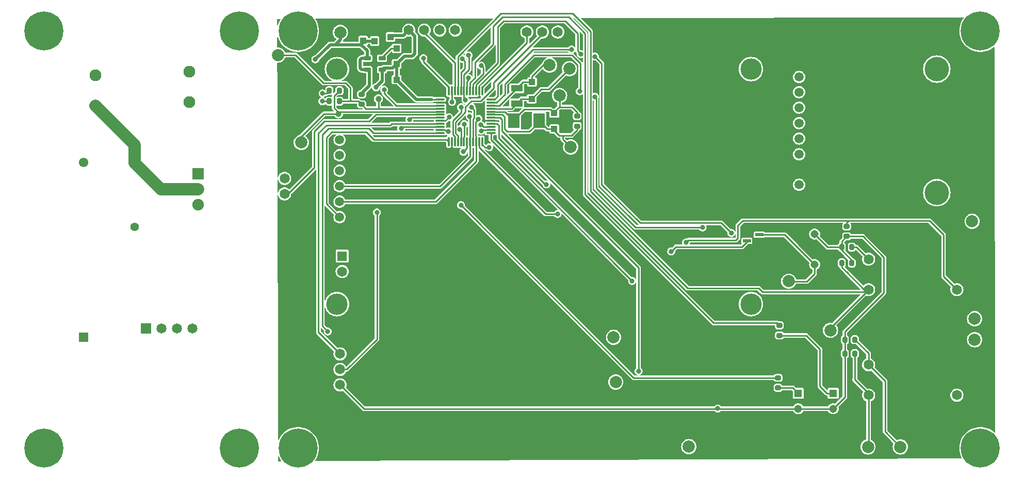
<source format=gbr>
%TF.GenerationSoftware,KiCad,Pcbnew,7.0.9*%
%TF.CreationDate,2024-01-04T23:56:04+08:00*%
%TF.ProjectId,stm32_timer_app,73746d33-325f-4746-996d-65725f617070,rev?*%
%TF.SameCoordinates,PX6a6e180PY6b00940*%
%TF.FileFunction,Copper,L2,Bot*%
%TF.FilePolarity,Positive*%
%FSLAX46Y46*%
G04 Gerber Fmt 4.6, Leading zero omitted, Abs format (unit mm)*
G04 Created by KiCad (PCBNEW 7.0.9) date 2024-01-04 23:56:04*
%MOMM*%
%LPD*%
G01*
G04 APERTURE LIST*
G04 Aperture macros list*
%AMRoundRect*
0 Rectangle with rounded corners*
0 $1 Rounding radius*
0 $2 $3 $4 $5 $6 $7 $8 $9 X,Y pos of 4 corners*
0 Add a 4 corners polygon primitive as box body*
4,1,4,$2,$3,$4,$5,$6,$7,$8,$9,$2,$3,0*
0 Add four circle primitives for the rounded corners*
1,1,$1+$1,$2,$3*
1,1,$1+$1,$4,$5*
1,1,$1+$1,$6,$7*
1,1,$1+$1,$8,$9*
0 Add four rect primitives between the rounded corners*
20,1,$1+$1,$2,$3,$4,$5,0*
20,1,$1+$1,$4,$5,$6,$7,0*
20,1,$1+$1,$6,$7,$8,$9,0*
20,1,$1+$1,$8,$9,$2,$3,0*%
G04 Aperture macros list end*
%TA.AperFunction,SMDPad,CuDef*%
%ADD10RoundRect,0.109200X0.670800X-0.030800X0.670800X0.030800X-0.670800X0.030800X-0.670800X-0.030800X0*%
%TD*%
%TA.AperFunction,SMDPad,CuDef*%
%ADD11RoundRect,0.109200X0.030800X0.670800X-0.030800X0.670800X-0.030800X-0.670800X0.030800X-0.670800X0*%
%TD*%
%TA.AperFunction,ComponentPad*%
%ADD12R,1.549400X1.549400*%
%TD*%
%TA.AperFunction,ComponentPad*%
%ADD13C,1.549400*%
%TD*%
%TA.AperFunction,ComponentPad*%
%ADD14R,1.650000X1.650000*%
%TD*%
%TA.AperFunction,ComponentPad*%
%ADD15C,1.650000*%
%TD*%
%TA.AperFunction,ComponentPad*%
%ADD16R,1.651000X1.651000*%
%TD*%
%TA.AperFunction,ComponentPad*%
%ADD17C,1.651000*%
%TD*%
%TA.AperFunction,ComponentPad*%
%ADD18R,1.422400X1.422400*%
%TD*%
%TA.AperFunction,ComponentPad*%
%ADD19C,1.422400*%
%TD*%
%TA.AperFunction,ComponentPad*%
%ADD20C,6.400000*%
%TD*%
%TA.AperFunction,ComponentPad*%
%ADD21C,2.000000*%
%TD*%
%TA.AperFunction,ComponentPad*%
%ADD22C,1.308000*%
%TD*%
%TA.AperFunction,ComponentPad*%
%ADD23C,3.500000*%
%TD*%
%TA.AperFunction,ComponentPad*%
%ADD24R,1.508000X1.508000*%
%TD*%
%TA.AperFunction,ComponentPad*%
%ADD25C,1.508000*%
%TD*%
%TA.AperFunction,ComponentPad*%
%ADD26O,2.416000X1.208000*%
%TD*%
%TA.AperFunction,ComponentPad*%
%ADD27C,1.950000*%
%TD*%
%TA.AperFunction,ComponentPad*%
%ADD28O,6.000000X3.000000*%
%TD*%
%TA.AperFunction,ComponentPad*%
%ADD29C,1.910000*%
%TD*%
%TA.AperFunction,ComponentPad*%
%ADD30R,1.910000X1.910000*%
%TD*%
%TA.AperFunction,ComponentPad*%
%ADD31R,1.308000X1.308000*%
%TD*%
%TA.AperFunction,ComponentPad*%
%ADD32C,4.000000*%
%TD*%
%TA.AperFunction,SMDPad,CuDef*%
%ADD33RoundRect,0.200000X-0.200000X-0.275000X0.200000X-0.275000X0.200000X0.275000X-0.200000X0.275000X0*%
%TD*%
%TA.AperFunction,SMDPad,CuDef*%
%ADD34R,1.000000X1.100000*%
%TD*%
%TA.AperFunction,SMDPad,CuDef*%
%ADD35R,1.900000X2.400000*%
%TD*%
%TA.AperFunction,SMDPad,CuDef*%
%ADD36RoundRect,0.200000X-0.275000X0.200000X-0.275000X-0.200000X0.275000X-0.200000X0.275000X0.200000X0*%
%TD*%
%TA.AperFunction,SMDPad,CuDef*%
%ADD37RoundRect,0.200000X0.200000X0.275000X-0.200000X0.275000X-0.200000X-0.275000X0.200000X-0.275000X0*%
%TD*%
%TA.AperFunction,SMDPad,CuDef*%
%ADD38R,1.100000X1.000000*%
%TD*%
%TA.AperFunction,SMDPad,CuDef*%
%ADD39C,1.000000*%
%TD*%
%TA.AperFunction,SMDPad,CuDef*%
%ADD40R,1.900000X1.100000*%
%TD*%
%TA.AperFunction,SMDPad,CuDef*%
%ADD41RoundRect,0.046900X0.538100X-0.288100X0.538100X0.288100X-0.538100X0.288100X-0.538100X-0.288100X0*%
%TD*%
%TA.AperFunction,SMDPad,CuDef*%
%ADD42R,1.320800X0.558800*%
%TD*%
%TA.AperFunction,SMDPad,CuDef*%
%ADD43RoundRect,0.200000X0.275000X-0.200000X0.275000X0.200000X-0.275000X0.200000X-0.275000X-0.200000X0*%
%TD*%
%TA.AperFunction,ViaPad*%
%ADD44C,0.800000*%
%TD*%
%TA.AperFunction,Conductor*%
%ADD45C,0.250000*%
%TD*%
%TA.AperFunction,Conductor*%
%ADD46C,2.000000*%
%TD*%
%TA.AperFunction,Conductor*%
%ADD47C,0.500000*%
%TD*%
G04 APERTURE END LIST*
D10*
%TO.P,U2,1,VBAT*%
%TO.N,/VBAT*%
X77180000Y61050000D03*
%TO.P,U2,2,PC13*%
%TO.N,/PC13*%
X77180000Y60550000D03*
%TO.P,U2,3,PC14/OSC32_IN*%
%TO.N,/PC14*%
X77180000Y60050000D03*
%TO.P,U2,4,PC15/OSC32_OUT*%
%TO.N,/PC15*%
X77180000Y59550000D03*
%TO.P,U2,5,PF0/OSC_IN*%
%TO.N,/OSCIN*%
X77180000Y59050000D03*
%TO.P,U2,6,PF1/OSC_OUT*%
%TO.N,/OSCOUT*%
X77180000Y58550000D03*
%TO.P,U2,7,NRST*%
%TO.N,/RESET*%
X77180000Y58050000D03*
%TO.P,U2,8,VSSA/VREF-*%
%TO.N,GND*%
X77180000Y57550000D03*
%TO.P,U2,9,VDDA*%
%TO.N,/+3.3V*%
X77180000Y57050000D03*
%TO.P,U2,10,PA0*%
%TO.N,/PA0*%
X77180000Y56550000D03*
%TO.P,U2,11,PA1*%
%TO.N,/PA1*%
X77180000Y56050000D03*
%TO.P,U2,12,PA2*%
%TO.N,/PA2*%
X77180000Y55550000D03*
D11*
%TO.P,U2,13,PA3*%
%TO.N,/PA3*%
X75750000Y54120000D03*
%TO.P,U2,14,PA4*%
%TO.N,/PA4*%
X75250000Y54120000D03*
%TO.P,U2,15,PA5*%
%TO.N,/PA5*%
X74750000Y54120000D03*
%TO.P,U2,16,PA6*%
%TO.N,/PA6*%
X74250000Y54120000D03*
%TO.P,U2,17,PA7*%
%TO.N,/PA7*%
X73750000Y54120000D03*
%TO.P,U2,18,PB0*%
%TO.N,/PB0*%
X73250000Y54120000D03*
%TO.P,U2,19,PB1*%
%TO.N,/PB1*%
X72750000Y54120000D03*
%TO.P,U2,20,PB2*%
%TO.N,/BOOT1*%
X72250000Y54120000D03*
%TO.P,U2,21,PB10*%
%TO.N,/PB10*%
X71750000Y54120000D03*
%TO.P,U2,22,PB11*%
%TO.N,/PB11*%
X71250000Y54120000D03*
%TO.P,U2,23,VSS_1*%
%TO.N,GND*%
X70750000Y54120000D03*
%TO.P,U2,24,VDD_1*%
%TO.N,/+3.3V*%
X70250000Y54120000D03*
D10*
%TO.P,U2,25,PB12*%
%TO.N,/PB12*%
X68820000Y55550000D03*
%TO.P,U2,26,PB13*%
%TO.N,/PA13*%
X68820000Y56050000D03*
%TO.P,U2,27,PB14*%
%TO.N,/PB14*%
X68820000Y56550000D03*
%TO.P,U2,28,PB15*%
%TO.N,/PB15*%
X68820000Y57050000D03*
%TO.P,U2,29,PA8*%
%TO.N,/PA8*%
X68820000Y57550000D03*
%TO.P,U2,30,PA9*%
%TO.N,/PA9*%
X68820000Y58050000D03*
%TO.P,U2,31,PA10*%
%TO.N,/PA10*%
X68820000Y58550000D03*
%TO.P,U2,32,PA11*%
%TO.N,/PA11*%
X68820000Y59050000D03*
%TO.P,U2,33,PA12*%
%TO.N,/PA12*%
X68820000Y59550000D03*
%TO.P,U2,34,PA13*%
%TO.N,/SWDIO*%
X68820000Y60050000D03*
%TO.P,U2,35,VSS_2*%
%TO.N,GND*%
X68820000Y60550000D03*
%TO.P,U2,36,VDD_2*%
%TO.N,/+3.3V*%
X68820000Y61050000D03*
D11*
%TO.P,U2,37,PA14*%
%TO.N,/SWDCLK*%
X70250000Y62480000D03*
%TO.P,U2,38,PA15*%
%TO.N,/PA15*%
X70750000Y62480000D03*
%TO.P,U2,39,PB3*%
%TO.N,/PB3*%
X71250000Y62480000D03*
%TO.P,U2,40,PB4*%
%TO.N,/PB4*%
X71750000Y62480000D03*
%TO.P,U2,41,PB5*%
%TO.N,/PB5*%
X72250000Y62480000D03*
%TO.P,U2,42,PB6*%
%TO.N,/PB6*%
X72750000Y62480000D03*
%TO.P,U2,43,PB7*%
%TO.N,/PB7*%
X73250000Y62480000D03*
%TO.P,U2,44,BOOT0*%
%TO.N,/BOOT0*%
X73750000Y62480000D03*
%TO.P,U2,45,PB8*%
%TO.N,/PB8*%
X74250000Y62480000D03*
%TO.P,U2,46,PB9*%
%TO.N,/PB9*%
X74750000Y62480000D03*
%TO.P,U2,47,VSS_3*%
%TO.N,GND*%
X75250000Y62480000D03*
%TO.P,U2,48,VDD_3*%
%TO.N,/+3.3V*%
X75750000Y62480000D03*
%TD*%
D12*
%TO.P,R5,1*%
%TO.N,Net-(C5-Pad2)*%
X10300000Y21968100D03*
D13*
%TO.P,R5,2*%
%TO.N,Net-(D1-Pad1)*%
X10300000Y50670100D03*
%TD*%
D14*
%TO.P,J9,1,1*%
%TO.N,GND*%
X73850000Y72450000D03*
D15*
%TO.P,J9,2,2*%
%TO.N,/SWDCLK*%
X71310000Y72450000D03*
%TO.P,J9,3,3*%
%TO.N,/SWDIO*%
X68770000Y72450000D03*
%TO.P,J9,4,4*%
%TO.N,/PB3*%
X66230000Y72450000D03*
%TO.P,J9,5,5*%
%TO.N,/+3.3V*%
X63690000Y72450000D03*
%TD*%
D14*
%TO.P,J8,1,1*%
%TO.N,GND*%
X80530000Y72125000D03*
D15*
%TO.P,J8,2,2*%
%TO.N,/+3.3V*%
X83070000Y72125000D03*
%TO.P,J8,3,3*%
%TO.N,/PB10*%
X85610000Y72125000D03*
%TO.P,J8,4,4*%
%TO.N,/PA9*%
X88150000Y72125000D03*
%TD*%
D16*
%TO.P,J2,1,1*%
%TO.N,GND*%
X20580000Y23479400D03*
D17*
%TO.P,J2,2,2*%
%TO.N,/+3.3VT*%
X23120000Y23479400D03*
%TO.P,J2,3,3*%
%TO.N,/LED*%
X25660000Y23479400D03*
%TO.P,J2,4,4*%
%TO.N,Net-(J2-Pad4)*%
X28200000Y23479400D03*
%TD*%
D18*
%TO.P,C5,1*%
%TO.N,Net-(C5-Pad1)*%
X18700000Y50645600D03*
D19*
%TO.P,C5,2*%
%TO.N,Net-(C5-Pad2)*%
X18700000Y40145600D03*
%TD*%
D20*
%TO.P,REF\u002A\u002A,1*%
%TO.N,N/C*%
X157500000Y3800000D03*
%TD*%
D21*
%TO.P,TP1,1,1*%
%TO.N,/+5V*%
X52450000Y72050000D03*
%TD*%
%TO.P,TP13,1,1*%
%TO.N,/OSCOUT*%
X90250000Y53250000D03*
%TD*%
%TO.P,TP2,1,1*%
%TO.N,/PA12*%
X42200000Y68350000D03*
%TD*%
%TO.P,TP15,1,1*%
%TO.N,/PC15*%
X90050000Y66100000D03*
%TD*%
D22*
%TO.P,LS1,N*%
%TO.N,Net-(U5-C)*%
X130288500Y33950000D03*
%TO.P,LS1,P*%
%TO.N,/+3.3V*%
X130288500Y38950000D03*
%TD*%
D21*
%TO.P,TP16,1,1*%
%TO.N,/PC14*%
X86800000Y66700000D03*
%TD*%
%TO.P,TP4,1,1*%
%TO.N,/PB1*%
X97300000Y22000000D03*
%TD*%
D14*
%TO.P,J10,1,1*%
%TO.N,GND*%
X43300000Y43000000D03*
D15*
%TO.P,J10,2,2*%
%TO.N,/PA10*%
X43300000Y45540000D03*
%TO.P,J10,3,3*%
%TO.N,/+5V*%
X43300000Y48080000D03*
%TD*%
D23*
%TO.P,DS1,*%
%TO.N,*%
X51892000Y66038500D03*
X51892000Y27438500D03*
X119850000Y66038500D03*
X119850000Y27438500D03*
D24*
%TO.P,DS1,1,GND*%
%TO.N,GND*%
X52336800Y39186300D03*
D25*
%TO.P,DS1,2,VCC*%
%TO.N,/+3.3V*%
X52336800Y41726300D03*
%TO.P,DS1,3,SCK*%
%TO.N,/PA5*%
X52336800Y44266300D03*
%TO.P,DS1,4,SDA*%
%TO.N,/PA7*%
X52336800Y46806300D03*
%TO.P,DS1,5,RES*%
%TO.N,/PB8*%
X52336800Y49346300D03*
%TO.P,DS1,6,DC*%
%TO.N,/PB5*%
X52336800Y51886300D03*
%TO.P,DS1,7,CS*%
%TO.N,/PB6*%
X52336800Y54426300D03*
%TD*%
D20*
%TO.P,REF\u002A\u002A,1*%
%TO.N,N/C*%
X45500000Y3800000D03*
%TD*%
D21*
%TO.P,TP21,1,1*%
%TO.N,/PA3*%
X156550000Y21600000D03*
%TD*%
D26*
%TO.P,J7,SH1,SHIELD*%
%TO.N,GND*%
X44100000Y64712500D03*
%TO.P,J7,SH6,SHIELD*%
X44100000Y56812500D03*
%TD*%
D27*
%TO.P,J1,1*%
%TO.N,Net-(D1-Pad1)*%
X27700000Y60600000D03*
%TO.P,J1,2*%
%TO.N,Net-(J1-Pad2)*%
X27700000Y65600000D03*
%TD*%
D14*
%TO.P,MT2,1*%
%TO.N,GND*%
X153650000Y34818500D03*
D15*
%TO.P,MT2,2*%
%TO.N,/PB0*%
X153650000Y29818500D03*
%TO.P,MT2,A,A*%
%TO.N,/PA4*%
X139150000Y34818500D03*
%TO.P,MT2,B,B*%
%TO.N,/PB4*%
X139150000Y29818500D03*
%TO.P,MT2,COM,COM*%
%TO.N,GND*%
X139150000Y32318500D03*
D28*
%TO.P,MT2,S1,SHIELD*%
X146650000Y38018500D03*
%TO.P,MT2,S2,SHIELD*%
X146650000Y26618500D03*
%TD*%
D21*
%TO.P,TP5,1,1*%
%TO.N,Net-(U5-C)*%
X126050000Y31200000D03*
%TD*%
D20*
%TO.P,REF\u002A\u002A,1*%
%TO.N,N/C*%
X35900000Y3800000D03*
%TD*%
%TO.P,REF\u002A\u002A,1*%
%TO.N,N/C*%
X35900000Y72300000D03*
%TD*%
D21*
%TO.P,TP17,1,1*%
%TO.N,/+3.3V*%
X97650000Y14650000D03*
%TD*%
%TO.P,TP22,1,1*%
%TO.N,/PA4*%
X156150000Y41050000D03*
%TD*%
D20*
%TO.P,REF\u002A\u002A,1*%
%TO.N,N/C*%
X3800000Y72300000D03*
%TD*%
D21*
%TO.P,TP8,1,1*%
%TO.N,/PB4*%
X132900000Y23150000D03*
%TD*%
%TO.P,TP19,1,1*%
%TO.N,/PA0*%
X139050000Y4000000D03*
%TD*%
D16*
%TO.P,J4,1,1*%
%TO.N,GND*%
X52400000Y11660000D03*
D17*
%TO.P,J4,2,2*%
%TO.N,/+3.3V*%
X52400000Y14200000D03*
%TO.P,J4,3,3*%
%TO.N,/PB14*%
X52400000Y16740000D03*
%TO.P,J4,4,4*%
%TO.N,/PB15*%
X52400000Y19280000D03*
%TD*%
D29*
%TO.P,D1,3*%
%TO.N,Net-(D1-Pad3)*%
X29075000Y43750000D03*
%TO.P,D1,2*%
%TO.N,Net-(C5-Pad1)*%
X29075000Y46300000D03*
D30*
%TO.P,D1,1*%
%TO.N,Net-(D1-Pad1)*%
X29075000Y48850000D03*
%TD*%
D27*
%TO.P,J3,1*%
%TO.N,Net-(J1-Pad2)*%
X12300000Y65000000D03*
%TO.P,J3,2*%
%TO.N,Net-(C5-Pad1)*%
X12300000Y60000000D03*
%TD*%
D21*
%TO.P,TP11,1,1*%
%TO.N,/VBAT*%
X109650000Y4050000D03*
%TD*%
%TO.P,TP14,1,1*%
%TO.N,/OSCIN*%
X88450000Y61700000D03*
%TD*%
D14*
%TO.P,J5,A1,A1*%
%TO.N,/AUX_DA*%
X52750000Y35340000D03*
D15*
%TO.P,J5,A2,A2*%
%TO.N,/AUX_CL*%
X52750000Y32800000D03*
%TD*%
D20*
%TO.P,REF\u002A\u002A,1*%
%TO.N,N/C*%
X3800000Y3800000D03*
%TD*%
D21*
%TO.P,TP25,1,1*%
%TO.N,/PA11*%
X46050000Y54000000D03*
%TD*%
D20*
%TO.P,REF\u002A\u002A,1*%
%TO.N,N/C*%
X45500000Y72300000D03*
%TD*%
D14*
%TO.P,MT1,1*%
%TO.N,GND*%
X153650000Y17500000D03*
D15*
%TO.P,MT1,2*%
%TO.N,/PA3*%
X153650000Y12500000D03*
%TO.P,MT1,A,A*%
%TO.N,/PA1*%
X139150000Y17500000D03*
%TO.P,MT1,B,B*%
%TO.N,/PA0*%
X139150000Y12500000D03*
%TO.P,MT1,COM,COM*%
%TO.N,GND*%
X139150000Y15000000D03*
D28*
%TO.P,MT1,S1,SHIELD*%
X146650000Y20700000D03*
%TO.P,MT1,S2,SHIELD*%
X146650000Y9300000D03*
%TD*%
D31*
%TO.P,S7,1*%
%TO.N,Net-(R18-Pad1)*%
X133337500Y12800000D03*
D22*
%TO.P,S7,2*%
%TO.N,/+3.3V*%
X133337500Y10260000D03*
%TO.P,S7,3*%
%TO.N,GND*%
X133337500Y15340000D03*
%TD*%
D21*
%TO.P,TP20,1,1*%
%TO.N,/PA1*%
X144350000Y4000000D03*
%TD*%
%TO.P,TP12,1,1*%
%TO.N,GND*%
X56300000Y5200000D03*
%TD*%
D31*
%TO.P,S8,1*%
%TO.N,Net-(R19-Pad1)*%
X127600000Y12800000D03*
D22*
%TO.P,S8,2*%
%TO.N,/+3.3V*%
X127600000Y10260000D03*
%TO.P,S8,3*%
%TO.N,GND*%
X127600000Y15340000D03*
%TD*%
D32*
%TO.P,U3,*%
%TO.N,*%
X150350000Y66038500D03*
X150350000Y45738500D03*
D25*
%TO.P,U3,1,VIN*%
%TO.N,/+3.3V*%
X127750000Y47038500D03*
D24*
%TO.P,U3,2,GND*%
%TO.N,GND*%
X127750000Y49538500D03*
D25*
%TO.P,U3,3,3V3*%
%TO.N,unconnected-(U3-3V3-Pad3)*%
X127750000Y52038500D03*
%TO.P,U3,4,CLK*%
%TO.N,/PA5*%
X127750000Y54624100D03*
%TO.P,U3,5,SDO*%
%TO.N,/PA7*%
X127750000Y57164100D03*
%TO.P,U3,6,SDI*%
%TO.N,/PA6*%
X127750000Y59704100D03*
%TO.P,U3,7,CS*%
%TO.N,/PB6*%
X127750000Y62244100D03*
%TO.P,U3,8,RDY*%
%TO.N,/PB11*%
X127750000Y64738500D03*
%TD*%
D20*
%TO.P,REF\u002A\u002A,1*%
%TO.N,N/C*%
X157500000Y72300000D03*
%TD*%
D21*
%TO.P,TP23,1,1*%
%TO.N,/PB0*%
X156550000Y25050000D03*
%TD*%
D33*
%TO.P,R25,1*%
%TO.N,Net-(J7-D-)*%
X50650000Y62500000D03*
%TO.P,R25,2*%
%TO.N,/PA11*%
X52300000Y62500000D03*
%TD*%
D34*
%TO.P,C14,1*%
%TO.N,GND*%
X56200000Y72400000D03*
%TO.P,C14,2*%
%TO.N,/+5V*%
X56200000Y70700000D03*
%TD*%
D35*
%TO.P,Y1,1*%
%TO.N,/OSCIN*%
X80950000Y57550000D03*
%TO.P,Y1,2*%
%TO.N,/OSCOUT*%
X85050000Y57550000D03*
%TD*%
D36*
%TO.P,R17,1*%
%TO.N,/PB0*%
X135575000Y40225000D03*
%TO.P,R17,2*%
%TO.N,/+3.3V*%
X135575000Y38575000D03*
%TD*%
D37*
%TO.P,R13,1*%
%TO.N,/PA1*%
X136900000Y21600000D03*
%TO.P,R13,2*%
%TO.N,/+3.3V*%
X135250000Y21600000D03*
%TD*%
D38*
%TO.P,C8,1*%
%TO.N,GND*%
X85600000Y63950000D03*
%TO.P,C8,2*%
%TO.N,/PC14*%
X83900000Y63950000D03*
%TD*%
D33*
%TO.P,R26,1*%
%TO.N,Net-(J7-D+)*%
X50650000Y60750000D03*
%TO.P,R26,2*%
%TO.N,/PA12*%
X52300000Y60750000D03*
%TD*%
D39*
%TO.P,REF\u002A\u002A,1*%
%TO.N,/PA11*%
X52150000Y58700000D03*
%TD*%
D40*
%TO.P,Y2,1*%
%TO.N,/PC14*%
X81400000Y62900000D03*
%TO.P,Y2,2*%
%TO.N,/PC15*%
X81400000Y60400000D03*
%TD*%
D34*
%TO.P,C20,1*%
%TO.N,/+3.3V*%
X60700000Y71300000D03*
%TO.P,C20,2*%
%TO.N,GND*%
X60700000Y73000000D03*
%TD*%
D33*
%TO.P,R15,1*%
%TO.N,/PB4*%
X134750000Y34200000D03*
%TO.P,R15,2*%
%TO.N,/+3.3V*%
X136400000Y34200000D03*
%TD*%
D38*
%TO.P,C1,1*%
%TO.N,GND*%
X89250000Y56200000D03*
%TO.P,C1,2*%
%TO.N,/OSCOUT*%
X87550000Y56200000D03*
%TD*%
%TO.P,C12,1*%
%TO.N,GND*%
X63400000Y64300000D03*
%TO.P,C12,2*%
%TO.N,/+3.3V*%
X61700000Y64300000D03*
%TD*%
D36*
%TO.P,R27,1*%
%TO.N,/+5V*%
X55950000Y61900000D03*
%TO.P,R27,2*%
%TO.N,/PA12*%
X55950000Y60250000D03*
%TD*%
D34*
%TO.P,C13,1*%
%TO.N,GND*%
X58100000Y72350000D03*
%TO.P,C13,2*%
%TO.N,/+5V*%
X58100000Y70650000D03*
%TD*%
D41*
%TO.P,U4,1,VIN*%
%TO.N,/+5V*%
X56860000Y65950000D03*
%TO.P,U4,2,GND*%
%TO.N,GND*%
X56860000Y66890000D03*
%TO.P,U4,3,EN*%
%TO.N,/+5V*%
X56860000Y67830000D03*
%TO.P,U4,4,BP*%
%TO.N,Net-(U4-BP)*%
X59300000Y67830000D03*
%TO.P,U4,5,VOUT*%
%TO.N,/+3.3V*%
X59300000Y65950000D03*
%TD*%
D42*
%TO.P,U5,1,B*%
%TO.N,/PB1*%
X119168000Y37834000D03*
%TO.P,U5,2,E*%
%TO.N,GND*%
X119168000Y39866000D03*
%TO.P,U5,3,C*%
%TO.N,Net-(U5-C)*%
X121200000Y38850000D03*
%TD*%
D39*
%TO.P,REF\u002A\u002A,1*%
%TO.N,/PA12*%
X58700000Y61150000D03*
%TD*%
D43*
%TO.P,R19,1*%
%TO.N,Net-(R19-Pad1)*%
X124300000Y13700000D03*
%TO.P,R19,2*%
%TO.N,/BOOT1*%
X124300000Y15350000D03*
%TD*%
D36*
%TO.P,R1,1*%
%TO.N,/OSCIN*%
X91300000Y58325000D03*
%TO.P,R1,2*%
%TO.N,/OSCOUT*%
X91300000Y56675000D03*
%TD*%
D37*
%TO.P,R16,1*%
%TO.N,/PA4*%
X136400000Y36800000D03*
%TO.P,R16,2*%
%TO.N,/+3.3V*%
X134750000Y36800000D03*
%TD*%
D38*
%TO.P,C7,1*%
%TO.N,GND*%
X85550000Y61150000D03*
%TO.P,C7,2*%
%TO.N,/PC15*%
X83850000Y61150000D03*
%TD*%
%TO.P,C10,1*%
%TO.N,GND*%
X63400000Y69450000D03*
%TO.P,C10,2*%
%TO.N,Net-(U4-BP)*%
X61700000Y69450000D03*
%TD*%
D37*
%TO.P,R12,1*%
%TO.N,/PA0*%
X136900000Y19300000D03*
%TO.P,R12,2*%
%TO.N,/+3.3V*%
X135250000Y19300000D03*
%TD*%
D38*
%TO.P,C2,1*%
%TO.N,GND*%
X89250000Y58800000D03*
%TO.P,C2,2*%
%TO.N,/OSCIN*%
X87550000Y58800000D03*
%TD*%
D43*
%TO.P,R18,1*%
%TO.N,Net-(R18-Pad1)*%
X124500000Y22300000D03*
%TO.P,R18,2*%
%TO.N,/BOOT0*%
X124500000Y23950000D03*
%TD*%
D38*
%TO.P,C11,1*%
%TO.N,GND*%
X63400000Y66890000D03*
%TO.P,C11,2*%
%TO.N,/+3.3V*%
X61700000Y66890000D03*
%TD*%
D44*
%TO.N,/+5V*%
X48350000Y67650000D03*
%TO.N,/+3.3V*%
X86300000Y47100000D03*
X114400000Y10300000D03*
X58300000Y63050000D03*
%TO.N,/RESET*%
X101400000Y16450000D03*
%TO.N,/PA4*%
X88100000Y42250000D03*
%TO.N,/PA3*%
X76900000Y53200000D03*
%TO.N,Net-(J7-D+)*%
X49500000Y60750000D03*
%TO.N,/PA8*%
X70300000Y58150000D03*
%TO.N,Net-(J7-D-)*%
X49550000Y62050000D03*
%TO.N,/PA9*%
X63800000Y57774500D03*
%TO.N,/PA5*%
X75120756Y57859273D03*
%TO.N,/SWDIO*%
X59635000Y62650000D03*
%TO.N,/SWDCLK*%
X66087701Y67812299D03*
%TO.N,/PB7*%
X73475000Y64586496D03*
%TO.N,/PA2*%
X100350000Y31250000D03*
%TO.N,/PB8*%
X75550000Y66600000D03*
%TO.N,/PB9*%
X116625000Y39125000D03*
X94224500Y68100000D03*
X91900000Y68500000D03*
%TO.N,/PA0*%
X75474455Y56896643D03*
%TO.N,/PA1*%
X75550000Y55900000D03*
%TO.N,/PB1*%
X106750000Y36100000D03*
X72800000Y57000000D03*
%TO.N,/PB11*%
X72275000Y59775000D03*
%TO.N,/PB0*%
X109200000Y37574500D03*
X72650000Y52450000D03*
%TO.N,/PA6*%
X73962299Y59787701D03*
%TO.N,/PA7*%
X73675500Y58278977D03*
%TO.N,/PB14*%
X58450000Y42500000D03*
X62450000Y56325500D03*
%TO.N,/PC13*%
X111900000Y40050000D03*
X94224500Y61500000D03*
X91750000Y62400000D03*
%TO.N,/BOOT1*%
X72074500Y56142514D03*
X72250000Y43700000D03*
%TO.N,/PB5*%
X72474500Y67737701D03*
%TO.N,/PB6*%
X73512750Y68312750D03*
X73000000Y60950000D03*
%TO.N,/VBAT*%
X90400000Y69250000D03*
%TO.N,/PA13*%
X70175500Y55800000D03*
%TO.N,/PA15*%
X70800000Y60650000D03*
%TO.N,/PB12*%
X50400000Y22950000D03*
%TD*%
D45*
%TO.N,/PA12*%
X49700000Y63750000D02*
X45100000Y68350000D01*
X53300000Y63750000D02*
X49700000Y63750000D01*
X45100000Y68350000D02*
X42200000Y68350000D01*
X54100000Y62950000D02*
X53300000Y63750000D01*
X54100000Y60950000D02*
X54100000Y62950000D01*
X54300000Y60750000D02*
X54100000Y60950000D01*
%TO.N,/PA11*%
X54050000Y59050000D02*
X52050000Y59050000D01*
X51450000Y61650000D02*
X52300000Y62500000D01*
X52050000Y59050000D02*
X51450000Y59650000D01*
X51450000Y59650000D02*
X51450000Y61650000D01*
D46*
%TO.N,Net-(C5-Pad1)*%
X18700000Y50645600D02*
X18700000Y53600000D01*
X18700000Y53600000D02*
X12300000Y60000000D01*
X23045600Y46300000D02*
X29075000Y46300000D01*
X18700000Y50645600D02*
X23045600Y46300000D01*
D47*
%TO.N,/+5V*%
X52850000Y70050000D02*
X55850000Y70050000D01*
X55980000Y67830000D02*
X56860000Y67830000D01*
X55700000Y66200000D02*
X55700000Y67550000D01*
X56850000Y69050000D02*
X55850000Y70050000D01*
D45*
X56250000Y70650000D02*
X56200000Y70700000D01*
D47*
X57200000Y63325000D02*
X57200000Y65610000D01*
X57200000Y65610000D02*
X56860000Y65950000D01*
X56850000Y67840000D02*
X56850000Y69050000D01*
X52850000Y70050000D02*
X52400000Y70050000D01*
X50750000Y70050000D02*
X48350000Y67650000D01*
X55700000Y67550000D02*
X55980000Y67830000D01*
X52450000Y70900000D02*
X52450000Y72050000D01*
X56200000Y70400000D02*
X55850000Y70050000D01*
X51600000Y70050000D02*
X52450000Y70900000D01*
X52400000Y70050000D02*
X50750000Y70050000D01*
X56860000Y67830000D02*
X56850000Y67840000D01*
X56860000Y65950000D02*
X55950000Y65950000D01*
X56000000Y62125000D02*
X57200000Y63325000D01*
X55950000Y65950000D02*
X55700000Y66200000D01*
X58100000Y70650000D02*
X56250000Y70650000D01*
D45*
%TO.N,/+3.3V*%
X135250000Y21600000D02*
X135250000Y19300000D01*
D47*
X64650000Y68550000D02*
X64650000Y71490000D01*
X67500000Y61050000D02*
X64950000Y61050000D01*
D45*
X75750000Y63050000D02*
X83070000Y70370000D01*
D47*
X64950000Y61050000D02*
X61700000Y64300000D01*
D45*
X69920000Y54450000D02*
X57950000Y54450000D01*
D47*
X59550000Y66200000D02*
X61010000Y66200000D01*
D45*
X134750000Y36800000D02*
X134750000Y37750000D01*
X86100000Y47100000D02*
X78500000Y54700000D01*
X56700000Y55700000D02*
X51050000Y55700000D01*
X135250000Y19300000D02*
X135250000Y12172500D01*
D47*
X61700000Y64300000D02*
X61700000Y66890000D01*
D45*
X78500000Y56750000D02*
X78200000Y57050000D01*
X136400000Y34650000D02*
X134750000Y36300000D01*
X134750000Y36800000D02*
X132438500Y36800000D01*
D47*
X62960000Y68150000D02*
X64250000Y68150000D01*
D45*
X136400000Y34200000D02*
X136400000Y34650000D01*
X51050000Y55700000D02*
X50150000Y54800000D01*
X56340000Y10260000D02*
X133337500Y10260000D01*
X138225000Y38575000D02*
X135575000Y38575000D01*
D47*
X61700000Y66890000D02*
X62960000Y68150000D01*
D45*
X52400000Y14200000D02*
X56340000Y10260000D01*
X135250000Y21600000D02*
X135250000Y22900000D01*
D47*
X59300000Y65950000D02*
X59550000Y66200000D01*
D45*
X135250000Y12172500D02*
X133337500Y10260000D01*
D47*
X59300000Y64050000D02*
X59300000Y65950000D01*
D45*
X134750000Y37750000D02*
X135575000Y38575000D01*
X75750000Y62480000D02*
X75750000Y63050000D01*
D47*
X64250000Y68150000D02*
X64650000Y68550000D01*
X58300000Y63050000D02*
X59300000Y64050000D01*
X61010000Y66200000D02*
X61700000Y66890000D01*
X64650000Y71490000D02*
X63690000Y72450000D01*
D45*
X70250000Y54120000D02*
X69920000Y54450000D01*
X135250000Y22900000D02*
X141650000Y29300000D01*
X57950000Y54450000D02*
X56700000Y55700000D01*
X50150000Y54800000D02*
X50150000Y43913100D01*
X141650000Y29300000D02*
X141650000Y35150000D01*
X68820000Y61050000D02*
X67500000Y61050000D01*
D47*
X62790000Y71550000D02*
X63690000Y72450000D01*
D45*
X50150000Y43913100D02*
X52336800Y41726300D01*
X78500000Y54700000D02*
X78500000Y56750000D01*
X132438500Y36800000D02*
X130288500Y38950000D01*
D47*
X60950000Y71550000D02*
X62790000Y71550000D01*
D45*
X141650000Y35150000D02*
X138225000Y38575000D01*
D47*
X60700000Y71300000D02*
X60950000Y71550000D01*
D45*
X86300000Y47100000D02*
X86100000Y47100000D01*
X78200000Y57050000D02*
X77180000Y57050000D01*
X83070000Y70370000D02*
X83070000Y72125000D01*
X134750000Y36300000D02*
X134750000Y36800000D01*
%TO.N,/RESET*%
X101400000Y33400000D02*
X101400000Y16450000D01*
X77180000Y58050000D02*
X78650000Y58050000D01*
X78650000Y58050000D02*
X78950000Y57750000D01*
X78950000Y55850000D02*
X101400000Y33400000D01*
X78950000Y57750000D02*
X78950000Y55850000D01*
%TO.N,/OSCIN*%
X79450000Y59050000D02*
X77180000Y59050000D01*
X87550000Y58800000D02*
X86950000Y59400000D01*
X91300000Y58950000D02*
X90450000Y59800000D01*
X80950000Y57550000D02*
X79450000Y59050000D01*
X80950000Y57750000D02*
X80950000Y57550000D01*
X82600000Y59400000D02*
X80950000Y57750000D01*
X91300000Y58325000D02*
X91300000Y58950000D01*
X88350000Y59800000D02*
X87550000Y59000000D01*
X86950000Y59400000D02*
X82600000Y59400000D01*
X90450000Y59800000D02*
X88350000Y59800000D01*
X88450000Y59900000D02*
X88450000Y61700000D01*
X87550000Y59000000D02*
X87550000Y58800000D01*
X88350000Y59800000D02*
X88450000Y59900000D01*
%TO.N,Net-(U4-BP)*%
X59300000Y67830000D02*
X59300000Y67950000D01*
X60800000Y69450000D02*
X61700000Y69450000D01*
X59300000Y67950000D02*
X60800000Y69450000D01*
%TO.N,/OSCOUT*%
X90400000Y55150000D02*
X89150000Y55150000D01*
X86400000Y56200000D02*
X85050000Y57550000D01*
X87550000Y56200000D02*
X86400000Y56200000D01*
X88950000Y54550000D02*
X90250000Y53250000D01*
X79050000Y58550000D02*
X79400000Y58200000D01*
X85050000Y57350000D02*
X85050000Y57550000D01*
X88350000Y55150000D02*
X87550000Y55950000D01*
X89150000Y55150000D02*
X88350000Y55150000D01*
X79400000Y58200000D02*
X79400000Y56200000D01*
X79400000Y56200000D02*
X79850000Y55750000D01*
X88950000Y54950000D02*
X88950000Y54550000D01*
X89150000Y55150000D02*
X88950000Y54950000D01*
X91300000Y56675000D02*
X91300000Y56050000D01*
X83450000Y55750000D02*
X85050000Y57350000D01*
X87550000Y55950000D02*
X87550000Y56200000D01*
X79850000Y55750000D02*
X83450000Y55750000D01*
X91300000Y56050000D02*
X90400000Y55150000D01*
X77180000Y58550000D02*
X79050000Y58550000D01*
%TO.N,/PC14*%
X77180000Y60050000D02*
X78550000Y60050000D01*
X83900000Y64850000D02*
X85750000Y66700000D01*
X83900000Y63950000D02*
X83900000Y64850000D01*
X85750000Y66700000D02*
X86800000Y66700000D01*
X78550000Y60050000D02*
X81400000Y62900000D01*
X83900000Y63950000D02*
X82450000Y63950000D01*
X82450000Y63950000D02*
X81400000Y62900000D01*
%TO.N,/PC15*%
X83850000Y61150000D02*
X85400000Y62700000D01*
X83850000Y61150000D02*
X82150000Y61150000D01*
X85400000Y62700000D02*
X86650000Y62700000D01*
X77180000Y59550000D02*
X80550000Y59550000D01*
X80550000Y59550000D02*
X81400000Y60400000D01*
X82150000Y61150000D02*
X81400000Y60400000D01*
X86650000Y62700000D02*
X90050000Y66100000D01*
%TO.N,/PA4*%
X137168500Y36800000D02*
X139150000Y34818500D01*
X136400000Y36800000D02*
X137168500Y36800000D01*
X75250000Y53150000D02*
X75250000Y54120000D01*
X86150000Y42250000D02*
X75250000Y53150000D01*
X88100000Y42250000D02*
X86150000Y42250000D01*
%TO.N,/PA10*%
X48200000Y55800000D02*
X48200000Y49900000D01*
X68820000Y58550000D02*
X58300000Y58550000D01*
X43840000Y45540000D02*
X43300000Y45540000D01*
X58300000Y58550000D02*
X57200000Y57450000D01*
X57200000Y57450000D02*
X49850000Y57450000D01*
X48200000Y49900000D02*
X43840000Y45540000D01*
X49850000Y57450000D02*
X48200000Y55800000D01*
%TO.N,/PB10*%
X71350000Y55475074D02*
X71350000Y57350000D01*
X77600000Y62900000D02*
X77600000Y63800000D01*
X77600000Y63800000D02*
X85610000Y71810000D01*
X73950000Y60800000D02*
X75500000Y60800000D01*
X71750000Y54120000D02*
X71750000Y55075074D01*
X73000000Y59000000D02*
X73000000Y59850000D01*
X85610000Y71810000D02*
X85610000Y72125000D01*
X75500000Y60800000D02*
X77600000Y62900000D01*
X71350000Y57350000D02*
X73000000Y59000000D01*
X73000000Y59850000D02*
X73950000Y60800000D01*
X71750000Y55075074D02*
X71350000Y55475074D01*
%TO.N,/PA3*%
X76200000Y53200000D02*
X76900000Y53200000D01*
X75750000Y54120000D02*
X75750000Y53650000D01*
X75750000Y53650000D02*
X76200000Y53200000D01*
%TO.N,Net-(J7-D+)*%
X49500000Y60750000D02*
X50400000Y60750000D01*
X50400000Y60750000D02*
X50650000Y60500000D01*
%TO.N,/PA8*%
X69700000Y57550000D02*
X70300000Y58150000D01*
X68820000Y57550000D02*
X69700000Y57550000D01*
%TO.N,Net-(J7-D-)*%
X50200000Y62050000D02*
X50650000Y62500000D01*
X49550000Y62050000D02*
X50200000Y62050000D01*
%TO.N,/PA9*%
X64075500Y58050000D02*
X68820000Y58050000D01*
X63800000Y57774500D02*
X64075500Y58050000D01*
%TO.N,Net-(U5-C)*%
X121366000Y38850000D02*
X125400000Y38850000D01*
X130288500Y32438500D02*
X130288500Y33950000D01*
X127238500Y37000000D02*
X130288500Y33950000D01*
X129000000Y31150000D02*
X130288500Y32438500D01*
X127238500Y37011500D02*
X127238500Y37000000D01*
X126150000Y31150000D02*
X129000000Y31150000D01*
X121316000Y38800000D02*
X121366000Y38850000D01*
X121216000Y38900000D02*
X121316000Y38800000D01*
X126050000Y31050000D02*
X126150000Y31150000D01*
X125400000Y38850000D02*
X127238500Y37011500D01*
%TO.N,/PA5*%
X75120756Y57859273D02*
X74700000Y57438517D01*
X68116300Y44266300D02*
X52236800Y44266300D01*
X74750000Y54120000D02*
X74750000Y50900000D01*
X74700000Y57438517D02*
X74700000Y54988678D01*
X74750000Y54938678D02*
X74750000Y54120000D01*
X74750000Y50900000D02*
X68116300Y44266300D01*
X74700000Y54988678D02*
X74750000Y54938678D01*
%TO.N,/SWDIO*%
X59635000Y62650000D02*
X59635000Y62065000D01*
X59635000Y62065000D02*
X61650000Y60050000D01*
X61650000Y60050000D02*
X68820000Y60050000D01*
%TO.N,/SWDCLK*%
X70250000Y63100000D02*
X70250000Y62480000D01*
X66087701Y67262299D02*
X70250000Y63100000D01*
X66087701Y67812299D02*
X66087701Y67262299D01*
%TO.N,/PB7*%
X73475000Y64586496D02*
X73475000Y64225000D01*
X73250000Y64000000D02*
X73250000Y62480000D01*
X73475000Y64225000D02*
X73250000Y64000000D01*
%TO.N,/PA2*%
X77180000Y54420000D02*
X77180000Y55550000D01*
X100350000Y31250000D02*
X77180000Y54420000D01*
%TO.N,/PB8*%
X75550000Y66600000D02*
X75900000Y66250000D01*
X75900000Y65250000D02*
X74250000Y63600000D01*
X74250000Y63600000D02*
X74250000Y62480000D01*
X75900000Y66250000D02*
X75900000Y65250000D01*
%TO.N,/PB9*%
X94224500Y68100000D02*
X95350000Y66974500D01*
X78300000Y67013604D02*
X74750000Y63463604D01*
X95350000Y66974500D02*
X95350000Y47100000D01*
X74750000Y63463604D02*
X74750000Y62480000D01*
X95350000Y47100000D02*
X101675000Y40775000D01*
X89350000Y73950000D02*
X79236396Y73950000D01*
X101675000Y40775000D02*
X114975000Y40775000D01*
X91400000Y69000000D02*
X91400000Y71900000D01*
X114975000Y40775000D02*
X116625000Y39125000D01*
X78300000Y73013604D02*
X78300000Y67013604D01*
X91400000Y71900000D02*
X89350000Y73950000D01*
X91900000Y68500000D02*
X91400000Y69000000D01*
X79236396Y73950000D02*
X78300000Y73013604D01*
%TO.N,/PA0*%
X75925305Y56550000D02*
X77180000Y56550000D01*
X75578662Y56896643D02*
X75925305Y56550000D01*
X136900000Y19300000D02*
X136900000Y15150000D01*
X136850000Y15100000D02*
X136850000Y15050000D01*
X139150000Y12500000D02*
X139150000Y4100000D01*
X139150000Y4100000D02*
X139050000Y4000000D01*
X136900000Y15150000D02*
X136850000Y15100000D01*
X136850000Y15050000D02*
X139150000Y12750000D01*
X75474455Y56896643D02*
X75578662Y56896643D01*
X139150000Y12750000D02*
X139150000Y12500000D01*
%TO.N,Net-(R18-Pad1)*%
X128900000Y22300000D02*
X131150000Y20050000D01*
X131150000Y14000000D02*
X132350000Y12800000D01*
X131150000Y20050000D02*
X131150000Y14000000D01*
X132350000Y12800000D02*
X133337500Y12800000D01*
X124500000Y22300000D02*
X128900000Y22300000D01*
%TO.N,/PA1*%
X139150000Y19350000D02*
X139150000Y17500000D01*
X77180000Y56050000D02*
X75700000Y56050000D01*
X141850000Y14800000D02*
X141850000Y6500000D01*
X75700000Y56050000D02*
X75550000Y55900000D01*
X139150000Y17500000D02*
X141850000Y14800000D01*
X136900000Y21600000D02*
X139150000Y19350000D01*
X141850000Y6500000D02*
X144350000Y4000000D01*
%TO.N,/PB1*%
X72793850Y54982528D02*
X72750000Y54938678D01*
X72800000Y56443319D02*
X72799500Y56442819D01*
X106750000Y36100000D02*
X107500000Y36850000D01*
X72799500Y55842209D02*
X72793850Y55836559D01*
X72750000Y54938678D02*
X72750000Y54120000D01*
X118350000Y36850000D02*
X119284000Y37784000D01*
X72800000Y57000000D02*
X72800000Y56443319D01*
X72793850Y55836559D02*
X72793850Y54982528D01*
X72799500Y56442819D02*
X72799500Y55842209D01*
X107500000Y36850000D02*
X118350000Y36850000D01*
%TO.N,/PB11*%
X70900000Y55288678D02*
X71250000Y54938678D01*
X70900000Y57550000D02*
X70900000Y55288678D01*
X71250000Y54938678D02*
X71250000Y54120000D01*
X72275000Y58925000D02*
X70900000Y57550000D01*
X72275000Y59775000D02*
X72275000Y58925000D01*
%TO.N,/PB0*%
X117700000Y40375000D02*
X118475000Y41150000D01*
X72650000Y52450000D02*
X73250000Y53050000D01*
X73250000Y53050000D02*
X73250000Y54120000D01*
X109200000Y37574500D02*
X109575500Y37950000D01*
X151450000Y32018500D02*
X153650000Y29818500D01*
X109575500Y37950000D02*
X117350000Y37950000D01*
X117700000Y38300000D02*
X117700000Y40375000D01*
X135575000Y40825000D02*
X135900000Y41150000D01*
X117350000Y37950000D02*
X117700000Y38300000D01*
X118475000Y41150000D02*
X136850000Y41150000D01*
X151450000Y38850000D02*
X151450000Y32018500D01*
X135575000Y40225000D02*
X135575000Y40825000D01*
X135900000Y41150000D02*
X149150000Y41150000D01*
X149150000Y41150000D02*
X151450000Y38850000D01*
%TO.N,/PA6*%
X74400500Y59349500D02*
X74400500Y57978672D01*
X73962299Y59787701D02*
X74400500Y59349500D01*
X74250000Y57828172D02*
X74250000Y54120000D01*
X74400500Y57978672D02*
X74250000Y57828172D01*
%TO.N,/PA7*%
X73750000Y58204477D02*
X73750000Y54120000D01*
X73750000Y51700000D02*
X68856300Y46806300D01*
X68856300Y46806300D02*
X52236800Y46806300D01*
X73750000Y54120000D02*
X73750000Y51700000D01*
X73675500Y58278977D02*
X73750000Y58204477D01*
%TO.N,/PA11*%
X68820000Y59050000D02*
X54050000Y59050000D01*
X49800000Y58700000D02*
X46050000Y54950000D01*
X52150000Y58700000D02*
X49800000Y58700000D01*
X46050000Y54950000D02*
X46050000Y54000000D01*
%TO.N,/PA12*%
X55450000Y60750000D02*
X56650000Y59550000D01*
X52300000Y60550000D02*
X52500000Y60750000D01*
X54100000Y60750000D02*
X54300000Y60750000D01*
X58700000Y59750000D02*
X58900000Y59550000D01*
X52500000Y60750000D02*
X54100000Y60750000D01*
X58900000Y59550000D02*
X59050000Y59550000D01*
X58700000Y61150000D02*
X58700000Y59750000D01*
X54300000Y60750000D02*
X55450000Y60750000D01*
X59050000Y59550000D02*
X68820000Y59550000D01*
X56650000Y59550000D02*
X59050000Y59550000D01*
%TO.N,/PB15*%
X48850000Y55550000D02*
X50150000Y56850000D01*
X50150000Y56850000D02*
X60650000Y56850000D01*
X60850000Y57050000D02*
X68820000Y57050000D01*
X52400000Y19280000D02*
X48850000Y22830000D01*
X60650000Y56850000D02*
X60850000Y57050000D01*
X48850000Y22830000D02*
X48850000Y55550000D01*
%TO.N,/PB14*%
X52400000Y16740000D02*
X53490000Y16740000D01*
X62674500Y56550000D02*
X68820000Y56550000D01*
X58450000Y21700000D02*
X58450000Y42500000D01*
X62450000Y56325500D02*
X62674500Y56550000D01*
X53490000Y16740000D02*
X58450000Y21700000D01*
%TO.N,/PC13*%
X94224500Y61500000D02*
X94450000Y61274500D01*
X100900000Y40050000D02*
X111900000Y40050000D01*
X91750000Y62400000D02*
X91850000Y62500000D01*
X79450000Y61918198D02*
X78081802Y60550000D01*
X91850000Y62500000D02*
X91850000Y66950000D01*
X94450000Y61274500D02*
X94450000Y46500000D01*
X91850000Y66950000D02*
X90450000Y68350000D01*
X79450000Y63600000D02*
X79450000Y61918198D01*
X84200000Y68350000D02*
X79450000Y63600000D01*
X90450000Y68350000D02*
X84200000Y68350000D01*
X94450000Y46500000D02*
X100900000Y40050000D01*
X78081802Y60550000D02*
X77180000Y60550000D01*
%TO.N,/BOOT1*%
X100600000Y15350000D02*
X124300000Y15350000D01*
X72250000Y43700000D02*
X100600000Y15350000D01*
X72250000Y55967014D02*
X72250000Y54120000D01*
X72074500Y56142514D02*
X72250000Y55967014D01*
%TO.N,/BOOT0*%
X74550000Y67150000D02*
X74550000Y64636191D01*
X73750000Y63836191D02*
X73750000Y62480000D01*
X92650000Y71850000D02*
X89950000Y74550000D01*
X74550000Y64636191D02*
X73750000Y63836191D01*
X79025000Y74550000D02*
X77500000Y73025000D01*
X77500000Y70100000D02*
X74550000Y67150000D01*
X89950000Y74550000D02*
X79025000Y74550000D01*
X124500000Y23950000D02*
X124100000Y24350000D01*
X92650000Y45424695D02*
X92650000Y71850000D01*
X124100000Y24350000D02*
X113724695Y24350000D01*
X77500000Y73025000D02*
X77500000Y70100000D01*
X113724695Y24350000D02*
X92650000Y45424695D01*
%TO.N,/PB5*%
X72250000Y65500000D02*
X72250000Y62480000D01*
X72900000Y66150000D02*
X72250000Y65500000D01*
X72474500Y67737701D02*
X72900000Y67312201D01*
X72900000Y67312201D02*
X72900000Y66150000D01*
%TO.N,/PB3*%
X66230000Y72070000D02*
X66230000Y72450000D01*
X71250000Y62480000D02*
X71250000Y67050000D01*
X71250000Y67050000D02*
X66230000Y72070000D01*
%TO.N,/PB6*%
X73000000Y60950000D02*
X72750000Y61200000D01*
X73600000Y68225500D02*
X73600000Y65950000D01*
X72750000Y61200000D02*
X72750000Y62480000D01*
X72750500Y62480500D02*
X72750000Y62480000D01*
X73512750Y68312750D02*
X73600000Y68225500D01*
X73600000Y65950000D02*
X72750500Y65100500D01*
X72750500Y65100500D02*
X72750500Y62480500D01*
%TO.N,/PB4*%
X138431500Y29818500D02*
X139150000Y29818500D01*
X132900000Y23568500D02*
X132900000Y23150000D01*
X134775000Y33475000D02*
X135525000Y32725000D01*
X135525000Y32725000D02*
X138431500Y29818500D01*
X93500000Y46000000D02*
X109450000Y30050000D01*
X71750000Y68050000D02*
X78850000Y75150000D01*
X71750000Y62480000D02*
X71750000Y68050000D01*
X139150000Y29818500D02*
X132900000Y23568500D01*
X93500000Y72250000D02*
X93500000Y46000000D01*
X78850000Y75150000D02*
X90600000Y75150000D01*
X109450000Y30050000D02*
X121100000Y30050000D01*
X90600000Y75150000D02*
X93500000Y72250000D01*
X121700000Y29450000D02*
X138781500Y29450000D01*
X134750000Y34200000D02*
X134750000Y33500000D01*
X121100000Y30050000D02*
X121700000Y29450000D01*
X134750000Y33500000D02*
X134775000Y33475000D01*
X138781500Y29450000D02*
X139150000Y29818500D01*
%TO.N,Net-(R19-Pad1)*%
X124300000Y13700000D02*
X126700000Y13700000D01*
X126700000Y13700000D02*
X127600000Y12800000D01*
%TO.N,/VBAT*%
X77180000Y61050000D02*
X77750000Y61050000D01*
X78300000Y61600000D02*
X78300000Y63500000D01*
X78300000Y63500000D02*
X84050000Y69250000D01*
X84050000Y69250000D02*
X90400000Y69250000D01*
X77750000Y61050000D02*
X78300000Y61600000D01*
%TO.N,/PA13*%
X69888678Y55800000D02*
X69638678Y56050000D01*
X70175500Y55800000D02*
X69888678Y55800000D01*
X69638678Y56050000D02*
X68820000Y56050000D01*
%TO.N,/PA15*%
X70800000Y60650000D02*
X70750000Y60700000D01*
X70750000Y60700000D02*
X70750000Y62480000D01*
%TO.N,/PB12*%
X50550000Y56300000D02*
X49500000Y55250000D01*
X57900000Y55550000D02*
X57150000Y56300000D01*
X49500000Y23850000D02*
X50400000Y22950000D01*
X68820000Y55550000D02*
X57900000Y55550000D01*
X49500000Y55250000D02*
X49500000Y23850000D01*
X57150000Y56300000D02*
X50550000Y56300000D01*
%TO.N,GND*%
X73350000Y73900000D02*
X73850000Y73400000D01*
X60700000Y73000000D02*
X61600000Y73900000D01*
X61600000Y73900000D02*
X73350000Y73900000D01*
X89250000Y56200000D02*
X89250000Y58800000D01*
X73850000Y73400000D02*
X73850000Y72450000D01*
%TD*%
%TA.AperFunction,Conductor*%
%TO.N,GND*%
G36*
X154794568Y74514521D02*
G01*
X154808993Y74479903D01*
X154797339Y74448078D01*
X154749048Y74391224D01*
X154749045Y74391220D01*
X154539072Y74081532D01*
X154539071Y74081530D01*
X154363811Y73750957D01*
X154363809Y73750952D01*
X154225320Y73403370D01*
X154225317Y73403361D01*
X154125221Y73042847D01*
X154120099Y73011603D01*
X154067967Y72693604D01*
X154064689Y72673610D01*
X154064688Y72673606D01*
X154044432Y72300002D01*
X154044432Y72299999D01*
X154064688Y71926395D01*
X154064688Y71926393D01*
X154064689Y71926387D01*
X154096503Y71732331D01*
X154125221Y71557154D01*
X154225317Y71196640D01*
X154225320Y71196631D01*
X154363809Y70849049D01*
X154363811Y70849044D01*
X154539071Y70518471D01*
X154539072Y70518469D01*
X154749042Y70208784D01*
X154991265Y69923616D01*
X154991275Y69923606D01*
X155262905Y69666304D01*
X155262909Y69666300D01*
X155560774Y69439868D01*
X155560780Y69439864D01*
X155881383Y69246964D01*
X155894577Y69240860D01*
X156220956Y69089860D01*
X156220962Y69089858D01*
X156575538Y68970387D01*
X156656614Y68952541D01*
X156940941Y68889956D01*
X156940942Y68889956D01*
X156940951Y68889954D01*
X157312919Y68849500D01*
X157312924Y68849500D01*
X157687076Y68849500D01*
X157687081Y68849500D01*
X158059049Y68889954D01*
X158424462Y68970387D01*
X158779038Y69089858D01*
X158779040Y69089860D01*
X158779043Y69089860D01*
X158892815Y69142497D01*
X159118617Y69246964D01*
X159439220Y69439864D01*
X159717696Y69651557D01*
X159753963Y69661099D01*
X159786356Y69642202D01*
X159796348Y69612650D01*
X159927381Y6367459D01*
X159913101Y6332781D01*
X159878483Y6318357D01*
X159844684Y6331783D01*
X159737094Y6433697D01*
X159737090Y6433701D01*
X159439225Y6660133D01*
X159439219Y6660137D01*
X159118615Y6853037D01*
X158779043Y7010141D01*
X158424460Y7129614D01*
X158059058Y7210045D01*
X158059049Y7210046D01*
X157687081Y7250500D01*
X157312919Y7250500D01*
X157003270Y7216824D01*
X156940941Y7210045D01*
X156575540Y7129614D01*
X156575537Y7129614D01*
X156220956Y7010141D01*
X155881384Y6853037D01*
X155560780Y6660137D01*
X155560774Y6660133D01*
X155262909Y6433701D01*
X155262905Y6433697D01*
X154991275Y6176395D01*
X154991265Y6176385D01*
X154749042Y5891217D01*
X154539072Y5581532D01*
X154539071Y5581530D01*
X154363811Y5250957D01*
X154363809Y5250952D01*
X154225320Y4903370D01*
X154225317Y4903361D01*
X154125221Y4542847D01*
X154064689Y4173610D01*
X154064688Y4173606D01*
X154044432Y3800002D01*
X154044432Y3799999D01*
X154064688Y3426395D01*
X154064688Y3426393D01*
X154064689Y3426387D01*
X154102931Y3193122D01*
X154125221Y3057154D01*
X154225317Y2696640D01*
X154225320Y2696631D01*
X154363809Y2349049D01*
X154363811Y2349044D01*
X154449226Y2187935D01*
X154452776Y2150600D01*
X154428886Y2121691D01*
X154406142Y2115983D01*
X48314102Y1665295D01*
X48279393Y1679500D01*
X48264894Y1714087D01*
X48273336Y1741791D01*
X48460928Y2018469D01*
X48636189Y2349045D01*
X48774680Y2696632D01*
X48874779Y3057155D01*
X48935311Y3426387D01*
X48955568Y3800000D01*
X48942013Y4050000D01*
X108394723Y4050000D01*
X108413793Y3832021D01*
X108413794Y3832015D01*
X108470422Y3620678D01*
X108470424Y3620673D01*
X108562896Y3422363D01*
X108562903Y3422351D01*
X108688397Y3243129D01*
X108688403Y3243122D01*
X108843121Y3088404D01*
X108843128Y3088398D01*
X109022350Y2962904D01*
X109022362Y2962897D01*
X109094540Y2929240D01*
X109220670Y2870425D01*
X109220676Y2870424D01*
X109220677Y2870423D01*
X109432014Y2813795D01*
X109432018Y2813795D01*
X109432023Y2813793D01*
X109650000Y2794723D01*
X109867977Y2813793D01*
X109867983Y2813795D01*
X109867985Y2813795D01*
X109973653Y2842109D01*
X110079330Y2870425D01*
X110277639Y2962898D01*
X110277640Y2962899D01*
X110277649Y2962904D01*
X110456871Y3088398D01*
X110456877Y3088402D01*
X110611598Y3243123D01*
X110702092Y3372361D01*
X110737096Y3422351D01*
X110737103Y3422363D01*
X110741352Y3431477D01*
X110829575Y3620670D01*
X110877626Y3799999D01*
X110886205Y3832015D01*
X110886206Y3832021D01*
X110886207Y3832023D01*
X110905277Y4050000D01*
X110886207Y4267977D01*
X110842974Y4429323D01*
X110829577Y4479323D01*
X110829576Y4479328D01*
X110737103Y4677637D01*
X110737096Y4677649D01*
X110611602Y4856872D01*
X110611596Y4856879D01*
X110456878Y5011597D01*
X110456871Y5011603D01*
X110277649Y5137097D01*
X110277637Y5137104D01*
X110119029Y5211063D01*
X110079330Y5229575D01*
X110079327Y5229576D01*
X110079322Y5229578D01*
X109867985Y5286206D01*
X109867979Y5286207D01*
X109650000Y5305277D01*
X109432020Y5286207D01*
X109432014Y5286206D01*
X109220677Y5229578D01*
X109220672Y5229577D01*
X109022363Y5137104D01*
X109022351Y5137097D01*
X108843128Y5011603D01*
X108843121Y5011597D01*
X108688403Y4856879D01*
X108688397Y4856872D01*
X108562903Y4677649D01*
X108562896Y4677637D01*
X108470423Y4479328D01*
X108470422Y4479323D01*
X108413794Y4267986D01*
X108413793Y4267980D01*
X108394723Y4050000D01*
X48942013Y4050000D01*
X48935311Y4173613D01*
X48874779Y4542845D01*
X48774680Y4903368D01*
X48636189Y5250955D01*
X48460928Y5581531D01*
X48250954Y5891221D01*
X48184612Y5969325D01*
X48008734Y6176385D01*
X48008724Y6176395D01*
X47737094Y6433697D01*
X47737090Y6433701D01*
X47439225Y6660133D01*
X47439219Y6660137D01*
X47118615Y6853037D01*
X46779043Y7010141D01*
X46424460Y7129614D01*
X46059058Y7210045D01*
X46059049Y7210046D01*
X45687081Y7250500D01*
X45312919Y7250500D01*
X45003270Y7216824D01*
X44940941Y7210045D01*
X44575540Y7129614D01*
X44575537Y7129614D01*
X44220956Y7010141D01*
X43881384Y6853037D01*
X43560780Y6660137D01*
X43560774Y6660133D01*
X43262909Y6433701D01*
X43262905Y6433697D01*
X42991275Y6176395D01*
X42991265Y6176385D01*
X42749042Y5891217D01*
X42539072Y5581532D01*
X42539071Y5581530D01*
X42363811Y5250957D01*
X42363809Y5250952D01*
X42323376Y5149473D01*
X42297219Y5122598D01*
X42259719Y5122090D01*
X42232844Y5148247D01*
X42228856Y5167506D01*
X42210206Y14200000D01*
X51319390Y14200000D01*
X51337788Y14001442D01*
X51337789Y14001436D01*
X51392360Y13809641D01*
X51392363Y13809634D01*
X51481245Y13631135D01*
X51481248Y13631131D01*
X51601417Y13472001D01*
X51601420Y13471998D01*
X51748782Y13337659D01*
X51748783Y13337658D01*
X51748787Y13337655D01*
X51918331Y13232678D01*
X52104277Y13160642D01*
X52300294Y13124000D01*
X52300296Y13124000D01*
X52499704Y13124000D01*
X52499706Y13124000D01*
X52695723Y13160642D01*
X52819187Y13208473D01*
X52856677Y13207607D01*
X52871533Y13197430D01*
X56043349Y10025614D01*
X56049721Y10017768D01*
X56059916Y10002164D01*
X56089775Y9978924D01*
X56092035Y9976928D01*
X56096482Y9972481D01*
X56115483Y9958915D01*
X56158811Y9925191D01*
X56159572Y9924930D01*
X56172144Y9918459D01*
X56172801Y9917990D01*
X56225405Y9902329D01*
X56277340Y9884500D01*
X56278155Y9884500D01*
X56292135Y9882463D01*
X56292911Y9882232D01*
X56347755Y9884500D01*
X113870664Y9884500D01*
X113905312Y9870148D01*
X113907445Y9867590D01*
X113907554Y9867686D01*
X113909519Y9865467D01*
X114027760Y9760717D01*
X114167635Y9687304D01*
X114321015Y9649500D01*
X114321016Y9649500D01*
X114478983Y9649500D01*
X114478985Y9649500D01*
X114632365Y9687304D01*
X114772240Y9760717D01*
X114890483Y9865470D01*
X114890484Y9865472D01*
X114892446Y9867686D01*
X114893831Y9866459D01*
X114920521Y9883701D01*
X114929336Y9884500D01*
X126744079Y9884500D01*
X126778727Y9870148D01*
X126786514Y9860000D01*
X126864214Y9725420D01*
X126991438Y9584123D01*
X127145259Y9472365D01*
X127318955Y9395031D01*
X127504933Y9355500D01*
X127695067Y9355500D01*
X127881045Y9395031D01*
X128054741Y9472365D01*
X128208562Y9584123D01*
X128335786Y9725420D01*
X128413486Y9860000D01*
X128443239Y9882830D01*
X128455921Y9884500D01*
X132481579Y9884500D01*
X132516227Y9870148D01*
X132524014Y9860000D01*
X132601714Y9725420D01*
X132728938Y9584123D01*
X132882759Y9472365D01*
X133056455Y9395031D01*
X133242433Y9355500D01*
X133432567Y9355500D01*
X133618545Y9395031D01*
X133792241Y9472365D01*
X133946062Y9584123D01*
X134073286Y9725420D01*
X134168353Y9890080D01*
X134227108Y10070908D01*
X134246982Y10260000D01*
X134227108Y10449092D01*
X134194823Y10548454D01*
X134197766Y10585839D01*
X134206774Y10598239D01*
X135484391Y11875856D01*
X135492233Y11882223D01*
X135507836Y11892416D01*
X135531070Y11922269D01*
X135533082Y11924546D01*
X135537519Y11928982D01*
X135551085Y11947984D01*
X135584809Y11991311D01*
X135585071Y11992076D01*
X135591542Y12004647D01*
X135592010Y12005301D01*
X135607671Y12057906D01*
X135625500Y12109840D01*
X135625500Y12110655D01*
X135627537Y12124635D01*
X135627768Y12125412D01*
X135625500Y12180256D01*
X135625500Y18574360D01*
X135639852Y18609008D01*
X135658320Y18620611D01*
X135662882Y18622207D01*
X135772150Y18702850D01*
X135852793Y18812118D01*
X135897646Y18940301D01*
X135900499Y18970725D01*
X136249500Y18970725D01*
X136252353Y18940302D01*
X136252353Y18940301D01*
X136297204Y18812124D01*
X136297208Y18812115D01*
X136377849Y18702850D01*
X136487115Y18622209D01*
X136487118Y18622207D01*
X136491679Y18620612D01*
X136519645Y18595626D01*
X136524500Y18574360D01*
X136524500Y15309972D01*
X136516047Y15285341D01*
X136517123Y15284759D01*
X136515189Y15281187D01*
X136514924Y15280413D01*
X136508467Y15267869D01*
X136507992Y15267205D01*
X136507991Y15267202D01*
X136492329Y15214597D01*
X136474500Y15162662D01*
X136474500Y15161846D01*
X136472463Y15147865D01*
X136472231Y15147089D01*
X136472231Y15147088D01*
X136474361Y15095589D01*
X136473360Y15083511D01*
X136469633Y15065735D01*
X136469633Y15065733D01*
X136474312Y15028196D01*
X136474500Y15025163D01*
X136474500Y15018886D01*
X136476240Y15008459D01*
X136478342Y14995860D01*
X136485133Y14941375D01*
X136485491Y14940643D01*
X136489800Y14927197D01*
X136489935Y14926390D01*
X136495682Y14915770D01*
X136516055Y14878122D01*
X136540171Y14828793D01*
X136540175Y14828788D01*
X136540748Y14828215D01*
X136549191Y14816894D01*
X136549581Y14816174D01*
X136589971Y14778992D01*
X137411127Y13957836D01*
X138231075Y13137888D01*
X138245427Y13103240D01*
X138235532Y13073713D01*
X138231674Y13068605D01*
X138231672Y13068602D01*
X138142829Y12890181D01*
X138142829Y12890180D01*
X138088283Y12698469D01*
X138088283Y12698467D01*
X138088282Y12698461D01*
X138069892Y12500000D01*
X138087156Y12313687D01*
X138088283Y12301531D01*
X138138393Y12125412D01*
X138142829Y12109820D01*
X138231672Y11931399D01*
X138231675Y11931395D01*
X138351788Y11772339D01*
X138351791Y11772336D01*
X138499085Y11638059D01*
X138499086Y11638058D01*
X138499090Y11638055D01*
X138668554Y11533127D01*
X138668556Y11533127D01*
X138668558Y11533125D01*
X138703134Y11519731D01*
X138743200Y11504210D01*
X138770325Y11478312D01*
X138774500Y11458519D01*
X138774500Y5258393D01*
X138760148Y5223745D01*
X138738182Y5211063D01*
X138620677Y5179578D01*
X138620672Y5179577D01*
X138422363Y5087104D01*
X138422351Y5087097D01*
X138243128Y4961603D01*
X138243121Y4961597D01*
X138088403Y4806879D01*
X138088397Y4806872D01*
X137962903Y4627649D01*
X137962896Y4627637D01*
X137870423Y4429328D01*
X137870422Y4429323D01*
X137813794Y4217986D01*
X137813793Y4217980D01*
X137794723Y4000000D01*
X137813793Y3782021D01*
X137813794Y3782015D01*
X137870422Y3570678D01*
X137870424Y3570673D01*
X137962896Y3372363D01*
X137962903Y3372351D01*
X138088397Y3193129D01*
X138088403Y3193122D01*
X138243121Y3038404D01*
X138243128Y3038398D01*
X138422350Y2912904D01*
X138422362Y2912897D01*
X138494540Y2879240D01*
X138620670Y2820425D01*
X138620676Y2820424D01*
X138620677Y2820423D01*
X138832014Y2763795D01*
X138832018Y2763795D01*
X138832023Y2763793D01*
X139050000Y2744723D01*
X139267977Y2763793D01*
X139267983Y2763795D01*
X139267985Y2763795D01*
X139454579Y2813793D01*
X139479330Y2820425D01*
X139677639Y2912898D01*
X139677640Y2912899D01*
X139677649Y2912904D01*
X139856871Y3038398D01*
X139856877Y3038402D01*
X140011598Y3193123D01*
X140046608Y3243122D01*
X140137096Y3372351D01*
X140137103Y3372363D01*
X140141352Y3381477D01*
X140229575Y3570670D01*
X140286207Y3782023D01*
X140305277Y4000000D01*
X140286207Y4217977D01*
X140229575Y4429330D01*
X140206263Y4479323D01*
X140137103Y4627637D01*
X140137096Y4627649D01*
X140011602Y4806872D01*
X140011596Y4806879D01*
X139856878Y4961597D01*
X139856871Y4961603D01*
X139677649Y5087097D01*
X139677641Y5087101D01*
X139553791Y5144854D01*
X139528455Y5172504D01*
X139525500Y5189263D01*
X139525500Y11458519D01*
X139539852Y11493167D01*
X139556798Y11504209D01*
X139631446Y11533127D01*
X139800910Y11638055D01*
X139948209Y11772336D01*
X140068326Y11931396D01*
X140157171Y12109820D01*
X140211717Y12301531D01*
X140230108Y12500000D01*
X140211717Y12698469D01*
X140157171Y12890180D01*
X140068326Y13068604D01*
X139971041Y13197430D01*
X139948211Y13227662D01*
X139948208Y13227665D01*
X139800914Y13361942D01*
X139800911Y13361944D01*
X139800910Y13361945D01*
X139631446Y13466873D01*
X139631443Y13466874D01*
X139631442Y13466875D01*
X139552695Y13497382D01*
X139445586Y13538876D01*
X139249660Y13575500D01*
X139050340Y13575500D01*
X138911603Y13549567D01*
X138874908Y13557308D01*
X138867952Y13563085D01*
X138080537Y14350500D01*
X137289852Y15141186D01*
X137275500Y15175834D01*
X137275500Y18574360D01*
X137289852Y18609008D01*
X137308320Y18620611D01*
X137312882Y18622207D01*
X137422150Y18702850D01*
X137502793Y18812118D01*
X137547646Y18940301D01*
X137550500Y18970734D01*
X137550500Y19629266D01*
X137547646Y19659699D01*
X137543915Y19670361D01*
X137502795Y19787877D01*
X137502791Y19787886D01*
X137422150Y19897151D01*
X137312885Y19977792D01*
X137312876Y19977796D01*
X137184698Y20022647D01*
X137154275Y20025500D01*
X137154266Y20025500D01*
X136645734Y20025500D01*
X136645724Y20025500D01*
X136615301Y20022647D01*
X136615300Y20022647D01*
X136487123Y19977796D01*
X136487114Y19977792D01*
X136377849Y19897151D01*
X136297208Y19787886D01*
X136297204Y19787877D01*
X136252353Y19659700D01*
X136252353Y19659699D01*
X136249500Y19629276D01*
X136249500Y18970725D01*
X135900499Y18970725D01*
X135900500Y18970734D01*
X135900500Y19629266D01*
X135897646Y19659699D01*
X135893915Y19670361D01*
X135852795Y19787877D01*
X135852791Y19787886D01*
X135772150Y19897151D01*
X135662884Y19977793D01*
X135662882Y19977794D01*
X135658314Y19979392D01*
X135630351Y20004383D01*
X135625500Y20025641D01*
X135625500Y20874360D01*
X135639852Y20909008D01*
X135658320Y20920611D01*
X135662882Y20922207D01*
X135772150Y21002850D01*
X135852791Y21112115D01*
X135852791Y21112116D01*
X135852793Y21112118D01*
X135897646Y21240301D01*
X135900499Y21270725D01*
X136249500Y21270725D01*
X136252353Y21240302D01*
X136252353Y21240301D01*
X136297204Y21112124D01*
X136297208Y21112115D01*
X136377849Y21002850D01*
X136487114Y20922209D01*
X136487117Y20922208D01*
X136487118Y20922207D01*
X136487120Y20922207D01*
X136487123Y20922205D01*
X136563082Y20895626D01*
X136615301Y20877354D01*
X136645734Y20874500D01*
X137074167Y20874500D01*
X137108815Y20860148D01*
X138760148Y19208815D01*
X138774500Y19174167D01*
X138774500Y18541483D01*
X138760148Y18506835D01*
X138743201Y18495792D01*
X138668557Y18466875D01*
X138499085Y18361942D01*
X138351791Y18227665D01*
X138351788Y18227662D01*
X138231675Y18068606D01*
X138231672Y18068602D01*
X138142829Y17890181D01*
X138142829Y17890180D01*
X138088283Y17698469D01*
X138069892Y17500000D01*
X138088283Y17301531D01*
X138116290Y17203096D01*
X138142829Y17109820D01*
X138231672Y16931399D01*
X138231675Y16931395D01*
X138351788Y16772339D01*
X138351791Y16772336D01*
X138499085Y16638059D01*
X138499086Y16638058D01*
X138499090Y16638055D01*
X138668554Y16533127D01*
X138854414Y16461124D01*
X139050340Y16424500D01*
X139050342Y16424500D01*
X139249658Y16424500D01*
X139249660Y16424500D01*
X139445586Y16461124D01*
X139568801Y16508859D01*
X139606290Y16507993D01*
X139621147Y16497816D01*
X141460148Y14658815D01*
X141474500Y14624167D01*
X141474500Y6544025D01*
X141473457Y6533970D01*
X141469633Y6515733D01*
X141474312Y6478196D01*
X141474500Y6475163D01*
X141474500Y6468886D01*
X141478342Y6445860D01*
X141485133Y6391375D01*
X141485491Y6390643D01*
X141489800Y6377197D01*
X141489935Y6376390D01*
X141494768Y6367459D01*
X141516055Y6328122D01*
X141540171Y6278793D01*
X141540175Y6278788D01*
X141540748Y6278215D01*
X141549191Y6266894D01*
X141549581Y6266174D01*
X141589970Y6228993D01*
X142857359Y4961603D01*
X143215875Y4603087D01*
X143230227Y4568439D01*
X143225636Y4547731D01*
X143170424Y4429328D01*
X143170422Y4429323D01*
X143113794Y4217986D01*
X143113793Y4217980D01*
X143094723Y4000000D01*
X143113793Y3782021D01*
X143113794Y3782015D01*
X143170422Y3570678D01*
X143170424Y3570673D01*
X143262896Y3372363D01*
X143262903Y3372351D01*
X143388397Y3193129D01*
X143388403Y3193122D01*
X143543121Y3038404D01*
X143543128Y3038398D01*
X143722350Y2912904D01*
X143722362Y2912897D01*
X143794540Y2879240D01*
X143920670Y2820425D01*
X143920676Y2820424D01*
X143920677Y2820423D01*
X144132014Y2763795D01*
X144132018Y2763795D01*
X144132023Y2763793D01*
X144350000Y2744723D01*
X144567977Y2763793D01*
X144567983Y2763795D01*
X144567985Y2763795D01*
X144754579Y2813793D01*
X144779330Y2820425D01*
X144977639Y2912898D01*
X144977640Y2912899D01*
X144977649Y2912904D01*
X145156871Y3038398D01*
X145156877Y3038402D01*
X145311598Y3193123D01*
X145346608Y3243122D01*
X145437096Y3372351D01*
X145437103Y3372363D01*
X145441352Y3381477D01*
X145529575Y3570670D01*
X145586207Y3782023D01*
X145605277Y4000000D01*
X145586207Y4217977D01*
X145529575Y4429330D01*
X145506263Y4479323D01*
X145437103Y4627637D01*
X145437096Y4627649D01*
X145311602Y4806872D01*
X145311596Y4806879D01*
X145156878Y4961597D01*
X145156871Y4961603D01*
X144977649Y5087097D01*
X144977637Y5087104D01*
X144805212Y5167506D01*
X144779330Y5179575D01*
X144779327Y5179576D01*
X144779322Y5179578D01*
X144567985Y5236206D01*
X144567979Y5236207D01*
X144350000Y5255277D01*
X144132020Y5236207D01*
X144132014Y5236206D01*
X143920677Y5179578D01*
X143920672Y5179576D01*
X143802268Y5124364D01*
X143764801Y5122728D01*
X143746912Y5134125D01*
X142239852Y6641186D01*
X142225500Y6675834D01*
X142225500Y12500000D01*
X152569892Y12500000D01*
X152587156Y12313687D01*
X152588283Y12301531D01*
X152638393Y12125412D01*
X152642829Y12109820D01*
X152731672Y11931399D01*
X152731675Y11931395D01*
X152851788Y11772339D01*
X152851791Y11772336D01*
X152999085Y11638059D01*
X152999086Y11638058D01*
X152999090Y11638055D01*
X153168554Y11533127D01*
X153354414Y11461124D01*
X153550340Y11424500D01*
X153550342Y11424500D01*
X153749658Y11424500D01*
X153749660Y11424500D01*
X153945586Y11461124D01*
X154131446Y11533127D01*
X154300910Y11638055D01*
X154448209Y11772336D01*
X154568326Y11931396D01*
X154657171Y12109820D01*
X154711717Y12301531D01*
X154730108Y12500000D01*
X154711717Y12698469D01*
X154657171Y12890180D01*
X154568326Y13068604D01*
X154471041Y13197430D01*
X154448211Y13227662D01*
X154448208Y13227665D01*
X154300914Y13361942D01*
X154300911Y13361944D01*
X154300910Y13361945D01*
X154131446Y13466873D01*
X154131443Y13466874D01*
X154131442Y13466875D01*
X154052695Y13497382D01*
X153945586Y13538876D01*
X153749660Y13575500D01*
X153550340Y13575500D01*
X153354414Y13538876D01*
X153315038Y13523622D01*
X153168557Y13466875D01*
X152999085Y13361942D01*
X152851791Y13227665D01*
X152851788Y13227662D01*
X152731675Y13068606D01*
X152731672Y13068602D01*
X152642829Y12890181D01*
X152642829Y12890180D01*
X152588283Y12698469D01*
X152588283Y12698467D01*
X152588282Y12698461D01*
X152569892Y12500000D01*
X142225500Y12500000D01*
X142225500Y14755976D01*
X142226543Y14766032D01*
X142230367Y14784268D01*
X142225688Y14821806D01*
X142225500Y14824839D01*
X142225500Y14831110D01*
X142225500Y14831114D01*
X142221657Y14854143D01*
X142214866Y14908625D01*
X142214509Y14909354D01*
X142210197Y14922816D01*
X142210065Y14923610D01*
X142183941Y14971882D01*
X142159826Y15021211D01*
X142159252Y15021785D01*
X142150804Y15033115D01*
X142150419Y15033827D01*
X142150418Y15033828D01*
X142110029Y15071009D01*
X140153528Y17027510D01*
X140139176Y17062158D01*
X140144314Y17084001D01*
X140157168Y17109814D01*
X140157167Y17109814D01*
X140157171Y17109820D01*
X140211717Y17301531D01*
X140230108Y17500000D01*
X140211717Y17698469D01*
X140157171Y17890180D01*
X140068326Y18068604D01*
X140008267Y18148134D01*
X139948211Y18227662D01*
X139948208Y18227665D01*
X139800914Y18361942D01*
X139800911Y18361944D01*
X139800910Y18361945D01*
X139631446Y18466873D01*
X139631443Y18466874D01*
X139631442Y18466875D01*
X139556799Y18495792D01*
X139529675Y18521691D01*
X139525500Y18541483D01*
X139525500Y19305976D01*
X139526543Y19316032D01*
X139530367Y19334268D01*
X139525688Y19371806D01*
X139525500Y19374839D01*
X139525500Y19381110D01*
X139525500Y19381114D01*
X139521657Y19404143D01*
X139514866Y19458625D01*
X139514509Y19459354D01*
X139510197Y19472816D01*
X139510065Y19473610D01*
X139483941Y19521882D01*
X139459826Y19571211D01*
X139459252Y19571785D01*
X139450804Y19583115D01*
X139450420Y19583824D01*
X139450419Y19583826D01*
X139410029Y19621008D01*
X137564852Y21466186D01*
X137550500Y21500834D01*
X137550500Y21600000D01*
X155294723Y21600000D01*
X155313793Y21382021D01*
X155313794Y21382015D01*
X155370422Y21170678D01*
X155370424Y21170673D01*
X155462896Y20972363D01*
X155462903Y20972351D01*
X155588397Y20793129D01*
X155588403Y20793122D01*
X155743121Y20638404D01*
X155743128Y20638398D01*
X155922350Y20512904D01*
X155922362Y20512897D01*
X155994540Y20479240D01*
X156120670Y20420425D01*
X156120676Y20420424D01*
X156120677Y20420423D01*
X156332014Y20363795D01*
X156332018Y20363795D01*
X156332023Y20363793D01*
X156550000Y20344723D01*
X156767977Y20363793D01*
X156767983Y20363795D01*
X156767985Y20363795D01*
X156873653Y20392109D01*
X156979330Y20420425D01*
X157177639Y20512898D01*
X157177640Y20512899D01*
X157177649Y20512904D01*
X157356871Y20638398D01*
X157356877Y20638402D01*
X157511598Y20793123D01*
X157532590Y20823103D01*
X157637096Y20972351D01*
X157637103Y20972363D01*
X157651319Y21002850D01*
X157729575Y21170670D01*
X157757891Y21276347D01*
X157786205Y21382015D01*
X157786206Y21382021D01*
X157786207Y21382023D01*
X157805277Y21600000D01*
X157786207Y21817977D01*
X157767681Y21887115D01*
X157729577Y22029323D01*
X157729576Y22029328D01*
X157637103Y22227637D01*
X157637096Y22227649D01*
X157511602Y22406872D01*
X157511596Y22406879D01*
X157356878Y22561597D01*
X157356871Y22561603D01*
X157177649Y22687097D01*
X157177637Y22687104D01*
X157023850Y22758815D01*
X156979330Y22779575D01*
X156979327Y22779576D01*
X156979322Y22779578D01*
X156767985Y22836206D01*
X156767979Y22836207D01*
X156550000Y22855277D01*
X156332020Y22836207D01*
X156332014Y22836206D01*
X156120677Y22779578D01*
X156120672Y22779577D01*
X155922363Y22687104D01*
X155922351Y22687097D01*
X155743128Y22561603D01*
X155743121Y22561597D01*
X155588403Y22406879D01*
X155588397Y22406872D01*
X155462903Y22227649D01*
X155462896Y22227637D01*
X155370423Y22029328D01*
X155370422Y22029323D01*
X155313794Y21817986D01*
X155313793Y21817980D01*
X155294723Y21600000D01*
X137550500Y21600000D01*
X137550500Y21929257D01*
X137550499Y21929276D01*
X137547646Y21959699D01*
X137547646Y21959700D01*
X137502795Y22087877D01*
X137502791Y22087886D01*
X137422150Y22197151D01*
X137312885Y22277792D01*
X137312876Y22277796D01*
X137184698Y22322647D01*
X137154275Y22325500D01*
X137154266Y22325500D01*
X136645734Y22325500D01*
X136645724Y22325500D01*
X136615301Y22322647D01*
X136615300Y22322647D01*
X136487123Y22277796D01*
X136487114Y22277792D01*
X136377849Y22197151D01*
X136297208Y22087886D01*
X136297204Y22087877D01*
X136252353Y21959700D01*
X136252353Y21959699D01*
X136249500Y21929276D01*
X136249500Y21270725D01*
X135900499Y21270725D01*
X135900500Y21270734D01*
X135900500Y21929266D01*
X135897646Y21959699D01*
X135867544Y22045725D01*
X135852795Y22087877D01*
X135852791Y22087886D01*
X135772150Y22197151D01*
X135662884Y22277793D01*
X135662882Y22277794D01*
X135658314Y22279392D01*
X135630351Y22304383D01*
X135625500Y22325641D01*
X135625500Y22724167D01*
X135639852Y22758815D01*
X137931037Y25050000D01*
X155294723Y25050000D01*
X155313793Y24832021D01*
X155313794Y24832015D01*
X155370422Y24620678D01*
X155370424Y24620673D01*
X155370425Y24620670D01*
X155381161Y24597647D01*
X155462896Y24422363D01*
X155462903Y24422351D01*
X155588397Y24243129D01*
X155588403Y24243122D01*
X155743121Y24088404D01*
X155743128Y24088398D01*
X155922350Y23962904D01*
X155922362Y23962897D01*
X155994540Y23929240D01*
X156120670Y23870425D01*
X156120676Y23870424D01*
X156120677Y23870423D01*
X156332014Y23813795D01*
X156332018Y23813795D01*
X156332023Y23813793D01*
X156550000Y23794723D01*
X156767977Y23813793D01*
X156767983Y23813795D01*
X156767985Y23813795D01*
X156873653Y23842109D01*
X156979330Y23870425D01*
X157177639Y23962898D01*
X157177640Y23962899D01*
X157177649Y23962904D01*
X157356871Y24088398D01*
X157356877Y24088402D01*
X157511598Y24243123D01*
X157532590Y24273103D01*
X157637096Y24422351D01*
X157637103Y24422363D01*
X157660319Y24472151D01*
X157729575Y24620670D01*
X157786207Y24832023D01*
X157805277Y25050000D01*
X157786207Y25267977D01*
X157729575Y25479330D01*
X157666714Y25614136D01*
X157637103Y25677637D01*
X157637096Y25677649D01*
X157511602Y25856872D01*
X157511596Y25856879D01*
X157356878Y26011597D01*
X157356871Y26011603D01*
X157177649Y26137097D01*
X157177637Y26137104D01*
X157033279Y26204419D01*
X156979330Y26229575D01*
X156979327Y26229576D01*
X156979322Y26229578D01*
X156767985Y26286206D01*
X156767979Y26286207D01*
X156550000Y26305277D01*
X156332020Y26286207D01*
X156332014Y26286206D01*
X156120677Y26229578D01*
X156120672Y26229577D01*
X155922363Y26137104D01*
X155922351Y26137097D01*
X155743128Y26011603D01*
X155743121Y26011597D01*
X155588403Y25856879D01*
X155588397Y25856872D01*
X155462903Y25677649D01*
X155462896Y25677637D01*
X155370423Y25479328D01*
X155370422Y25479323D01*
X155313794Y25267986D01*
X155313793Y25267980D01*
X155294723Y25050000D01*
X137931037Y25050000D01*
X138737916Y25856879D01*
X141884391Y29003355D01*
X141892235Y29009724D01*
X141907836Y29019916D01*
X141931067Y29049765D01*
X141933070Y29052034D01*
X141937520Y29056482D01*
X141951094Y29075496D01*
X141984809Y29118811D01*
X141985071Y29119576D01*
X141991542Y29132147D01*
X141992010Y29132801D01*
X142007670Y29185404D01*
X142025500Y29237340D01*
X142025500Y29238156D01*
X142027537Y29252136D01*
X142027768Y29252913D01*
X142025500Y29307756D01*
X142025500Y35105977D01*
X142026543Y35116033D01*
X142030367Y35134269D01*
X142025688Y35171805D01*
X142025500Y35174838D01*
X142025500Y35181111D01*
X142025500Y35181114D01*
X142021655Y35204153D01*
X142014865Y35258626D01*
X142014513Y35259346D01*
X142010197Y35272813D01*
X142010065Y35273610D01*
X141983942Y35321881D01*
X141972410Y35345470D01*
X141959828Y35371209D01*
X141959824Y35371214D01*
X141959249Y35371789D01*
X141950804Y35383114D01*
X141950419Y35383826D01*
X141946860Y35387102D01*
X141910041Y35420997D01*
X138521648Y38809390D01*
X138515275Y38817238D01*
X138505084Y38832836D01*
X138475233Y38856070D01*
X138472961Y38858077D01*
X138468518Y38862520D01*
X138461391Y38867608D01*
X138449504Y38876095D01*
X138406190Y38909810D01*
X138405416Y38910075D01*
X138392863Y38916537D01*
X138392207Y38917005D01*
X138392202Y38917008D01*
X138392199Y38917010D01*
X138339596Y38932671D01*
X138287660Y38950500D01*
X138286844Y38950500D01*
X138272864Y38952537D01*
X138272087Y38952769D01*
X138217244Y38950500D01*
X136300641Y38950500D01*
X136265993Y38964852D01*
X136254390Y38983317D01*
X136252793Y38987882D01*
X136227703Y39021878D01*
X136172150Y39097151D01*
X136062885Y39177792D01*
X136062876Y39177796D01*
X135934698Y39222647D01*
X135904275Y39225500D01*
X135904266Y39225500D01*
X135245734Y39225500D01*
X135245724Y39225500D01*
X135215301Y39222647D01*
X135215300Y39222647D01*
X135087123Y39177796D01*
X135087114Y39177792D01*
X134977849Y39097151D01*
X134897208Y38987886D01*
X134897204Y38987877D01*
X134852353Y38859700D01*
X134852353Y38859699D01*
X134849500Y38829276D01*
X134849500Y38400835D01*
X134835148Y38366187D01*
X134515609Y38046649D01*
X134507764Y38040277D01*
X134492161Y38030083D01*
X134468935Y38000241D01*
X134466925Y37997965D01*
X134462480Y37993519D01*
X134462479Y37993519D01*
X134448905Y37974505D01*
X134415192Y37931191D01*
X134415189Y37931186D01*
X134414924Y37930413D01*
X134408467Y37917869D01*
X134407992Y37917205D01*
X134407991Y37917202D01*
X134392329Y37864597D01*
X134374500Y37812662D01*
X134374500Y37811846D01*
X134372463Y37797865D01*
X134372231Y37797089D01*
X134372231Y37797088D01*
X134374500Y37742245D01*
X134374500Y37525641D01*
X134360148Y37490993D01*
X134341686Y37479392D01*
X134337117Y37477794D01*
X134337115Y37477793D01*
X134227849Y37397151D01*
X134147208Y37287886D01*
X134147204Y37287877D01*
X134119366Y37208317D01*
X134094377Y37180353D01*
X134073116Y37175500D01*
X132614333Y37175500D01*
X132579685Y37189852D01*
X131157777Y38611761D01*
X131143425Y38646409D01*
X131145821Y38661544D01*
X131178108Y38760908D01*
X131197982Y38950000D01*
X131178108Y39139092D01*
X131119353Y39319920D01*
X131024286Y39484580D01*
X130940752Y39577354D01*
X130897066Y39625873D01*
X130897064Y39625874D01*
X130897062Y39625877D01*
X130743241Y39737635D01*
X130569545Y39814969D01*
X130569542Y39814970D01*
X130569538Y39814971D01*
X130383567Y39854500D01*
X130193433Y39854500D01*
X130007461Y39814971D01*
X130007452Y39814968D01*
X129851370Y39745476D01*
X129833759Y39737635D01*
X129679938Y39625877D01*
X129679937Y39625876D01*
X129679933Y39625873D01*
X129552717Y39484584D01*
X129552711Y39484576D01*
X129457649Y39319924D01*
X129457647Y39319921D01*
X129398892Y39139093D01*
X129391757Y39071208D01*
X129379018Y38950000D01*
X129398892Y38760908D01*
X129457647Y38580080D01*
X129552714Y38415420D01*
X129575603Y38389999D01*
X129662039Y38294001D01*
X129679938Y38274123D01*
X129833759Y38162365D01*
X130007455Y38085031D01*
X130193433Y38045500D01*
X130383567Y38045500D01*
X130569545Y38085031D01*
X130575373Y38087627D01*
X130612863Y38088609D01*
X130629952Y38077511D01*
X132141849Y36565614D01*
X132148222Y36557767D01*
X132158414Y36542167D01*
X132158417Y36542163D01*
X132160971Y36540175D01*
X132188275Y36518924D01*
X132190535Y36516928D01*
X132194982Y36512481D01*
X132213983Y36498915D01*
X132257311Y36465191D01*
X132258072Y36464930D01*
X132270644Y36458459D01*
X132271301Y36457990D01*
X132323903Y36442330D01*
X132375840Y36424500D01*
X132376656Y36424500D01*
X132390636Y36422463D01*
X132391412Y36422232D01*
X132446256Y36424500D01*
X134073116Y36424500D01*
X134107764Y36410148D01*
X134119366Y36391683D01*
X134147204Y36312124D01*
X134147208Y36312115D01*
X134227849Y36202850D01*
X134337114Y36122209D01*
X134337116Y36122209D01*
X134337118Y36122207D01*
X134418506Y36093729D01*
X134436134Y36080500D01*
X134437298Y36081664D01*
X134440744Y36078219D01*
X134449193Y36066891D01*
X134449581Y36066174D01*
X134489971Y36028992D01*
X135142126Y35376837D01*
X135784216Y34734747D01*
X135798568Y34700099D01*
X135795818Y34683916D01*
X135752353Y34559700D01*
X135752353Y34559699D01*
X135749500Y34529276D01*
X135749500Y33870725D01*
X135752353Y33840302D01*
X135752353Y33840301D01*
X135797204Y33712124D01*
X135797208Y33712115D01*
X135877849Y33602850D01*
X135987114Y33522209D01*
X135987117Y33522208D01*
X135987118Y33522207D01*
X135987120Y33522207D01*
X135987123Y33522205D01*
X136106393Y33480471D01*
X136115301Y33477354D01*
X136145734Y33474500D01*
X136145744Y33474500D01*
X136654256Y33474500D01*
X136654266Y33474500D01*
X136684699Y33477354D01*
X136812882Y33522207D01*
X136813716Y33522822D01*
X136922150Y33602850D01*
X137002791Y33712115D01*
X137002791Y33712116D01*
X137002793Y33712118D01*
X137047646Y33840301D01*
X137050500Y33870734D01*
X137050500Y34529266D01*
X137047646Y34559699D01*
X137024489Y34625877D01*
X137002795Y34687877D01*
X137002791Y34687886D01*
X136922150Y34797151D01*
X136812885Y34877792D01*
X136812876Y34877796D01*
X136684704Y34922645D01*
X136684701Y34922646D01*
X136684699Y34922646D01*
X136673248Y34923721D01*
X136643180Y34937858D01*
X135346994Y36234044D01*
X135332642Y36268692D01*
X135342216Y36297788D01*
X135352793Y36312118D01*
X135397646Y36440301D01*
X135400499Y36470725D01*
X135749500Y36470725D01*
X135752353Y36440302D01*
X135752353Y36440301D01*
X135797204Y36312124D01*
X135797208Y36312115D01*
X135877849Y36202850D01*
X135987114Y36122209D01*
X135987117Y36122208D01*
X135987118Y36122207D01*
X135987120Y36122207D01*
X135987123Y36122205D01*
X136050582Y36100000D01*
X136115301Y36077354D01*
X136145734Y36074500D01*
X136145744Y36074500D01*
X136654256Y36074500D01*
X136654266Y36074500D01*
X136684699Y36077354D01*
X136812882Y36122207D01*
X136904303Y36189678D01*
X136922150Y36202850D01*
X136937192Y36223231D01*
X137002793Y36312118D01*
X137008803Y36329296D01*
X137033792Y36357260D01*
X137071236Y36359364D01*
X137089702Y36347761D01*
X138146471Y35290992D01*
X138160823Y35256344D01*
X138155687Y35234504D01*
X138142828Y35208680D01*
X138121657Y35134269D01*
X138088283Y35016969D01*
X138088283Y35016967D01*
X138088282Y35016961D01*
X138069892Y34818500D01*
X138087741Y34625873D01*
X138088283Y34620031D01*
X138125187Y34490326D01*
X138142829Y34428320D01*
X138231672Y34249899D01*
X138231673Y34249897D01*
X138231674Y34249896D01*
X138261703Y34210131D01*
X138351788Y34090839D01*
X138351791Y34090836D01*
X138499085Y33956559D01*
X138499086Y33956558D01*
X138499090Y33956555D01*
X138668554Y33851627D01*
X138854414Y33779624D01*
X139050340Y33743000D01*
X139050342Y33743000D01*
X139249658Y33743000D01*
X139249660Y33743000D01*
X139445586Y33779624D01*
X139631446Y33851627D01*
X139800910Y33956555D01*
X139948209Y34090836D01*
X140068326Y34249896D01*
X140157171Y34428320D01*
X140211717Y34620031D01*
X140230108Y34818500D01*
X140211717Y35016969D01*
X140157171Y35208680D01*
X140068326Y35387104D01*
X139948209Y35546164D01*
X139932245Y35560717D01*
X139800914Y35680442D01*
X139800911Y35680444D01*
X139800910Y35680445D01*
X139631446Y35785373D01*
X139631443Y35785374D01*
X139631442Y35785375D01*
X139540293Y35820686D01*
X139445586Y35857376D01*
X139249660Y35894000D01*
X139050340Y35894000D01*
X138854414Y35857376D01*
X138854410Y35857375D01*
X138854407Y35857374D01*
X138731200Y35809643D01*
X138693707Y35810509D01*
X138678851Y35820686D01*
X138077305Y36422232D01*
X137465148Y37034390D01*
X137458775Y37042238D01*
X137448584Y37057836D01*
X137418733Y37081070D01*
X137416461Y37083077D01*
X137412018Y37087520D01*
X137393004Y37101095D01*
X137381525Y37110030D01*
X137349690Y37134810D01*
X137348916Y37135075D01*
X137336363Y37141537D01*
X137335707Y37142005D01*
X137335702Y37142008D01*
X137335699Y37142010D01*
X137307464Y37150416D01*
X137283096Y37157671D01*
X137231160Y37175500D01*
X137230344Y37175500D01*
X137216364Y37177537D01*
X137215587Y37177769D01*
X137160744Y37175500D01*
X137076884Y37175500D01*
X137042236Y37189852D01*
X137030634Y37208317D01*
X137002795Y37287877D01*
X137002791Y37287886D01*
X136922150Y37397151D01*
X136812885Y37477792D01*
X136812876Y37477796D01*
X136684698Y37522647D01*
X136654275Y37525500D01*
X136654266Y37525500D01*
X136145734Y37525500D01*
X136145724Y37525500D01*
X136115301Y37522647D01*
X136115300Y37522647D01*
X135987123Y37477796D01*
X135987114Y37477792D01*
X135877849Y37397151D01*
X135797208Y37287886D01*
X135797204Y37287877D01*
X135752353Y37159700D01*
X135752353Y37159699D01*
X135749500Y37129276D01*
X135749500Y36470725D01*
X135400499Y36470725D01*
X135400500Y36470734D01*
X135400500Y37129266D01*
X135397646Y37159699D01*
X135391404Y37177537D01*
X135352795Y37287877D01*
X135352791Y37287886D01*
X135272150Y37397151D01*
X135162884Y37477793D01*
X135162882Y37477794D01*
X135158314Y37479392D01*
X135130351Y37504383D01*
X135125500Y37525641D01*
X135125500Y37574167D01*
X135139852Y37608815D01*
X135441185Y37910148D01*
X135475833Y37924500D01*
X135904256Y37924500D01*
X135904266Y37924500D01*
X135934699Y37927354D01*
X136062882Y37972207D01*
X136127529Y38019918D01*
X136172150Y38052850D01*
X136188857Y38075487D01*
X136252793Y38162118D01*
X136254390Y38166684D01*
X136279380Y38194647D01*
X136300641Y38199500D01*
X138049167Y38199500D01*
X138083815Y38185148D01*
X141260148Y35008815D01*
X141274500Y34974167D01*
X141274500Y29475835D01*
X141260148Y29441187D01*
X135015609Y23196649D01*
X135007764Y23190277D01*
X134992161Y23180083D01*
X134968935Y23150241D01*
X134966925Y23147965D01*
X134962480Y23143519D01*
X134962479Y23143519D01*
X134948905Y23124505D01*
X134915192Y23081191D01*
X134915189Y23081186D01*
X134914924Y23080413D01*
X134908467Y23067869D01*
X134907992Y23067205D01*
X134907991Y23067202D01*
X134892329Y23014597D01*
X134874500Y22962662D01*
X134874500Y22961846D01*
X134872463Y22947865D01*
X134872231Y22947089D01*
X134872231Y22947088D01*
X134874500Y22892245D01*
X134874500Y22325641D01*
X134860148Y22290993D01*
X134841686Y22279392D01*
X134837117Y22277794D01*
X134837115Y22277793D01*
X134727849Y22197151D01*
X134647208Y22087886D01*
X134647204Y22087877D01*
X134602353Y21959700D01*
X134602353Y21959699D01*
X134599500Y21929276D01*
X134599500Y21270725D01*
X134602353Y21240302D01*
X134602353Y21240301D01*
X134647204Y21112124D01*
X134647208Y21112115D01*
X134727849Y21002850D01*
X134837115Y20922209D01*
X134837118Y20922207D01*
X134841679Y20920612D01*
X134869645Y20895626D01*
X134874500Y20874360D01*
X134874500Y20025641D01*
X134860148Y19990993D01*
X134841686Y19979392D01*
X134837117Y19977794D01*
X134837115Y19977793D01*
X134727849Y19897151D01*
X134647208Y19787886D01*
X134647204Y19787877D01*
X134602353Y19659700D01*
X134602353Y19659699D01*
X134599500Y19629276D01*
X134599500Y18970725D01*
X134602353Y18940302D01*
X134602353Y18940301D01*
X134647204Y18812124D01*
X134647208Y18812115D01*
X134727849Y18702850D01*
X134837115Y18622209D01*
X134837118Y18622207D01*
X134841679Y18620612D01*
X134869645Y18595626D01*
X134874500Y18574360D01*
X134874500Y12348335D01*
X134860148Y12313687D01*
X133678950Y11132490D01*
X133644302Y11118138D01*
X133624371Y11122375D01*
X133618545Y11124969D01*
X133618547Y11124969D01*
X133432567Y11164500D01*
X133242433Y11164500D01*
X133056461Y11124971D01*
X133056452Y11124968D01*
X133041112Y11118138D01*
X132882759Y11047635D01*
X132728938Y10935877D01*
X132728937Y10935876D01*
X132728933Y10935873D01*
X132601717Y10794584D01*
X132601711Y10794576D01*
X132524014Y10660000D01*
X132494261Y10637170D01*
X132481579Y10635500D01*
X128455921Y10635500D01*
X128421273Y10649852D01*
X128413486Y10660000D01*
X128394514Y10692859D01*
X128335786Y10794580D01*
X128229434Y10912696D01*
X128208566Y10935873D01*
X128208564Y10935874D01*
X128208562Y10935877D01*
X128054741Y11047635D01*
X127881045Y11124969D01*
X127881042Y11124970D01*
X127881038Y11124971D01*
X127695067Y11164500D01*
X127504933Y11164500D01*
X127318961Y11124971D01*
X127318952Y11124968D01*
X127303612Y11118138D01*
X127145259Y11047635D01*
X126991438Y10935877D01*
X126991437Y10935876D01*
X126991433Y10935873D01*
X126864217Y10794584D01*
X126864211Y10794576D01*
X126786514Y10660000D01*
X126756761Y10637170D01*
X126744079Y10635500D01*
X114984555Y10635500D01*
X114949907Y10649852D01*
X114944229Y10656665D01*
X114890484Y10734529D01*
X114890483Y10734530D01*
X114772239Y10839284D01*
X114632364Y10912697D01*
X114516788Y10941183D01*
X114478985Y10950500D01*
X114321015Y10950500D01*
X114290687Y10943025D01*
X114167635Y10912697D01*
X114027760Y10839284D01*
X113909516Y10734530D01*
X113909515Y10734529D01*
X113855771Y10656665D01*
X113824278Y10636303D01*
X113815445Y10635500D01*
X56515834Y10635500D01*
X56481186Y10649852D01*
X53403901Y13727137D01*
X53389549Y13761785D01*
X53394686Y13783627D01*
X53407639Y13809639D01*
X53462211Y14001438D01*
X53480610Y14200000D01*
X53462211Y14398562D01*
X53407639Y14590361D01*
X53377942Y14650000D01*
X96394723Y14650000D01*
X96413793Y14432021D01*
X96413794Y14432015D01*
X96470422Y14220678D01*
X96470424Y14220673D01*
X96562896Y14022363D01*
X96562903Y14022351D01*
X96688397Y13843129D01*
X96688403Y13843122D01*
X96843121Y13688404D01*
X96843128Y13688398D01*
X97022350Y13562904D01*
X97022362Y13562897D01*
X97046289Y13551740D01*
X97220670Y13470425D01*
X97220676Y13470424D01*
X97220677Y13470423D01*
X97432014Y13413795D01*
X97432018Y13413795D01*
X97432023Y13413793D01*
X97650000Y13394723D01*
X97867977Y13413793D01*
X97867983Y13413795D01*
X97867985Y13413795D01*
X97973653Y13442109D01*
X97987148Y13445725D01*
X123574500Y13445725D01*
X123577353Y13415302D01*
X123577353Y13415301D01*
X123622204Y13287124D01*
X123622208Y13287115D01*
X123702849Y13177850D01*
X123812114Y13097209D01*
X123812117Y13097208D01*
X123812118Y13097207D01*
X123812120Y13097207D01*
X123812123Y13097205D01*
X123940301Y13052354D01*
X123970734Y13049500D01*
X123970744Y13049500D01*
X124629256Y13049500D01*
X124629266Y13049500D01*
X124659699Y13052354D01*
X124787882Y13097207D01*
X124796057Y13103240D01*
X124897150Y13177850D01*
X124911601Y13197430D01*
X124977793Y13287118D01*
X124979390Y13291684D01*
X125004380Y13319647D01*
X125025641Y13324500D01*
X126524167Y13324500D01*
X126558815Y13310148D01*
X126681148Y13187815D01*
X126695500Y13153167D01*
X126695500Y12121323D01*
X126710033Y12048261D01*
X126765398Y11965399D01*
X126826541Y11924546D01*
X126848260Y11910034D01*
X126921326Y11895500D01*
X128278674Y11895500D01*
X128351740Y11910034D01*
X128434601Y11965399D01*
X128489966Y12048260D01*
X128504500Y12121326D01*
X128504500Y13478674D01*
X128489966Y13551740D01*
X128482386Y13563085D01*
X128434601Y13634602D01*
X128351739Y13689967D01*
X128278677Y13704500D01*
X128278674Y13704500D01*
X127246834Y13704500D01*
X127212186Y13718852D01*
X126996648Y13934390D01*
X126990275Y13942238D01*
X126980084Y13957836D01*
X126950233Y13981070D01*
X126947961Y13983077D01*
X126943518Y13987520D01*
X126924504Y14001095D01*
X126924058Y14001442D01*
X126881190Y14034810D01*
X126880416Y14035075D01*
X126867863Y14041537D01*
X126867207Y14042005D01*
X126867202Y14042008D01*
X126867199Y14042010D01*
X126814596Y14057671D01*
X126762660Y14075500D01*
X126761844Y14075500D01*
X126747864Y14077537D01*
X126747087Y14077769D01*
X126692244Y14075500D01*
X125025641Y14075500D01*
X124990993Y14089852D01*
X124979390Y14108317D01*
X124977793Y14112882D01*
X124931333Y14175834D01*
X124897150Y14222151D01*
X124787885Y14302792D01*
X124787876Y14302796D01*
X124659698Y14347647D01*
X124629275Y14350500D01*
X124629266Y14350500D01*
X123970734Y14350500D01*
X123970724Y14350500D01*
X123940301Y14347647D01*
X123940300Y14347647D01*
X123812123Y14302796D01*
X123812114Y14302792D01*
X123702849Y14222151D01*
X123622208Y14112886D01*
X123622204Y14112877D01*
X123577353Y13984700D01*
X123577353Y13984699D01*
X123574500Y13954276D01*
X123574500Y13445725D01*
X97987148Y13445725D01*
X98079330Y13470425D01*
X98277639Y13562898D01*
X98277640Y13562899D01*
X98277649Y13562904D01*
X98456871Y13688398D01*
X98456877Y13688402D01*
X98611598Y13843123D01*
X98635457Y13877197D01*
X98737096Y14022351D01*
X98737103Y14022363D01*
X98762831Y14077537D01*
X98829575Y14220670D01*
X98886207Y14432023D01*
X98905277Y14650000D01*
X98886207Y14867977D01*
X98883488Y14878123D01*
X98829577Y15079323D01*
X98829576Y15079328D01*
X98737103Y15277637D01*
X98737096Y15277649D01*
X98611602Y15456872D01*
X98611596Y15456879D01*
X98456878Y15611597D01*
X98456871Y15611603D01*
X98277649Y15737097D01*
X98277637Y15737104D01*
X98123136Y15809148D01*
X98079330Y15829575D01*
X98079327Y15829576D01*
X98079322Y15829578D01*
X97867985Y15886206D01*
X97867979Y15886207D01*
X97650000Y15905277D01*
X97432020Y15886207D01*
X97432014Y15886206D01*
X97220677Y15829578D01*
X97220672Y15829577D01*
X97022363Y15737104D01*
X97022351Y15737097D01*
X96843128Y15611603D01*
X96843121Y15611597D01*
X96688403Y15456879D01*
X96688397Y15456872D01*
X96562903Y15277649D01*
X96562896Y15277637D01*
X96470423Y15079328D01*
X96470422Y15079323D01*
X96413794Y14867986D01*
X96413793Y14867980D01*
X96394723Y14650000D01*
X53377942Y14650000D01*
X53318753Y14768868D01*
X53213213Y14908625D01*
X53198582Y14928000D01*
X53198579Y14928003D01*
X53051217Y15062342D01*
X53051214Y15062344D01*
X53051213Y15062345D01*
X52881669Y15167322D01*
X52881666Y15167323D01*
X52881665Y15167324D01*
X52759638Y15214597D01*
X52695723Y15239358D01*
X52499706Y15276000D01*
X52300294Y15276000D01*
X52104277Y15239358D01*
X52104272Y15239356D01*
X51918334Y15167324D01*
X51748782Y15062342D01*
X51601420Y14928003D01*
X51601417Y14928000D01*
X51481248Y14768870D01*
X51481245Y14768866D01*
X51392363Y14590367D01*
X51392360Y14590360D01*
X51337789Y14398565D01*
X51337788Y14398559D01*
X51319390Y14200000D01*
X42210206Y14200000D01*
X42204962Y16740000D01*
X51319390Y16740000D01*
X51337788Y16541442D01*
X51337789Y16541436D01*
X51392360Y16349641D01*
X51392363Y16349634D01*
X51481245Y16171135D01*
X51481248Y16171131D01*
X51601417Y16012001D01*
X51601420Y16011998D01*
X51748782Y15877659D01*
X51748783Y15877658D01*
X51748787Y15877655D01*
X51918331Y15772678D01*
X52104277Y15700642D01*
X52300294Y15664000D01*
X52300296Y15664000D01*
X52499704Y15664000D01*
X52499706Y15664000D01*
X52695723Y15700642D01*
X52881669Y15772678D01*
X53051213Y15877655D01*
X53198580Y16011998D01*
X53318753Y16171132D01*
X53401515Y16337342D01*
X53429806Y16361960D01*
X53445378Y16364500D01*
X53445975Y16364500D01*
X53456030Y16363457D01*
X53460226Y16362578D01*
X53474268Y16359633D01*
X53511806Y16364313D01*
X53514838Y16364500D01*
X53521115Y16364500D01*
X53544140Y16368343D01*
X53598626Y16375134D01*
X53599345Y16375486D01*
X53612818Y16379803D01*
X53613610Y16379935D01*
X53661877Y16406056D01*
X53711211Y16430174D01*
X53711779Y16430743D01*
X53723117Y16439198D01*
X53723826Y16439581D01*
X53761008Y16479972D01*
X58684391Y21403356D01*
X58692233Y21409723D01*
X58707836Y21419916D01*
X58731070Y21449769D01*
X58733082Y21452046D01*
X58737519Y21456482D01*
X58751085Y21475484D01*
X58784809Y21518811D01*
X58785071Y21519576D01*
X58791542Y21532147D01*
X58792010Y21532801D01*
X58807671Y21585406D01*
X58825500Y21637340D01*
X58825500Y21638155D01*
X58827537Y21652135D01*
X58827768Y21652912D01*
X58825500Y21707756D01*
X58825500Y41941553D01*
X58839852Y41976201D01*
X58842007Y41978230D01*
X58940483Y42065470D01*
X59030220Y42195477D01*
X59086237Y42343182D01*
X59105278Y42500000D01*
X59086237Y42656818D01*
X59030220Y42804523D01*
X58940483Y42934530D01*
X58940480Y42934533D01*
X58940479Y42934534D01*
X58822239Y43039284D01*
X58682364Y43112697D01*
X58566788Y43141183D01*
X58528985Y43150500D01*
X58371015Y43150500D01*
X58340687Y43143025D01*
X58217635Y43112697D01*
X58077760Y43039284D01*
X57959520Y42934534D01*
X57959516Y42934529D01*
X57869780Y42804525D01*
X57813763Y42656820D01*
X57794722Y42500000D01*
X57813763Y42343181D01*
X57869780Y42195476D01*
X57959516Y42065471D01*
X57959517Y42065470D01*
X58042265Y41992163D01*
X58057993Y41978230D01*
X58074411Y41944512D01*
X58074500Y41941553D01*
X58074500Y21875835D01*
X58060148Y21841187D01*
X53436408Y17217448D01*
X53401760Y17203096D01*
X53367112Y17217448D01*
X53357897Y17230255D01*
X53318754Y17308866D01*
X53318753Y17308867D01*
X53318753Y17308868D01*
X53198580Y17468002D01*
X53163480Y17500000D01*
X53051217Y17602342D01*
X53051214Y17602344D01*
X53051213Y17602345D01*
X52881669Y17707322D01*
X52881666Y17707323D01*
X52881665Y17707324D01*
X52788696Y17743340D01*
X52695723Y17779358D01*
X52499706Y17816000D01*
X52300294Y17816000D01*
X52104277Y17779358D01*
X52104272Y17779356D01*
X51918334Y17707324D01*
X51748782Y17602342D01*
X51601420Y17468003D01*
X51601417Y17468000D01*
X51481248Y17308870D01*
X51481245Y17308866D01*
X51392363Y17130367D01*
X51392360Y17130360D01*
X51337789Y16938565D01*
X51337788Y16938559D01*
X51319390Y16740000D01*
X42204962Y16740000D01*
X42145965Y45314627D01*
X42160245Y45349304D01*
X42194864Y45363727D01*
X42229542Y45349447D01*
X42242093Y45328139D01*
X42281150Y45190869D01*
X42292829Y45149820D01*
X42381672Y44971399D01*
X42381675Y44971395D01*
X42501788Y44812339D01*
X42501791Y44812336D01*
X42649085Y44678059D01*
X42649086Y44678058D01*
X42649090Y44678055D01*
X42818554Y44573127D01*
X43004414Y44501124D01*
X43200340Y44464500D01*
X43200342Y44464500D01*
X43399658Y44464500D01*
X43399660Y44464500D01*
X43595586Y44501124D01*
X43781446Y44573127D01*
X43950910Y44678055D01*
X44098209Y44812336D01*
X44218326Y44971396D01*
X44307171Y45149820D01*
X44361717Y45341531D01*
X44379402Y45532385D01*
X44393543Y45562508D01*
X48390852Y49559816D01*
X48425500Y49574168D01*
X48460148Y49559816D01*
X48474500Y49525168D01*
X48474500Y22874025D01*
X48473456Y22863970D01*
X48469633Y22845732D01*
X48472573Y22822150D01*
X48474312Y22808196D01*
X48474500Y22805163D01*
X48474500Y22798886D01*
X48475452Y22793182D01*
X48478342Y22775860D01*
X48485133Y22721375D01*
X48485491Y22720643D01*
X48489800Y22707197D01*
X48489935Y22706390D01*
X48498885Y22689852D01*
X48516055Y22658122D01*
X48540171Y22608793D01*
X48540175Y22608788D01*
X48540748Y22608215D01*
X48549191Y22596894D01*
X48549581Y22596174D01*
X48589971Y22558992D01*
X50036839Y21112124D01*
X51396098Y19752865D01*
X51410450Y19718217D01*
X51405314Y19696378D01*
X51392359Y19670359D01*
X51392358Y19670357D01*
X51337790Y19478568D01*
X51337788Y19478559D01*
X51319390Y19280000D01*
X51337788Y19081442D01*
X51337789Y19081436D01*
X51392360Y18889641D01*
X51392363Y18889634D01*
X51481245Y18711135D01*
X51481246Y18711133D01*
X51481247Y18711132D01*
X51511290Y18671349D01*
X51601417Y18552001D01*
X51601420Y18551998D01*
X51748782Y18417659D01*
X51748783Y18417658D01*
X51748787Y18417655D01*
X51918331Y18312678D01*
X52104277Y18240642D01*
X52300294Y18204000D01*
X52300296Y18204000D01*
X52499704Y18204000D01*
X52499706Y18204000D01*
X52695723Y18240642D01*
X52881669Y18312678D01*
X53051213Y18417655D01*
X53198580Y18551998D01*
X53318753Y18711132D01*
X53407639Y18889639D01*
X53462211Y19081438D01*
X53480610Y19280000D01*
X53462211Y19478562D01*
X53407639Y19670361D01*
X53318753Y19848868D01*
X53221391Y19977796D01*
X53198582Y20008000D01*
X53198579Y20008003D01*
X53051217Y20142342D01*
X53051214Y20142344D01*
X53051213Y20142345D01*
X52881669Y20247322D01*
X52881666Y20247323D01*
X52881665Y20247324D01*
X52787441Y20283826D01*
X52695723Y20319358D01*
X52499706Y20356000D01*
X52300294Y20356000D01*
X52152379Y20328350D01*
X52104271Y20319357D01*
X51980814Y20271529D01*
X51943321Y20272395D01*
X51928465Y20282572D01*
X49239852Y22971186D01*
X49225500Y23005834D01*
X49225500Y23475167D01*
X49239852Y23509815D01*
X49274500Y23524167D01*
X49309148Y23509815D01*
X49741303Y23077660D01*
X49755655Y23043012D01*
X49755298Y23037106D01*
X49744783Y22950500D01*
X49744722Y22950000D01*
X49745076Y22947088D01*
X49763763Y22793181D01*
X49819780Y22645476D01*
X49863594Y22582001D01*
X49909517Y22515470D01*
X50027760Y22410717D01*
X50167635Y22337304D01*
X50321015Y22299500D01*
X50321016Y22299500D01*
X50478983Y22299500D01*
X50478985Y22299500D01*
X50632365Y22337304D01*
X50772240Y22410717D01*
X50890483Y22515470D01*
X50980220Y22645477D01*
X51036237Y22793182D01*
X51055278Y22950000D01*
X51036237Y23106818D01*
X50980220Y23254523D01*
X50890483Y23384530D01*
X50890480Y23384533D01*
X50890479Y23384534D01*
X50772239Y23489284D01*
X50632364Y23562697D01*
X50516788Y23591183D01*
X50478985Y23600500D01*
X50321015Y23600500D01*
X50321014Y23600500D01*
X50315367Y23599109D01*
X50278292Y23604757D01*
X50268999Y23612039D01*
X49889852Y23991186D01*
X49875500Y24025834D01*
X49875500Y26848879D01*
X49889852Y26883527D01*
X49924500Y26897879D01*
X49959148Y26883527D01*
X49970408Y26866007D01*
X50067633Y26605339D01*
X50067635Y26605334D01*
X50204769Y26354193D01*
X50204771Y26354190D01*
X50204774Y26354185D01*
X50298056Y26229575D01*
X50376264Y26125101D01*
X50578600Y25922765D01*
X50578603Y25922763D01*
X50578605Y25922761D01*
X50807685Y25751274D01*
X50807691Y25751271D01*
X50807692Y25751270D01*
X51058833Y25614136D01*
X51058834Y25614136D01*
X51058839Y25614133D01*
X51326954Y25514131D01*
X51606572Y25453304D01*
X51820643Y25437994D01*
X51891998Y25432890D01*
X51892000Y25432890D01*
X51892002Y25432890D01*
X51955428Y25437427D01*
X52177428Y25453304D01*
X52457046Y25514131D01*
X52725161Y25614133D01*
X52976315Y25751274D01*
X53205395Y25922761D01*
X53407739Y26125105D01*
X53579226Y26354185D01*
X53716367Y26605339D01*
X53816369Y26873454D01*
X53877196Y27153072D01*
X53897610Y27438500D01*
X53877196Y27723928D01*
X53816369Y28003546D01*
X53716367Y28271661D01*
X53579226Y28522815D01*
X53407739Y28751895D01*
X53407737Y28751897D01*
X53407735Y28751900D01*
X53205399Y28954236D01*
X53202296Y28956559D01*
X52976315Y29125726D01*
X52976310Y29125729D01*
X52976307Y29125731D01*
X52725166Y29262865D01*
X52725161Y29262867D01*
X52457046Y29362869D01*
X52427431Y29369312D01*
X52177436Y29423695D01*
X52177421Y29423697D01*
X51892002Y29444110D01*
X51891998Y29444110D01*
X51606578Y29423697D01*
X51606563Y29423695D01*
X51326958Y29362870D01*
X51326957Y29362870D01*
X51326954Y29362869D01*
X51179191Y29307756D01*
X51058833Y29262865D01*
X50807692Y29125731D01*
X50807686Y29125727D01*
X50807685Y29125726D01*
X50763073Y29092330D01*
X50578600Y28954236D01*
X50376264Y28751900D01*
X50204769Y28522808D01*
X50067635Y28271667D01*
X50067633Y28271661D01*
X49970410Y28010998D01*
X49944855Y27983550D01*
X49907376Y27982211D01*
X49879928Y28007767D01*
X49875500Y28028122D01*
X49875500Y32800000D01*
X51669892Y32800000D01*
X51687096Y32614334D01*
X51688283Y32601531D01*
X51732462Y32446256D01*
X51742829Y32409820D01*
X51831672Y32231399D01*
X51831675Y32231395D01*
X51951788Y32072339D01*
X51951791Y32072336D01*
X52099085Y31938059D01*
X52099086Y31938058D01*
X52099090Y31938055D01*
X52268554Y31833127D01*
X52454414Y31761124D01*
X52650340Y31724500D01*
X52650342Y31724500D01*
X52849658Y31724500D01*
X52849660Y31724500D01*
X53045586Y31761124D01*
X53231446Y31833127D01*
X53400910Y31938055D01*
X53548209Y32072336D01*
X53668326Y32231396D01*
X53757171Y32409820D01*
X53811717Y32601531D01*
X53830108Y32800000D01*
X53811717Y32998469D01*
X53757171Y33190180D01*
X53668326Y33368604D01*
X53586705Y33476687D01*
X53548211Y33527662D01*
X53548208Y33527665D01*
X53400914Y33661942D01*
X53400911Y33661944D01*
X53400910Y33661945D01*
X53231446Y33766873D01*
X53231443Y33766874D01*
X53231442Y33766875D01*
X53152695Y33797382D01*
X53045586Y33838876D01*
X52849660Y33875500D01*
X52650340Y33875500D01*
X52454414Y33838876D01*
X52415038Y33823622D01*
X52268557Y33766875D01*
X52099085Y33661942D01*
X51951791Y33527665D01*
X51951788Y33527662D01*
X51831675Y33368606D01*
X51831672Y33368602D01*
X51742829Y33190181D01*
X51742829Y33190180D01*
X51688283Y32998469D01*
X51688283Y32998467D01*
X51688282Y32998461D01*
X51669892Y32800000D01*
X49875500Y32800000D01*
X49875500Y34490323D01*
X51674500Y34490323D01*
X51689033Y34417261D01*
X51744398Y34334399D01*
X51813479Y34288242D01*
X51827260Y34279034D01*
X51900326Y34264500D01*
X53599674Y34264500D01*
X53672740Y34279034D01*
X53755601Y34334399D01*
X53810966Y34417260D01*
X53825500Y34490326D01*
X53825500Y36189674D01*
X53810966Y36262740D01*
X53806989Y36268692D01*
X53755601Y36345602D01*
X53672739Y36400967D01*
X53599677Y36415500D01*
X53599674Y36415500D01*
X51900326Y36415500D01*
X51900322Y36415500D01*
X51827260Y36400967D01*
X51744398Y36345602D01*
X51689033Y36262740D01*
X51674500Y36189678D01*
X51674500Y34490323D01*
X49875500Y34490323D01*
X49875500Y43538267D01*
X49889852Y43572915D01*
X49924500Y43587267D01*
X49959148Y43572915D01*
X51387049Y42145014D01*
X51401401Y42110366D01*
X51399291Y42096142D01*
X51346836Y41923221D01*
X51346834Y41923213D01*
X51327440Y41726301D01*
X51327440Y41726300D01*
X51346834Y41529388D01*
X51346836Y41529380D01*
X51374701Y41437521D01*
X51404273Y41340035D01*
X51442789Y41267977D01*
X51497551Y41165525D01*
X51623073Y41012577D01*
X51623076Y41012574D01*
X51776025Y40887052D01*
X51776024Y40887052D01*
X51776027Y40887051D01*
X51776030Y40887048D01*
X51950535Y40793773D01*
X52139884Y40736335D01*
X52336800Y40716940D01*
X52533716Y40736335D01*
X52723065Y40793773D01*
X52897570Y40887048D01*
X53050525Y41012575D01*
X53165389Y41152537D01*
X53176048Y41165525D01*
X53176048Y41165526D01*
X53176052Y41165530D01*
X53269327Y41340035D01*
X53326765Y41529384D01*
X53346160Y41726300D01*
X53326765Y41923216D01*
X53269327Y42112565D01*
X53176052Y42287070D01*
X53176049Y42287073D01*
X53176048Y42287076D01*
X53050526Y42440024D01*
X53050523Y42440027D01*
X52897574Y42565549D01*
X52897575Y42565549D01*
X52897571Y42565552D01*
X52897570Y42565552D01*
X52723065Y42658827D01*
X52628390Y42687546D01*
X52533720Y42716264D01*
X52533712Y42716266D01*
X52336800Y42735660D01*
X52139887Y42716266D01*
X52139879Y42716264D01*
X51966958Y42663809D01*
X51929635Y42667485D01*
X51918086Y42676051D01*
X50539852Y44054286D01*
X50525500Y44088934D01*
X50525500Y49346300D01*
X51327440Y49346300D01*
X51346834Y49149388D01*
X51346835Y49149384D01*
X51404273Y48960035D01*
X51497548Y48785530D01*
X51497551Y48785525D01*
X51623073Y48632577D01*
X51623076Y48632574D01*
X51776025Y48507052D01*
X51776024Y48507052D01*
X51776027Y48507051D01*
X51776030Y48507048D01*
X51950535Y48413773D01*
X52139884Y48356335D01*
X52336800Y48336940D01*
X52533716Y48356335D01*
X52723065Y48413773D01*
X52897570Y48507048D01*
X53050525Y48632575D01*
X53176052Y48785530D01*
X53269327Y48960035D01*
X53326765Y49149384D01*
X53346160Y49346300D01*
X53326765Y49543216D01*
X53269327Y49732565D01*
X53176052Y49907070D01*
X53176049Y49907073D01*
X53176048Y49907076D01*
X53050526Y50060024D01*
X53050523Y50060027D01*
X52897574Y50185549D01*
X52897575Y50185549D01*
X52897571Y50185552D01*
X52897570Y50185552D01*
X52723065Y50278827D01*
X52628390Y50307546D01*
X52533720Y50336264D01*
X52533712Y50336266D01*
X52336800Y50355660D01*
X52139887Y50336266D01*
X52139879Y50336264D01*
X51950538Y50278828D01*
X51950535Y50278827D01*
X51950532Y50278826D01*
X51950531Y50278825D01*
X51776024Y50185549D01*
X51623076Y50060027D01*
X51623073Y50060024D01*
X51497551Y49907076D01*
X51404275Y49732569D01*
X51404272Y49732562D01*
X51346836Y49543221D01*
X51346834Y49543213D01*
X51327440Y49346301D01*
X51327440Y49346300D01*
X50525500Y49346300D01*
X50525500Y51886300D01*
X51327440Y51886300D01*
X51346834Y51689388D01*
X51346836Y51689380D01*
X51358103Y51652239D01*
X51404273Y51500035D01*
X51497548Y51325530D01*
X51497551Y51325525D01*
X51623073Y51172577D01*
X51623076Y51172574D01*
X51776025Y51047052D01*
X51776024Y51047052D01*
X51776027Y51047051D01*
X51776030Y51047048D01*
X51950535Y50953773D01*
X52139884Y50896335D01*
X52336800Y50876940D01*
X52533716Y50896335D01*
X52723065Y50953773D01*
X52897570Y51047048D01*
X53050525Y51172575D01*
X53176052Y51325530D01*
X53269327Y51500035D01*
X53326765Y51689384D01*
X53346160Y51886300D01*
X53326765Y52083216D01*
X53269327Y52272565D01*
X53176052Y52447070D01*
X53176049Y52447073D01*
X53176048Y52447076D01*
X53050526Y52600024D01*
X53050523Y52600027D01*
X52897574Y52725549D01*
X52897575Y52725549D01*
X52897571Y52725552D01*
X52897570Y52725552D01*
X52723065Y52818827D01*
X52628390Y52847546D01*
X52533720Y52876264D01*
X52533712Y52876266D01*
X52336800Y52895660D01*
X52139887Y52876266D01*
X52139879Y52876264D01*
X51955803Y52820425D01*
X51950535Y52818827D01*
X51950532Y52818826D01*
X51950531Y52818825D01*
X51776024Y52725549D01*
X51623076Y52600027D01*
X51623073Y52600024D01*
X51497551Y52447076D01*
X51404275Y52272569D01*
X51404272Y52272562D01*
X51346836Y52083221D01*
X51346834Y52083213D01*
X51327440Y51886301D01*
X51327440Y51886300D01*
X50525500Y51886300D01*
X50525500Y54624167D01*
X50539852Y54658815D01*
X51191185Y55310148D01*
X51225833Y55324500D01*
X51710913Y55324500D01*
X51745561Y55310148D01*
X51759913Y55275500D01*
X51745561Y55240852D01*
X51741998Y55237623D01*
X51623076Y55140027D01*
X51623073Y55140024D01*
X51497551Y54987076D01*
X51404275Y54812569D01*
X51404272Y54812562D01*
X51346836Y54623221D01*
X51346834Y54623213D01*
X51327440Y54426301D01*
X51327440Y54426300D01*
X51346834Y54229388D01*
X51346836Y54229380D01*
X51367130Y54162481D01*
X51404273Y54040035D01*
X51491076Y53877638D01*
X51497551Y53865525D01*
X51623073Y53712577D01*
X51623076Y53712574D01*
X51776025Y53587052D01*
X51776024Y53587052D01*
X51776027Y53587051D01*
X51776030Y53587048D01*
X51950535Y53493773D01*
X52139884Y53436335D01*
X52336800Y53416940D01*
X52533716Y53436335D01*
X52723065Y53493773D01*
X52897570Y53587048D01*
X53050525Y53712575D01*
X53176052Y53865530D01*
X53269327Y54040035D01*
X53326765Y54229384D01*
X53346160Y54426300D01*
X53345837Y54429575D01*
X53337041Y54518886D01*
X53326765Y54623216D01*
X53269327Y54812565D01*
X53176052Y54987070D01*
X53176049Y54987073D01*
X53176048Y54987076D01*
X53050526Y55140024D01*
X53050523Y55140027D01*
X52931602Y55237623D01*
X52913923Y55270697D01*
X52924810Y55306585D01*
X52957884Y55324264D01*
X52962687Y55324500D01*
X56524167Y55324500D01*
X56558815Y55310148D01*
X57653350Y54215612D01*
X57659722Y54207765D01*
X57669261Y54193166D01*
X57669916Y54192164D01*
X57699764Y54168933D01*
X57702040Y54166922D01*
X57706482Y54162480D01*
X57725495Y54148906D01*
X57768811Y54115191D01*
X57769572Y54114930D01*
X57782144Y54108459D01*
X57782801Y54107990D01*
X57835403Y54092330D01*
X57887340Y54074500D01*
X57888156Y54074500D01*
X57902136Y54072463D01*
X57902912Y54072232D01*
X57957756Y54074500D01*
X69744167Y54074500D01*
X69778815Y54060148D01*
X69845148Y53993815D01*
X69859500Y53959167D01*
X69859500Y53415058D01*
X69869686Y53345146D01*
X69869686Y53345145D01*
X69922408Y53237300D01*
X69922410Y53237297D01*
X69922411Y53237296D01*
X70007296Y53152411D01*
X70007297Y53152411D01*
X70007299Y53152409D01*
X70021520Y53145457D01*
X70115145Y53099686D01*
X70169283Y53091799D01*
X70185058Y53089500D01*
X70185060Y53089500D01*
X70314942Y53089500D01*
X70329117Y53091566D01*
X70384855Y53099686D01*
X70492704Y53152411D01*
X70577589Y53237296D01*
X70630314Y53345145D01*
X70640500Y53415060D01*
X70640500Y54824940D01*
X70640418Y54825500D01*
X70634309Y54867436D01*
X70630314Y54894855D01*
X70630311Y54894861D01*
X70629466Y54897596D01*
X70632948Y54934937D01*
X70661815Y54958879D01*
X70699156Y54955397D01*
X70710930Y54946711D01*
X70845148Y54812493D01*
X70859500Y54777845D01*
X70859500Y53415058D01*
X70869686Y53345146D01*
X70869686Y53345145D01*
X70922408Y53237300D01*
X70922410Y53237297D01*
X70922411Y53237296D01*
X71007296Y53152411D01*
X71007297Y53152411D01*
X71007299Y53152409D01*
X71021520Y53145457D01*
X71115145Y53099686D01*
X71169283Y53091799D01*
X71185058Y53089500D01*
X71185060Y53089500D01*
X71314942Y53089500D01*
X71329117Y53091566D01*
X71384855Y53099686D01*
X71478479Y53145458D01*
X71515910Y53147781D01*
X71521517Y53145459D01*
X71615145Y53099686D01*
X71669283Y53091799D01*
X71685058Y53089500D01*
X71685060Y53089500D01*
X71814942Y53089500D01*
X71829117Y53091566D01*
X71884855Y53099686D01*
X71978479Y53145458D01*
X72015910Y53147781D01*
X72021517Y53145459D01*
X72115145Y53099686D01*
X72169283Y53091799D01*
X72185058Y53089500D01*
X72269906Y53089500D01*
X72304554Y53075148D01*
X72318906Y53040500D01*
X72304554Y53005852D01*
X72292678Y52997113D01*
X72277760Y52989284D01*
X72159520Y52884534D01*
X72159516Y52884529D01*
X72069780Y52754525D01*
X72013763Y52606820D01*
X71994722Y52450000D01*
X72013763Y52293181D01*
X72069780Y52145476D01*
X72121584Y52070425D01*
X72159517Y52015470D01*
X72159519Y52015469D01*
X72159520Y52015467D01*
X72277760Y51910717D01*
X72417635Y51837304D01*
X72571015Y51799500D01*
X72571016Y51799500D01*
X72728983Y51799500D01*
X72728985Y51799500D01*
X72882365Y51837304D01*
X73022240Y51910717D01*
X73140483Y52015470D01*
X73230220Y52145477D01*
X73279684Y52275905D01*
X73305390Y52303211D01*
X73342876Y52304344D01*
X73370183Y52278638D01*
X73374500Y52258528D01*
X73374500Y51875834D01*
X73360148Y51841186D01*
X68715114Y47196152D01*
X68680466Y47181800D01*
X53304451Y47181800D01*
X53269803Y47196152D01*
X53261237Y47207701D01*
X53224819Y47275834D01*
X53176052Y47367070D01*
X53176049Y47367073D01*
X53176048Y47367076D01*
X53050526Y47520024D01*
X53050523Y47520027D01*
X52897574Y47645549D01*
X52897575Y47645549D01*
X52897571Y47645552D01*
X52897570Y47645552D01*
X52723065Y47738827D01*
X52628390Y47767546D01*
X52533720Y47796264D01*
X52533712Y47796266D01*
X52336800Y47815660D01*
X52139887Y47796266D01*
X52139879Y47796264D01*
X51977283Y47746941D01*
X51950535Y47738827D01*
X51950532Y47738826D01*
X51950531Y47738825D01*
X51776024Y47645549D01*
X51623076Y47520027D01*
X51623073Y47520024D01*
X51497551Y47367076D01*
X51404275Y47192569D01*
X51404272Y47192562D01*
X51346836Y47003221D01*
X51346834Y47003213D01*
X51327440Y46806301D01*
X51327440Y46806300D01*
X51346834Y46609388D01*
X51346836Y46609380D01*
X51349203Y46601577D01*
X51404273Y46420035D01*
X51486513Y46266175D01*
X51497551Y46245525D01*
X51623073Y46092577D01*
X51623076Y46092574D01*
X51776025Y45967052D01*
X51776024Y45967052D01*
X51776027Y45967051D01*
X51776030Y45967048D01*
X51950535Y45873773D01*
X52139884Y45816335D01*
X52336800Y45796940D01*
X52533716Y45816335D01*
X52723065Y45873773D01*
X52897570Y45967048D01*
X53050525Y46092575D01*
X53176052Y46245530D01*
X53253617Y46390643D01*
X53261237Y46404899D01*
X53290227Y46428690D01*
X53304451Y46430800D01*
X68812275Y46430800D01*
X68822330Y46429757D01*
X68826526Y46428878D01*
X68840568Y46425933D01*
X68878106Y46430613D01*
X68881138Y46430800D01*
X68887415Y46430800D01*
X68910440Y46434643D01*
X68964926Y46441434D01*
X68965645Y46441786D01*
X68979118Y46446103D01*
X68979910Y46446235D01*
X69028177Y46472356D01*
X69077511Y46496474D01*
X69078079Y46497043D01*
X69089417Y46505498D01*
X69090126Y46505881D01*
X69127308Y46546272D01*
X73984391Y51403355D01*
X73992235Y51409724D01*
X74007836Y51419916D01*
X74031067Y51449765D01*
X74033070Y51452034D01*
X74037520Y51456482D01*
X74051094Y51475496D01*
X74084809Y51518811D01*
X74085071Y51519576D01*
X74091542Y51532147D01*
X74092010Y51532801D01*
X74107670Y51585404D01*
X74125500Y51637340D01*
X74125500Y51638156D01*
X74127537Y51652136D01*
X74127768Y51652913D01*
X74125500Y51707756D01*
X74125500Y53041521D01*
X74139852Y53076169D01*
X74174500Y53090521D01*
X74181565Y53090009D01*
X74185058Y53089500D01*
X74185060Y53089500D01*
X74314942Y53089500D01*
X74318435Y53090009D01*
X74354790Y53080803D01*
X74373988Y53048586D01*
X74374500Y53041521D01*
X74374500Y51075834D01*
X74360148Y51041186D01*
X67975114Y44656152D01*
X67940466Y44641800D01*
X53304451Y44641800D01*
X53269803Y44656152D01*
X53261237Y44667701D01*
X53183927Y44812336D01*
X53176052Y44827070D01*
X53176049Y44827073D01*
X53176048Y44827076D01*
X53050526Y44980024D01*
X53050523Y44980027D01*
X52897574Y45105549D01*
X52897575Y45105549D01*
X52897571Y45105552D01*
X52897570Y45105552D01*
X52723065Y45198827D01*
X52545083Y45252817D01*
X52533720Y45256264D01*
X52533712Y45256266D01*
X52336800Y45275660D01*
X52139887Y45256266D01*
X52139879Y45256264D01*
X51963995Y45202910D01*
X51950535Y45198827D01*
X51950532Y45198826D01*
X51950531Y45198825D01*
X51776024Y45105549D01*
X51623076Y44980027D01*
X51623073Y44980024D01*
X51497551Y44827076D01*
X51404275Y44652569D01*
X51404272Y44652562D01*
X51346836Y44463221D01*
X51346834Y44463213D01*
X51327440Y44266301D01*
X51327440Y44266300D01*
X51346834Y44069388D01*
X51346835Y44069384D01*
X51404273Y43880035D01*
X51454895Y43785328D01*
X51497551Y43705525D01*
X51623073Y43552577D01*
X51623076Y43552574D01*
X51776025Y43427052D01*
X51776024Y43427052D01*
X51776027Y43427051D01*
X51776030Y43427048D01*
X51950535Y43333773D01*
X52139884Y43276335D01*
X52336800Y43256940D01*
X52533716Y43276335D01*
X52723065Y43333773D01*
X52897570Y43427048D01*
X53050525Y43552575D01*
X53171514Y43700000D01*
X53176048Y43705525D01*
X53176048Y43705526D01*
X53176052Y43705530D01*
X53242581Y43829999D01*
X53261237Y43864899D01*
X53290227Y43888690D01*
X53304451Y43890800D01*
X68072275Y43890800D01*
X68082330Y43889757D01*
X68086526Y43888878D01*
X68100568Y43885933D01*
X68138106Y43890613D01*
X68141138Y43890800D01*
X68147415Y43890800D01*
X68170440Y43894643D01*
X68224926Y43901434D01*
X68225645Y43901786D01*
X68239118Y43906103D01*
X68239910Y43906235D01*
X68288177Y43932356D01*
X68337511Y43956474D01*
X68338079Y43957043D01*
X68349417Y43965498D01*
X68350126Y43965881D01*
X68387308Y44006272D01*
X74984391Y50603356D01*
X74992233Y50609723D01*
X75007836Y50619916D01*
X75031070Y50649769D01*
X75033082Y50652046D01*
X75037520Y50656483D01*
X75051088Y50675487D01*
X75084809Y50718811D01*
X75085071Y50719576D01*
X75091542Y50732147D01*
X75092010Y50732801D01*
X75107673Y50785413D01*
X75125500Y50837340D01*
X75125500Y50838152D01*
X75127537Y50852133D01*
X75127769Y50852913D01*
X75125500Y50907770D01*
X75125500Y52625167D01*
X75139852Y52659815D01*
X75174500Y52674167D01*
X75209147Y52659816D01*
X80535704Y47333258D01*
X85853350Y42015612D01*
X85859722Y42007765D01*
X85869911Y41992171D01*
X85869916Y41992164D01*
X85899764Y41968933D01*
X85902040Y41966922D01*
X85906482Y41962480D01*
X85925495Y41948906D01*
X85968811Y41915191D01*
X85969572Y41914930D01*
X85982144Y41908459D01*
X85982801Y41907990D01*
X86035403Y41892330D01*
X86087340Y41874500D01*
X86088156Y41874500D01*
X86102136Y41872463D01*
X86102912Y41872232D01*
X86157756Y41874500D01*
X87543055Y41874500D01*
X87577703Y41860148D01*
X87583376Y41853343D01*
X87609517Y41815470D01*
X87727760Y41710717D01*
X87867635Y41637304D01*
X88021015Y41599500D01*
X88021016Y41599500D01*
X88178983Y41599500D01*
X88178985Y41599500D01*
X88332365Y41637304D01*
X88472240Y41710717D01*
X88590483Y41815470D01*
X88680220Y41945477D01*
X88736237Y42093182D01*
X88750043Y42206891D01*
X88768466Y42239554D01*
X88804591Y42249625D01*
X88833333Y42235630D01*
X99691303Y31377660D01*
X99705655Y31343012D01*
X99705298Y31337106D01*
X99694722Y31250001D01*
X99713763Y31093181D01*
X99769780Y30945476D01*
X99782749Y30926688D01*
X99859517Y30815470D01*
X99859519Y30815469D01*
X99859520Y30815467D01*
X99910077Y30770678D01*
X99977760Y30710717D01*
X100117635Y30637304D01*
X100271015Y30599500D01*
X100271016Y30599500D01*
X100428983Y30599500D01*
X100428985Y30599500D01*
X100582365Y30637304D01*
X100722240Y30710717D01*
X100840483Y30815470D01*
X100930220Y30945477D01*
X100930221Y30945481D01*
X100931598Y30948102D01*
X100932861Y30947439D01*
X100955389Y30971371D01*
X100992875Y30972504D01*
X101020183Y30946799D01*
X101024500Y30926688D01*
X101024500Y17008449D01*
X101010148Y16973801D01*
X101007993Y16971772D01*
X100909520Y16884534D01*
X100909516Y16884529D01*
X100819780Y16754525D01*
X100763763Y16606820D01*
X100744722Y16450000D01*
X100763763Y16293181D01*
X100819780Y16145476D01*
X100877627Y16061670D01*
X100909517Y16015470D01*
X100909519Y16015469D01*
X100909520Y16015467D01*
X101027760Y15910717D01*
X101167635Y15837304D01*
X101229418Y15822076D01*
X101259625Y15799850D01*
X101265268Y15762774D01*
X101243042Y15732567D01*
X101217692Y15725500D01*
X100775834Y15725500D01*
X100741186Y15739852D01*
X94481038Y22000000D01*
X96044723Y22000000D01*
X96063793Y21782021D01*
X96063794Y21782015D01*
X96120422Y21570678D01*
X96120424Y21570673D01*
X96212896Y21372363D01*
X96212903Y21372351D01*
X96338397Y21193129D01*
X96338403Y21193122D01*
X96493121Y21038404D01*
X96493128Y21038398D01*
X96672350Y20912904D01*
X96672362Y20912897D01*
X96744540Y20879240D01*
X96870670Y20820425D01*
X96870676Y20820424D01*
X96870677Y20820423D01*
X97082014Y20763795D01*
X97082018Y20763795D01*
X97082023Y20763793D01*
X97300000Y20744723D01*
X97517977Y20763793D01*
X97517983Y20763795D01*
X97517985Y20763795D01*
X97627460Y20793129D01*
X97729330Y20820425D01*
X97927639Y20912898D01*
X97927640Y20912899D01*
X97927649Y20912904D01*
X98106871Y21038398D01*
X98106877Y21038402D01*
X98261598Y21193123D01*
X98282590Y21223103D01*
X98387096Y21372351D01*
X98387103Y21372363D01*
X98403229Y21406945D01*
X98479575Y21570670D01*
X98536207Y21782023D01*
X98555277Y22000000D01*
X98536207Y22217977D01*
X98533618Y22227638D01*
X98479577Y22429323D01*
X98479576Y22429328D01*
X98387103Y22627637D01*
X98387096Y22627649D01*
X98261602Y22806872D01*
X98261596Y22806879D01*
X98106878Y22961597D01*
X98106871Y22961603D01*
X97927649Y23087097D01*
X97927637Y23087104D01*
X97783279Y23154419D01*
X97729330Y23179575D01*
X97729327Y23179576D01*
X97729322Y23179578D01*
X97517985Y23236206D01*
X97517979Y23236207D01*
X97300000Y23255277D01*
X97082020Y23236207D01*
X97082014Y23236206D01*
X96870677Y23179578D01*
X96870672Y23179577D01*
X96672363Y23087104D01*
X96672351Y23087097D01*
X96493128Y22961603D01*
X96493121Y22961597D01*
X96338403Y22806879D01*
X96338397Y22806872D01*
X96212903Y22627649D01*
X96212896Y22627637D01*
X96120423Y22429328D01*
X96120422Y22429323D01*
X96063794Y22217986D01*
X96063793Y22217980D01*
X96044723Y22000000D01*
X94481038Y22000000D01*
X72908696Y43572342D01*
X72894344Y43606990D01*
X72894700Y43612884D01*
X72905278Y43700000D01*
X72886237Y43856818D01*
X72830220Y44004523D01*
X72740483Y44134530D01*
X72740480Y44134533D01*
X72740479Y44134534D01*
X72622239Y44239284D01*
X72482364Y44312697D01*
X72366788Y44341183D01*
X72328985Y44350500D01*
X72171015Y44350500D01*
X72140687Y44343025D01*
X72017635Y44312697D01*
X71877760Y44239284D01*
X71759520Y44134534D01*
X71759516Y44134529D01*
X71669780Y44004525D01*
X71613763Y43856820D01*
X71594722Y43700000D01*
X71613763Y43543181D01*
X71669780Y43395476D01*
X71712369Y43333776D01*
X71759517Y43265470D01*
X71877760Y43160717D01*
X72017635Y43087304D01*
X72171015Y43049500D01*
X72171016Y43049500D01*
X72328985Y43049500D01*
X72334623Y43050890D01*
X72371699Y43045250D01*
X72381000Y43037963D01*
X100303349Y15115614D01*
X100309721Y15107768D01*
X100319916Y15092164D01*
X100349775Y15068924D01*
X100352035Y15066928D01*
X100356482Y15062481D01*
X100375483Y15048915D01*
X100418811Y15015191D01*
X100419572Y15014930D01*
X100432144Y15008459D01*
X100432801Y15007990D01*
X100485405Y14992329D01*
X100537340Y14974500D01*
X100538155Y14974500D01*
X100552135Y14972463D01*
X100552911Y14972232D01*
X100607755Y14974500D01*
X123574359Y14974500D01*
X123609007Y14960148D01*
X123620609Y14941685D01*
X123620717Y14941375D01*
X123622207Y14937119D01*
X123622208Y14937116D01*
X123702849Y14827850D01*
X123812114Y14747209D01*
X123812117Y14747208D01*
X123812118Y14747207D01*
X123812120Y14747207D01*
X123812123Y14747205D01*
X123940301Y14702354D01*
X123970734Y14699500D01*
X123970744Y14699500D01*
X124629256Y14699500D01*
X124629266Y14699500D01*
X124659699Y14702354D01*
X124787882Y14747207D01*
X124817235Y14768870D01*
X124897150Y14827850D01*
X124977791Y14937115D01*
X124977791Y14937116D01*
X124977793Y14937118D01*
X125022646Y15065301D01*
X125025500Y15095734D01*
X125025500Y15604266D01*
X125022646Y15634699D01*
X125012393Y15664000D01*
X124977795Y15762877D01*
X124977791Y15762886D01*
X124897150Y15872151D01*
X124787885Y15952792D01*
X124787876Y15952796D01*
X124659698Y15997647D01*
X124629275Y16000500D01*
X124629266Y16000500D01*
X123970734Y16000500D01*
X123970724Y16000500D01*
X123940301Y15997647D01*
X123940300Y15997647D01*
X123812123Y15952796D01*
X123812114Y15952792D01*
X123702849Y15872151D01*
X123622208Y15762885D01*
X123622207Y15762882D01*
X123620610Y15758317D01*
X123595620Y15730353D01*
X123574359Y15725500D01*
X101582308Y15725500D01*
X101547660Y15739852D01*
X101533308Y15774500D01*
X101547660Y15809148D01*
X101570582Y15822076D01*
X101595819Y15828297D01*
X101632365Y15837304D01*
X101772240Y15910717D01*
X101890483Y16015470D01*
X101980220Y16145477D01*
X102036237Y16293182D01*
X102055278Y16450000D01*
X102036237Y16606818D01*
X101980220Y16754523D01*
X101890483Y16884530D01*
X101890480Y16884533D01*
X101890479Y16884534D01*
X101792007Y16971772D01*
X101775589Y17005490D01*
X101775500Y17008449D01*
X101775500Y22045725D01*
X123774500Y22045725D01*
X123777353Y22015302D01*
X123777353Y22015301D01*
X123822204Y21887124D01*
X123822208Y21887115D01*
X123902849Y21777850D01*
X124012114Y21697209D01*
X124012117Y21697208D01*
X124012118Y21697207D01*
X124012120Y21697207D01*
X124012123Y21697205D01*
X124138706Y21652912D01*
X124140301Y21652354D01*
X124170734Y21649500D01*
X124170744Y21649500D01*
X124829256Y21649500D01*
X124829266Y21649500D01*
X124859699Y21652354D01*
X124987882Y21697207D01*
X125002176Y21707756D01*
X125097150Y21777850D01*
X125126767Y21817980D01*
X125177793Y21887118D01*
X125179390Y21891684D01*
X125204380Y21919647D01*
X125225641Y21924500D01*
X128724167Y21924500D01*
X128758815Y21910148D01*
X130760148Y19908815D01*
X130774500Y19874167D01*
X130774500Y14044025D01*
X130773457Y14033970D01*
X130769633Y14015733D01*
X130774312Y13978196D01*
X130774500Y13975163D01*
X130774500Y13968886D01*
X130778342Y13945860D01*
X130785133Y13891375D01*
X130785491Y13890643D01*
X130789800Y13877197D01*
X130789935Y13876390D01*
X130803917Y13850552D01*
X130816055Y13828122D01*
X130840171Y13778793D01*
X130840175Y13778788D01*
X130840748Y13778215D01*
X130849191Y13766894D01*
X130849581Y13766174D01*
X130889971Y13728992D01*
X131481075Y13137888D01*
X132053349Y12565614D01*
X132059721Y12557768D01*
X132069916Y12542164D01*
X132099775Y12518924D01*
X132102035Y12516928D01*
X132106482Y12512481D01*
X132125483Y12498915D01*
X132168811Y12465191D01*
X132169572Y12464930D01*
X132182144Y12458459D01*
X132182801Y12457990D01*
X132235405Y12442329D01*
X132287340Y12424500D01*
X132288155Y12424500D01*
X132302135Y12422463D01*
X132302911Y12422232D01*
X132357755Y12424500D01*
X132384000Y12424500D01*
X132418648Y12410148D01*
X132433000Y12375500D01*
X132433000Y12121323D01*
X132447533Y12048261D01*
X132502898Y11965399D01*
X132564041Y11924546D01*
X132585760Y11910034D01*
X132658826Y11895500D01*
X134016174Y11895500D01*
X134089240Y11910034D01*
X134172101Y11965399D01*
X134227466Y12048260D01*
X134242000Y12121326D01*
X134242000Y13478674D01*
X134227466Y13551740D01*
X134219886Y13563085D01*
X134172101Y13634602D01*
X134089239Y13689967D01*
X134016177Y13704500D01*
X134016174Y13704500D01*
X132658826Y13704500D01*
X132658822Y13704500D01*
X132585760Y13689967D01*
X132502898Y13634602D01*
X132447533Y13551740D01*
X132433000Y13478678D01*
X132433000Y13366334D01*
X132418648Y13331686D01*
X132384000Y13317334D01*
X132349352Y13331686D01*
X131539852Y14141186D01*
X131525500Y14175834D01*
X131525500Y20005976D01*
X131526543Y20016032D01*
X131530367Y20034268D01*
X131525688Y20071806D01*
X131525500Y20074839D01*
X131525500Y20081110D01*
X131525500Y20081114D01*
X131521657Y20104143D01*
X131514866Y20158625D01*
X131514509Y20159354D01*
X131510197Y20172816D01*
X131510065Y20173610D01*
X131483941Y20221882D01*
X131459826Y20271211D01*
X131459252Y20271785D01*
X131450804Y20283115D01*
X131450420Y20283824D01*
X131450419Y20283826D01*
X131410029Y20321008D01*
X129196648Y22534390D01*
X129190275Y22542238D01*
X129180084Y22557836D01*
X129150233Y22581070D01*
X129147961Y22583077D01*
X129143518Y22587520D01*
X129124504Y22601095D01*
X129121843Y22603166D01*
X129081190Y22634810D01*
X129080416Y22635075D01*
X129067863Y22641537D01*
X129067207Y22642005D01*
X129067202Y22642008D01*
X129067199Y22642010D01*
X129014596Y22657671D01*
X128962660Y22675500D01*
X128961844Y22675500D01*
X128947864Y22677537D01*
X128947087Y22677769D01*
X128892244Y22675500D01*
X125225641Y22675500D01*
X125190993Y22689852D01*
X125179390Y22708317D01*
X125177793Y22712882D01*
X125172043Y22720673D01*
X125097150Y22822151D01*
X124987885Y22902792D01*
X124987876Y22902796D01*
X124859698Y22947647D01*
X124829275Y22950500D01*
X124829266Y22950500D01*
X124170734Y22950500D01*
X124170724Y22950500D01*
X124140301Y22947647D01*
X124140300Y22947647D01*
X124012123Y22902796D01*
X124012114Y22902792D01*
X123902849Y22822151D01*
X123822208Y22712886D01*
X123822204Y22712877D01*
X123777353Y22584700D01*
X123777353Y22584699D01*
X123774500Y22554276D01*
X123774500Y22045725D01*
X101775500Y22045725D01*
X101775500Y33355977D01*
X101776543Y33366033D01*
X101777082Y33368604D01*
X101780367Y33384269D01*
X101775688Y33421805D01*
X101775500Y33424838D01*
X101775500Y33431111D01*
X101775500Y33431114D01*
X101771655Y33454153D01*
X101764865Y33508626D01*
X101764513Y33509346D01*
X101760197Y33522813D01*
X101760065Y33523610D01*
X101733942Y33571881D01*
X101721778Y33596764D01*
X101709828Y33621209D01*
X101709824Y33621214D01*
X101709249Y33621789D01*
X101700804Y33633114D01*
X101700419Y33633826D01*
X101660041Y33670997D01*
X80040186Y55290852D01*
X80025834Y55325500D01*
X80040186Y55360148D01*
X80074834Y55374500D01*
X83405975Y55374500D01*
X83416030Y55373457D01*
X83420226Y55372578D01*
X83434268Y55369633D01*
X83471806Y55374313D01*
X83474838Y55374500D01*
X83481115Y55374500D01*
X83504140Y55378343D01*
X83510334Y55379115D01*
X83558626Y55385134D01*
X83559345Y55385486D01*
X83572818Y55389803D01*
X83573610Y55389935D01*
X83621877Y55416056D01*
X83671211Y55440174D01*
X83671779Y55440743D01*
X83683117Y55449198D01*
X83683826Y55449581D01*
X83721008Y55489972D01*
X84018538Y55787502D01*
X84316185Y56085148D01*
X84350833Y56099500D01*
X85949167Y56099500D01*
X85983815Y56085148D01*
X86103349Y55965614D01*
X86109721Y55957768D01*
X86119916Y55942164D01*
X86149775Y55918924D01*
X86152035Y55916928D01*
X86156482Y55912481D01*
X86175483Y55898915D01*
X86218811Y55865191D01*
X86219572Y55864930D01*
X86232144Y55858459D01*
X86232801Y55857990D01*
X86285405Y55842329D01*
X86337340Y55824500D01*
X86338155Y55824500D01*
X86352135Y55822463D01*
X86352911Y55822232D01*
X86407755Y55824500D01*
X86700500Y55824500D01*
X86735148Y55810148D01*
X86749500Y55775500D01*
X86749500Y55675323D01*
X86764033Y55602261D01*
X86819398Y55519399D01*
X86875952Y55481612D01*
X86902260Y55464034D01*
X86975326Y55449500D01*
X87499167Y55449500D01*
X87533814Y55435149D01*
X87794462Y55174500D01*
X88053350Y54915612D01*
X88059722Y54907765D01*
X88069911Y54892171D01*
X88069916Y54892164D01*
X88099764Y54868933D01*
X88102040Y54866922D01*
X88106482Y54862480D01*
X88125495Y54848906D01*
X88168811Y54815191D01*
X88169572Y54814930D01*
X88182144Y54808459D01*
X88182801Y54807990D01*
X88235403Y54792330D01*
X88287340Y54774500D01*
X88288156Y54774500D01*
X88302136Y54772463D01*
X88302912Y54772232D01*
X88357756Y54774500D01*
X88525500Y54774500D01*
X88560148Y54760148D01*
X88574500Y54725500D01*
X88574500Y54594025D01*
X88573457Y54583970D01*
X88569633Y54565733D01*
X88574312Y54528196D01*
X88574500Y54525163D01*
X88574500Y54518886D01*
X88576771Y54505277D01*
X88578342Y54495860D01*
X88585133Y54441375D01*
X88585491Y54440643D01*
X88589800Y54427197D01*
X88589935Y54426390D01*
X88589984Y54426300D01*
X88616055Y54378122D01*
X88640171Y54328793D01*
X88640175Y54328788D01*
X88640748Y54328215D01*
X88649191Y54316894D01*
X88649581Y54316174D01*
X88689971Y54278992D01*
X88905633Y54063330D01*
X89115875Y53853088D01*
X89130227Y53818440D01*
X89125636Y53797732D01*
X89070424Y53679328D01*
X89070422Y53679323D01*
X89013794Y53467986D01*
X89013793Y53467980D01*
X88994723Y53250000D01*
X89013793Y53032021D01*
X89013794Y53032015D01*
X89070422Y52820678D01*
X89070424Y52820673D01*
X89070425Y52820670D01*
X89091488Y52775500D01*
X89162896Y52622363D01*
X89162903Y52622351D01*
X89288397Y52443129D01*
X89288403Y52443122D01*
X89443121Y52288404D01*
X89443128Y52288398D01*
X89622350Y52162904D01*
X89622362Y52162897D01*
X89694540Y52129240D01*
X89820670Y52070425D01*
X89820676Y52070424D01*
X89820677Y52070423D01*
X90032014Y52013795D01*
X90032018Y52013795D01*
X90032023Y52013793D01*
X90250000Y51994723D01*
X90467977Y52013793D01*
X90467983Y52013795D01*
X90467985Y52013795D01*
X90573653Y52042109D01*
X90679330Y52070425D01*
X90877639Y52162898D01*
X90877640Y52162899D01*
X90877649Y52162904D01*
X91039028Y52275904D01*
X91056877Y52288402D01*
X91211598Y52443123D01*
X91232590Y52473103D01*
X91337096Y52622351D01*
X91337103Y52622363D01*
X91354567Y52659815D01*
X91429575Y52820670D01*
X91476853Y52997113D01*
X91486205Y53032015D01*
X91486206Y53032021D01*
X91486207Y53032023D01*
X91505277Y53250000D01*
X91486207Y53467977D01*
X91480317Y53489958D01*
X91429577Y53679323D01*
X91429576Y53679328D01*
X91337103Y53877637D01*
X91337096Y53877649D01*
X91211602Y54056872D01*
X91211596Y54056879D01*
X91056878Y54211597D01*
X91056871Y54211603D01*
X90877649Y54337097D01*
X90877637Y54337104D01*
X90686353Y54426300D01*
X90679330Y54429575D01*
X90679327Y54429576D01*
X90679322Y54429578D01*
X90467985Y54486206D01*
X90467979Y54486207D01*
X90250000Y54505277D01*
X90032020Y54486207D01*
X90032014Y54486206D01*
X89820677Y54429578D01*
X89820672Y54429576D01*
X89702269Y54374364D01*
X89664802Y54372728D01*
X89646913Y54384125D01*
X89340186Y54690852D01*
X89325834Y54725500D01*
X89340186Y54760148D01*
X89374834Y54774500D01*
X90355975Y54774500D01*
X90366030Y54773457D01*
X90370226Y54772578D01*
X90384268Y54769633D01*
X90421806Y54774313D01*
X90424838Y54774500D01*
X90431115Y54774500D01*
X90454140Y54778343D01*
X90508626Y54785134D01*
X90509345Y54785486D01*
X90522818Y54789803D01*
X90523610Y54789935D01*
X90571877Y54816056D01*
X90621211Y54840174D01*
X90621779Y54840743D01*
X90633117Y54849198D01*
X90633826Y54849581D01*
X90671008Y54889972D01*
X91534391Y55753356D01*
X91542233Y55759723D01*
X91557836Y55769916D01*
X91581070Y55799769D01*
X91583082Y55802046D01*
X91587519Y55806482D01*
X91601085Y55825484D01*
X91634809Y55868811D01*
X91635071Y55869576D01*
X91641542Y55882147D01*
X91642010Y55882801D01*
X91657671Y55935406D01*
X91675500Y55987340D01*
X91675500Y55988153D01*
X91677538Y56002137D01*
X91677768Y56002911D01*
X91678019Y56004923D01*
X91678751Y56006213D01*
X91678928Y56006805D01*
X91679064Y56006765D01*
X91696543Y56037532D01*
X91710451Y56045114D01*
X91787882Y56072207D01*
X91897150Y56152850D01*
X91908834Y56168681D01*
X91977791Y56262115D01*
X91977791Y56262116D01*
X91977793Y56262118D01*
X92022646Y56390301D01*
X92025500Y56420734D01*
X92025500Y56929266D01*
X92022646Y56959699D01*
X92020028Y56967180D01*
X91977795Y57087877D01*
X91977791Y57087886D01*
X91897150Y57197151D01*
X91787885Y57277792D01*
X91787876Y57277796D01*
X91659698Y57322647D01*
X91629275Y57325500D01*
X91629266Y57325500D01*
X90970734Y57325500D01*
X90970724Y57325500D01*
X90940301Y57322647D01*
X90940300Y57322647D01*
X90812123Y57277796D01*
X90812114Y57277792D01*
X90702849Y57197151D01*
X90622208Y57087886D01*
X90622204Y57087877D01*
X90577353Y56959700D01*
X90577353Y56959699D01*
X90574500Y56929276D01*
X90574500Y56420725D01*
X90577353Y56390302D01*
X90577353Y56390301D01*
X90622204Y56262124D01*
X90622208Y56262115D01*
X90702849Y56152850D01*
X90754251Y56114914D01*
X90773607Y56082792D01*
X90764579Y56046392D01*
X90759802Y56040841D01*
X90258814Y55539852D01*
X90224166Y55525500D01*
X89194025Y55525500D01*
X89183970Y55526543D01*
X89165732Y55530367D01*
X89128193Y55525688D01*
X89125162Y55525500D01*
X88525833Y55525500D01*
X88491185Y55539852D01*
X88364852Y55666186D01*
X88350500Y55700834D01*
X88350500Y56724674D01*
X88350499Y56724678D01*
X88349109Y56731664D01*
X88335966Y56797740D01*
X88326575Y56811795D01*
X88280601Y56880602D01*
X88197739Y56935967D01*
X88124677Y56950500D01*
X88124674Y56950500D01*
X86975326Y56950500D01*
X86975322Y56950500D01*
X86902260Y56935967D01*
X86819398Y56880602D01*
X86764033Y56797740D01*
X86749500Y56724678D01*
X86749500Y56624500D01*
X86735148Y56589852D01*
X86700500Y56575500D01*
X86575834Y56575500D01*
X86541186Y56589852D01*
X86264852Y56866186D01*
X86250500Y56900834D01*
X86250500Y58774674D01*
X86250499Y58774678D01*
X86246913Y58792704D01*
X86235966Y58847740D01*
X86224535Y58864848D01*
X86180602Y58930601D01*
X86174380Y58934758D01*
X86153545Y58965940D01*
X86160861Y59002723D01*
X86192043Y59023558D01*
X86201603Y59024500D01*
X86700500Y59024500D01*
X86735148Y59010148D01*
X86749500Y58975500D01*
X86749500Y58275323D01*
X86764033Y58202261D01*
X86819398Y58119399D01*
X86892246Y58070725D01*
X86902260Y58064034D01*
X86975326Y58049500D01*
X88124674Y58049500D01*
X88197740Y58064034D01*
X88280601Y58119399D01*
X88335966Y58202260D01*
X88350500Y58275326D01*
X88350500Y59249167D01*
X88364852Y59283815D01*
X88491186Y59410148D01*
X88525834Y59424500D01*
X90274167Y59424500D01*
X90308815Y59410148D01*
X90759803Y58959160D01*
X90774155Y58924512D01*
X90759803Y58889864D01*
X90754252Y58885087D01*
X90702849Y58847151D01*
X90622208Y58737886D01*
X90622204Y58737877D01*
X90577353Y58609700D01*
X90577353Y58609699D01*
X90574500Y58579276D01*
X90574500Y58070725D01*
X90577353Y58040302D01*
X90577353Y58040301D01*
X90622204Y57912124D01*
X90622208Y57912115D01*
X90702849Y57802850D01*
X90812114Y57722209D01*
X90812117Y57722208D01*
X90812118Y57722207D01*
X90812120Y57722207D01*
X90812123Y57722205D01*
X90911988Y57687261D01*
X90940301Y57677354D01*
X90970734Y57674500D01*
X90970744Y57674500D01*
X91629256Y57674500D01*
X91629266Y57674500D01*
X91659699Y57677354D01*
X91787882Y57722207D01*
X91788159Y57722411D01*
X91897150Y57802850D01*
X91977791Y57912115D01*
X91977791Y57912116D01*
X91977793Y57912118D01*
X92022646Y58040301D01*
X92025500Y58070734D01*
X92025500Y58579266D01*
X92022646Y58609699D01*
X92015197Y58630986D01*
X91977795Y58737877D01*
X91977791Y58737886D01*
X91897150Y58847151D01*
X91787884Y58927792D01*
X91787882Y58927793D01*
X91705354Y58956671D01*
X91677390Y58981661D01*
X91673207Y58994851D01*
X91671657Y59004143D01*
X91664866Y59058625D01*
X91664509Y59059354D01*
X91660197Y59072816D01*
X91660065Y59073610D01*
X91633941Y59121882D01*
X91609826Y59171211D01*
X91609252Y59171785D01*
X91600804Y59183115D01*
X91600420Y59183824D01*
X91600419Y59183826D01*
X91560029Y59221008D01*
X91154350Y59626687D01*
X90746648Y60034390D01*
X90740275Y60042238D01*
X90730084Y60057836D01*
X90700233Y60081070D01*
X90697961Y60083077D01*
X90693518Y60087520D01*
X90689537Y60090362D01*
X90674504Y60101095D01*
X90631190Y60134810D01*
X90630416Y60135075D01*
X90617863Y60141537D01*
X90617207Y60142005D01*
X90617202Y60142008D01*
X90617199Y60142010D01*
X90564596Y60157671D01*
X90512660Y60175500D01*
X90511844Y60175500D01*
X90497864Y60177537D01*
X90497087Y60177769D01*
X90442244Y60175500D01*
X88874500Y60175500D01*
X88839852Y60189852D01*
X88825500Y60224500D01*
X88825500Y60468403D01*
X88839852Y60503051D01*
X88861818Y60515733D01*
X88879330Y60520425D01*
X89077639Y60612898D01*
X89077640Y60612899D01*
X89077649Y60612904D01*
X89234037Y60722409D01*
X89256877Y60738402D01*
X89411598Y60893123D01*
X89435271Y60926932D01*
X89537096Y61072351D01*
X89537103Y61072363D01*
X89552066Y61104451D01*
X89629575Y61270670D01*
X89666530Y61408586D01*
X89686205Y61482015D01*
X89686206Y61482021D01*
X89686207Y61482023D01*
X89705277Y61700000D01*
X89686207Y61917977D01*
X89679933Y61941390D01*
X89629577Y62129323D01*
X89629576Y62129328D01*
X89537103Y62327637D01*
X89537096Y62327649D01*
X89411602Y62506872D01*
X89411596Y62506879D01*
X89256878Y62661597D01*
X89256871Y62661603D01*
X89077649Y62787097D01*
X89077637Y62787104D01*
X88921952Y62859700D01*
X88879330Y62879575D01*
X88879327Y62879576D01*
X88879322Y62879578D01*
X88667985Y62936206D01*
X88667979Y62936207D01*
X88450000Y62955277D01*
X88232020Y62936207D01*
X88232014Y62936206D01*
X88020677Y62879578D01*
X88020672Y62879577D01*
X87822363Y62787104D01*
X87822351Y62787097D01*
X87643128Y62661603D01*
X87643121Y62661597D01*
X87488403Y62506879D01*
X87488397Y62506872D01*
X87362903Y62327649D01*
X87362896Y62327637D01*
X87270423Y62129328D01*
X87270422Y62129323D01*
X87213794Y61917986D01*
X87213793Y61917980D01*
X87194723Y61700000D01*
X87213793Y61482021D01*
X87213794Y61482015D01*
X87270422Y61270678D01*
X87270424Y61270673D01*
X87270425Y61270670D01*
X87289168Y61230475D01*
X87362896Y61072363D01*
X87362903Y61072351D01*
X87488397Y60893129D01*
X87488403Y60893122D01*
X87643121Y60738404D01*
X87643128Y60738398D01*
X87822350Y60612904D01*
X87822362Y60612897D01*
X87878028Y60586940D01*
X88020670Y60520425D01*
X88038181Y60515734D01*
X88067934Y60492905D01*
X88074500Y60468403D01*
X88074500Y60075834D01*
X88060148Y60041186D01*
X87583814Y59564852D01*
X87549166Y59550500D01*
X87350834Y59550500D01*
X87316186Y59564852D01*
X87246648Y59634390D01*
X87240275Y59642238D01*
X87230084Y59657836D01*
X87200233Y59681070D01*
X87197961Y59683077D01*
X87193518Y59687520D01*
X87191523Y59688944D01*
X87174504Y59701095D01*
X87131190Y59734810D01*
X87130416Y59735075D01*
X87117863Y59741537D01*
X87117207Y59742005D01*
X87117202Y59742008D01*
X87117199Y59742010D01*
X87064596Y59757671D01*
X87012660Y59775500D01*
X87011844Y59775500D01*
X86997864Y59777537D01*
X86997087Y59777769D01*
X86942244Y59775500D01*
X82649500Y59775500D01*
X82614852Y59789852D01*
X82600500Y59824500D01*
X82600500Y60725500D01*
X82614852Y60760148D01*
X82649500Y60774500D01*
X83000500Y60774500D01*
X83035148Y60760148D01*
X83049500Y60725500D01*
X83049500Y60625323D01*
X83064033Y60552261D01*
X83119398Y60469399D01*
X83188157Y60423457D01*
X83202260Y60414034D01*
X83275326Y60399500D01*
X84424674Y60399500D01*
X84497740Y60414034D01*
X84580601Y60469399D01*
X84635966Y60552260D01*
X84650500Y60625326D01*
X84650500Y61399167D01*
X84664852Y61433815D01*
X85541186Y62310148D01*
X85575834Y62324500D01*
X86605975Y62324500D01*
X86616030Y62323457D01*
X86620226Y62322578D01*
X86634268Y62319633D01*
X86671806Y62324313D01*
X86674838Y62324500D01*
X86681115Y62324500D01*
X86704140Y62328343D01*
X86758626Y62335134D01*
X86759345Y62335486D01*
X86772818Y62339803D01*
X86773610Y62339935D01*
X86821877Y62366056D01*
X86871211Y62390174D01*
X86871779Y62390743D01*
X86883117Y62399198D01*
X86883826Y62399581D01*
X86921008Y62439972D01*
X89446913Y64965878D01*
X89481560Y64980229D01*
X89502263Y64975640D01*
X89620670Y64920425D01*
X89620676Y64920424D01*
X89620677Y64920423D01*
X89832014Y64863795D01*
X89832018Y64863795D01*
X89832023Y64863793D01*
X90050000Y64844723D01*
X90267977Y64863793D01*
X90267983Y64863795D01*
X90267985Y64863795D01*
X90420670Y64904707D01*
X90479330Y64920425D01*
X90677639Y65012898D01*
X90677640Y65012899D01*
X90677649Y65012904D01*
X90837407Y65124769D01*
X90856877Y65138402D01*
X91011598Y65293123D01*
X91061577Y65364500D01*
X91137096Y65472351D01*
X91137103Y65472363D01*
X91158977Y65519272D01*
X91229575Y65670670D01*
X91273716Y65835406D01*
X91286205Y65882015D01*
X91286206Y65882021D01*
X91286207Y65882023D01*
X91305277Y66100000D01*
X91286207Y66317977D01*
X91284612Y66323928D01*
X91229577Y66529323D01*
X91229576Y66529328D01*
X91137103Y66727637D01*
X91137096Y66727649D01*
X91011602Y66906872D01*
X91011596Y66906879D01*
X90856878Y67061597D01*
X90856871Y67061603D01*
X90677649Y67187097D01*
X90677637Y67187104D01*
X90498999Y67270403D01*
X90479330Y67279575D01*
X90479327Y67279576D01*
X90479322Y67279578D01*
X90267985Y67336206D01*
X90267979Y67336207D01*
X90050000Y67355277D01*
X89832020Y67336207D01*
X89832014Y67336206D01*
X89620677Y67279578D01*
X89620672Y67279577D01*
X89422363Y67187104D01*
X89422351Y67187097D01*
X89243128Y67061603D01*
X89243121Y67061597D01*
X89088403Y66906879D01*
X89088397Y66906872D01*
X88962903Y66727649D01*
X88962896Y66727637D01*
X88870423Y66529328D01*
X88870422Y66529323D01*
X88813794Y66317986D01*
X88813793Y66317980D01*
X88794723Y66100000D01*
X88813793Y65882021D01*
X88813794Y65882015D01*
X88870422Y65670678D01*
X88870423Y65670673D01*
X88906815Y65592631D01*
X88917004Y65570780D01*
X88925636Y65552270D01*
X88927272Y65514803D01*
X88915875Y65496914D01*
X86508814Y63089852D01*
X86474166Y63075500D01*
X85444025Y63075500D01*
X85433970Y63076543D01*
X85415732Y63080367D01*
X85378193Y63075688D01*
X85375162Y63075500D01*
X85368886Y63075500D01*
X85345859Y63071658D01*
X85303450Y63066372D01*
X85291372Y63064866D01*
X85290632Y63064504D01*
X85277198Y63060200D01*
X85276390Y63060066D01*
X85228122Y63033945D01*
X85178786Y63009825D01*
X85178783Y63009823D01*
X85178203Y63009242D01*
X85166903Y63000815D01*
X85166179Y63000424D01*
X85166170Y63000416D01*
X85128992Y62960030D01*
X84083814Y61914852D01*
X84049166Y61900500D01*
X83275322Y61900500D01*
X83202260Y61885967D01*
X83119398Y61830602D01*
X83064033Y61747740D01*
X83049500Y61674678D01*
X83049500Y61574500D01*
X83035148Y61539852D01*
X83000500Y61525500D01*
X82194025Y61525500D01*
X82183970Y61526543D01*
X82165732Y61530367D01*
X82128193Y61525688D01*
X82125162Y61525500D01*
X82118886Y61525500D01*
X82095859Y61521658D01*
X82053450Y61516372D01*
X82041372Y61514866D01*
X82040632Y61514504D01*
X82027198Y61510200D01*
X82026390Y61510066D01*
X81978122Y61483945D01*
X81928786Y61459825D01*
X81928783Y61459823D01*
X81928203Y61459242D01*
X81916903Y61450815D01*
X81916179Y61450424D01*
X81916170Y61450416D01*
X81880063Y61411193D01*
X81878992Y61410030D01*
X81780536Y61311573D01*
X81683815Y61214852D01*
X81649167Y61200500D01*
X80425322Y61200500D01*
X80352259Y61185967D01*
X80348946Y61184594D01*
X80311443Y61184596D01*
X80284926Y61211116D01*
X80284928Y61248619D01*
X80295546Y61264510D01*
X81116185Y62085148D01*
X81150833Y62099500D01*
X82374674Y62099500D01*
X82447740Y62114034D01*
X82530601Y62169399D01*
X82585966Y62252260D01*
X82600500Y62325326D01*
X82600500Y63474674D01*
X82598677Y63483838D01*
X82592292Y63515941D01*
X82599608Y63552723D01*
X82630791Y63573558D01*
X82640350Y63574500D01*
X83050500Y63574500D01*
X83085148Y63560148D01*
X83099500Y63525500D01*
X83099500Y63425323D01*
X83114033Y63352261D01*
X83169398Y63269399D01*
X83239371Y63222646D01*
X83252260Y63214034D01*
X83325326Y63199500D01*
X84474674Y63199500D01*
X84547740Y63214034D01*
X84630601Y63269399D01*
X84685966Y63352260D01*
X84700500Y63425326D01*
X84700500Y64474674D01*
X84685966Y64547740D01*
X84630601Y64630602D01*
X84547739Y64685967D01*
X84474677Y64700500D01*
X84474674Y64700500D01*
X84399833Y64700500D01*
X84365185Y64714852D01*
X84350833Y64749500D01*
X84365185Y64784148D01*
X84681278Y65100241D01*
X85647101Y66066066D01*
X85681748Y66080417D01*
X85716396Y66066065D01*
X85721886Y66059523D01*
X85780487Y65975834D01*
X85838402Y65893123D01*
X85838403Y65893122D01*
X85993121Y65738404D01*
X85993128Y65738398D01*
X86172350Y65612904D01*
X86172362Y65612897D01*
X86222671Y65589438D01*
X86370670Y65520425D01*
X86370676Y65520424D01*
X86370677Y65520423D01*
X86582014Y65463795D01*
X86582018Y65463795D01*
X86582023Y65463793D01*
X86800000Y65444723D01*
X87017977Y65463793D01*
X87017983Y65463795D01*
X87017985Y65463795D01*
X87141586Y65496914D01*
X87229330Y65520425D01*
X87427639Y65612898D01*
X87427640Y65612899D01*
X87427649Y65612904D01*
X87592684Y65728464D01*
X87606877Y65738402D01*
X87761598Y65893123D01*
X87819513Y65975834D01*
X87887096Y66072351D01*
X87887103Y66072363D01*
X87918409Y66139500D01*
X87979575Y66270670D01*
X88033310Y66471211D01*
X88036205Y66482015D01*
X88036206Y66482021D01*
X88036207Y66482023D01*
X88055277Y66700000D01*
X88036207Y66917977D01*
X88031496Y66935558D01*
X87979577Y67129323D01*
X87979576Y67129328D01*
X87887103Y67327637D01*
X87887096Y67327649D01*
X87761602Y67506872D01*
X87761596Y67506879D01*
X87606878Y67661597D01*
X87606871Y67661603D01*
X87427649Y67787097D01*
X87427637Y67787104D01*
X87232236Y67878220D01*
X87229330Y67879575D01*
X87229329Y67879576D01*
X87227391Y67880479D01*
X87227733Y67881215D01*
X87202004Y67904804D01*
X87200379Y67942272D01*
X87225723Y67969915D01*
X87246419Y67974500D01*
X90274167Y67974500D01*
X90308815Y67960148D01*
X91460148Y66808815D01*
X91474500Y66774167D01*
X91474500Y63019679D01*
X91460148Y62985031D01*
X91448272Y62976292D01*
X91377760Y62939284D01*
X91259520Y62834534D01*
X91259516Y62834529D01*
X91169780Y62704525D01*
X91113763Y62556820D01*
X91094722Y62400000D01*
X91113763Y62243181D01*
X91169780Y62095476D01*
X91200148Y62051481D01*
X91259517Y61965470D01*
X91259519Y61965469D01*
X91259520Y61965467D01*
X91348867Y61886314D01*
X91377760Y61860717D01*
X91517635Y61787304D01*
X91671015Y61749500D01*
X91671016Y61749500D01*
X91828983Y61749500D01*
X91828985Y61749500D01*
X91982365Y61787304D01*
X92122240Y61860717D01*
X92193008Y61923412D01*
X92228459Y61935645D01*
X92262177Y61919227D01*
X92274500Y61886734D01*
X92274500Y45468720D01*
X92273457Y45458665D01*
X92269633Y45440428D01*
X92274312Y45402891D01*
X92274500Y45399858D01*
X92274500Y45393581D01*
X92278342Y45370555D01*
X92285133Y45316070D01*
X92285491Y45315338D01*
X92289800Y45301892D01*
X92289935Y45301085D01*
X92303694Y45275660D01*
X92316055Y45252817D01*
X92340171Y45203488D01*
X92340175Y45203483D01*
X92340748Y45202910D01*
X92349191Y45191589D01*
X92349581Y45190869D01*
X92389971Y45153687D01*
X102917781Y34625877D01*
X113428044Y24115614D01*
X113434416Y24107768D01*
X113444611Y24092164D01*
X113474470Y24068924D01*
X113476730Y24066928D01*
X113481177Y24062481D01*
X113500178Y24048915D01*
X113543506Y24015191D01*
X113544267Y24014930D01*
X113556839Y24008459D01*
X113557496Y24007990D01*
X113610100Y23992329D01*
X113662035Y23974500D01*
X113662850Y23974500D01*
X113676830Y23972463D01*
X113677606Y23972232D01*
X113732450Y23974500D01*
X123725500Y23974500D01*
X123760148Y23960148D01*
X123774500Y23925500D01*
X123774500Y23695725D01*
X123777353Y23665302D01*
X123777353Y23665301D01*
X123822204Y23537124D01*
X123822208Y23537115D01*
X123902849Y23427850D01*
X124012114Y23347209D01*
X124012117Y23347208D01*
X124012118Y23347207D01*
X124012120Y23347207D01*
X124012123Y23347205D01*
X124140301Y23302354D01*
X124170734Y23299500D01*
X124170744Y23299500D01*
X124829256Y23299500D01*
X124829266Y23299500D01*
X124859699Y23302354D01*
X124987882Y23347207D01*
X125097150Y23427850D01*
X125177793Y23537118D01*
X125222646Y23665301D01*
X125225500Y23695734D01*
X125225500Y24204266D01*
X125222646Y24234699D01*
X125221805Y24237102D01*
X125177795Y24362877D01*
X125177791Y24362886D01*
X125097150Y24472151D01*
X124987885Y24552792D01*
X124987876Y24552796D01*
X124859698Y24597647D01*
X124829275Y24600500D01*
X124829266Y24600500D01*
X124406331Y24600500D01*
X124376233Y24610833D01*
X124350234Y24631070D01*
X124347957Y24633082D01*
X124343521Y24637518D01*
X124324504Y24651095D01*
X124281190Y24684810D01*
X124280416Y24685075D01*
X124267863Y24691537D01*
X124267207Y24692005D01*
X124267202Y24692008D01*
X124267199Y24692010D01*
X124214596Y24707671D01*
X124162660Y24725500D01*
X124161844Y24725500D01*
X124147864Y24727537D01*
X124147087Y24727769D01*
X124092244Y24725500D01*
X113900529Y24725500D01*
X113865881Y24739852D01*
X111167234Y27438499D01*
X117844390Y27438499D01*
X117864803Y27153079D01*
X117864805Y27153064D01*
X117919188Y26903069D01*
X117925631Y26873454D01*
X118025633Y26605339D01*
X118025635Y26605334D01*
X118162769Y26354193D01*
X118162771Y26354190D01*
X118162774Y26354185D01*
X118256056Y26229575D01*
X118334264Y26125101D01*
X118536600Y25922765D01*
X118536603Y25922763D01*
X118536605Y25922761D01*
X118765685Y25751274D01*
X118765691Y25751271D01*
X118765692Y25751270D01*
X119016833Y25614136D01*
X119016834Y25614136D01*
X119016839Y25614133D01*
X119284954Y25514131D01*
X119564572Y25453304D01*
X119778643Y25437994D01*
X119849998Y25432890D01*
X119850000Y25432890D01*
X119850002Y25432890D01*
X119913428Y25437427D01*
X120135428Y25453304D01*
X120415046Y25514131D01*
X120683161Y25614133D01*
X120934315Y25751274D01*
X121163395Y25922761D01*
X121365739Y26125105D01*
X121537226Y26354185D01*
X121674367Y26605339D01*
X121774369Y26873454D01*
X121835196Y27153072D01*
X121855610Y27438500D01*
X121835196Y27723928D01*
X121774369Y28003546D01*
X121674367Y28271661D01*
X121537226Y28522815D01*
X121365739Y28751895D01*
X121365737Y28751897D01*
X121365735Y28751900D01*
X121163399Y28954236D01*
X121160296Y28956559D01*
X120934315Y29125726D01*
X120934310Y29125729D01*
X120934307Y29125731D01*
X120683166Y29262865D01*
X120683161Y29262867D01*
X120415046Y29362869D01*
X120385431Y29369312D01*
X120135436Y29423695D01*
X120135421Y29423697D01*
X119850002Y29444110D01*
X119849998Y29444110D01*
X119564578Y29423697D01*
X119564563Y29423695D01*
X119284958Y29362870D01*
X119284957Y29362870D01*
X119284954Y29362869D01*
X119137191Y29307756D01*
X119016833Y29262865D01*
X118765692Y29125731D01*
X118765686Y29125727D01*
X118765685Y29125726D01*
X118721073Y29092330D01*
X118536600Y28954236D01*
X118334264Y28751900D01*
X118162769Y28522808D01*
X118025635Y28271667D01*
X118025633Y28271661D01*
X117927206Y28007767D01*
X117925630Y28003542D01*
X117864805Y27723937D01*
X117864803Y27723922D01*
X117844390Y27438502D01*
X117844390Y27438499D01*
X111167234Y27438499D01*
X93039852Y45565881D01*
X93025500Y45600529D01*
X93025500Y45981666D01*
X93037200Y46009914D01*
X93033479Y46012456D01*
X93025500Y46039256D01*
X93025500Y71805976D01*
X93026543Y71816032D01*
X93027543Y71820801D01*
X93038973Y71837531D01*
X93026876Y71862275D01*
X93025688Y71871806D01*
X93025500Y71874839D01*
X93025500Y71881110D01*
X93025500Y71881114D01*
X93021657Y71904143D01*
X93014866Y71958625D01*
X93014509Y71959354D01*
X93010197Y71972816D01*
X93010065Y71973610D01*
X92983941Y72021882D01*
X92959826Y72071211D01*
X92959252Y72071785D01*
X92950804Y72083115D01*
X92950419Y72083827D01*
X92950418Y72083828D01*
X92910029Y72121009D01*
X90721833Y74309205D01*
X90707481Y74343853D01*
X90721833Y74378501D01*
X90756373Y74392852D01*
X90805607Y74392957D01*
X90840285Y74378678D01*
X93110148Y72108815D01*
X93124500Y72074167D01*
X93124500Y71868336D01*
X93112799Y71840089D01*
X93116521Y71837545D01*
X93124500Y71810745D01*
X93124500Y46044025D01*
X93123457Y46033971D01*
X93122457Y46029200D01*
X93111026Y46012471D01*
X93123124Y45987727D01*
X93124312Y45978196D01*
X93124500Y45975163D01*
X93124500Y45968886D01*
X93124806Y45967052D01*
X93128342Y45945860D01*
X93135133Y45891375D01*
X93135491Y45890643D01*
X93139800Y45877197D01*
X93139935Y45876390D01*
X93153917Y45850552D01*
X93166055Y45828122D01*
X93190171Y45778793D01*
X93190175Y45778788D01*
X93190748Y45778215D01*
X93199191Y45766894D01*
X93199581Y45766174D01*
X93239971Y45728992D01*
X101226718Y37742245D01*
X109153349Y29815614D01*
X109159721Y29807768D01*
X109169916Y29792164D01*
X109199775Y29768924D01*
X109202035Y29766928D01*
X109206482Y29762481D01*
X109225483Y29748915D01*
X109268811Y29715191D01*
X109269572Y29714930D01*
X109282144Y29708459D01*
X109282801Y29707990D01*
X109335405Y29692329D01*
X109387340Y29674500D01*
X109388155Y29674500D01*
X109402135Y29672463D01*
X109402911Y29672232D01*
X109457755Y29674500D01*
X120924167Y29674500D01*
X120958815Y29660148D01*
X121403349Y29215614D01*
X121409721Y29207768D01*
X121419916Y29192164D01*
X121449775Y29168924D01*
X121452035Y29166928D01*
X121456482Y29162481D01*
X121475483Y29148915D01*
X121518811Y29115191D01*
X121519572Y29114930D01*
X121532144Y29108459D01*
X121532801Y29107990D01*
X121585403Y29092330D01*
X121637340Y29074500D01*
X121638156Y29074500D01*
X121652136Y29072463D01*
X121652912Y29072232D01*
X121707756Y29074500D01*
X137756667Y29074500D01*
X137791315Y29060148D01*
X137805667Y29025500D01*
X137791315Y28990852D01*
X133192156Y24391696D01*
X133157508Y24377344D01*
X133144827Y24379013D01*
X133117977Y24386207D01*
X133117979Y24386207D01*
X132900000Y24405277D01*
X132682020Y24386207D01*
X132682014Y24386206D01*
X132470677Y24329578D01*
X132470672Y24329577D01*
X132272363Y24237104D01*
X132272351Y24237097D01*
X132093128Y24111603D01*
X132093121Y24111597D01*
X131938403Y23956879D01*
X131938397Y23956872D01*
X131812903Y23777649D01*
X131812896Y23777637D01*
X131720423Y23579328D01*
X131720422Y23579323D01*
X131663794Y23367986D01*
X131663793Y23367980D01*
X131644723Y23150000D01*
X131663793Y22932021D01*
X131663794Y22932015D01*
X131720422Y22720678D01*
X131720424Y22720673D01*
X131720425Y22720670D01*
X131727084Y22706390D01*
X131812896Y22522363D01*
X131812903Y22522351D01*
X131938397Y22343129D01*
X131938403Y22343122D01*
X132093121Y22188404D01*
X132093128Y22188398D01*
X132272350Y22062904D01*
X132272362Y22062897D01*
X132344348Y22029330D01*
X132470670Y21970425D01*
X132470676Y21970424D01*
X132470677Y21970423D01*
X132682014Y21913795D01*
X132682018Y21913795D01*
X132682023Y21913793D01*
X132900000Y21894723D01*
X133117977Y21913793D01*
X133117983Y21913795D01*
X133117985Y21913795D01*
X133289304Y21959700D01*
X133329330Y21970425D01*
X133527639Y22062898D01*
X133527640Y22062899D01*
X133527649Y22062904D01*
X133706871Y22188398D01*
X133706877Y22188402D01*
X133861598Y22343123D01*
X133921956Y22429323D01*
X133987096Y22522351D01*
X133987103Y22522363D01*
X133996371Y22542238D01*
X134079575Y22720670D01*
X134119305Y22868944D01*
X134136205Y22932015D01*
X134136206Y22932021D01*
X134136207Y22932023D01*
X134155277Y23150000D01*
X134136207Y23367977D01*
X134107485Y23475167D01*
X134079577Y23579323D01*
X134079576Y23579328D01*
X133987103Y23777637D01*
X133987095Y23777649D01*
X133867808Y23948009D01*
X133859690Y23984623D01*
X133873296Y24010760D01*
X138678852Y28816317D01*
X138713499Y28830668D01*
X138731195Y28827360D01*
X138854414Y28779624D01*
X139050340Y28743000D01*
X139050342Y28743000D01*
X139249658Y28743000D01*
X139249660Y28743000D01*
X139445586Y28779624D01*
X139631446Y28851627D01*
X139800910Y28956555D01*
X139948209Y29090836D01*
X140068326Y29249896D01*
X140157171Y29428320D01*
X140211717Y29620031D01*
X140230108Y29818500D01*
X140211717Y30016969D01*
X140157171Y30208680D01*
X140068326Y30387104D01*
X139978928Y30505486D01*
X139948211Y30546162D01*
X139948208Y30546165D01*
X139800914Y30680442D01*
X139800911Y30680444D01*
X139800910Y30680445D01*
X139631446Y30785373D01*
X139631443Y30785374D01*
X139631442Y30785375D01*
X139540293Y30820686D01*
X139445586Y30857376D01*
X139249660Y30894000D01*
X139050340Y30894000D01*
X138854414Y30857376D01*
X138854409Y30857374D01*
X138668557Y30785375D01*
X138499085Y30680442D01*
X138351791Y30546165D01*
X138351790Y30546164D01*
X138335418Y30524485D01*
X138303084Y30505486D01*
X138266786Y30514915D01*
X138261669Y30519368D01*
X135767894Y33013145D01*
X135767864Y33013173D01*
X135258349Y33522689D01*
X135243997Y33557337D01*
X135258349Y33591985D01*
X135263893Y33596757D01*
X135272150Y33602850D01*
X135352793Y33712118D01*
X135397646Y33840301D01*
X135400500Y33870734D01*
X135400500Y34529266D01*
X135397646Y34559699D01*
X135374489Y34625877D01*
X135352795Y34687877D01*
X135352791Y34687886D01*
X135272150Y34797151D01*
X135162885Y34877792D01*
X135162876Y34877796D01*
X135034698Y34922647D01*
X135004275Y34925500D01*
X135004266Y34925500D01*
X134495734Y34925500D01*
X134495724Y34925500D01*
X134465301Y34922647D01*
X134465300Y34922647D01*
X134337123Y34877796D01*
X134337114Y34877792D01*
X134227849Y34797151D01*
X134147208Y34687886D01*
X134147204Y34687877D01*
X134102353Y34559700D01*
X134102353Y34559699D01*
X134099500Y34529276D01*
X134099500Y33870725D01*
X134102353Y33840302D01*
X134102353Y33840301D01*
X134147204Y33712124D01*
X134147208Y33712115D01*
X134227849Y33602850D01*
X134337115Y33522208D01*
X134337118Y33522207D01*
X134341586Y33520644D01*
X134369552Y33495656D01*
X134374028Y33480471D01*
X134374311Y33478199D01*
X134374500Y33475165D01*
X134374500Y33468886D01*
X134376958Y33454153D01*
X134378342Y33445860D01*
X134385133Y33391375D01*
X134385491Y33390643D01*
X134389800Y33377197D01*
X134389935Y33376390D01*
X134394150Y33368602D01*
X134416055Y33328122D01*
X134440171Y33278793D01*
X134440175Y33278788D01*
X134440748Y33278215D01*
X134449191Y33266894D01*
X134449581Y33266174D01*
X134489971Y33228992D01*
X135215174Y32503789D01*
X136157145Y31561818D01*
X137809815Y29909148D01*
X137824167Y29874500D01*
X137809815Y29839852D01*
X137775167Y29825500D01*
X121875833Y29825500D01*
X121841185Y29839852D01*
X121396648Y30284390D01*
X121390275Y30292238D01*
X121380084Y30307836D01*
X121350233Y30331070D01*
X121347961Y30333077D01*
X121343518Y30337520D01*
X121324504Y30351095D01*
X121281190Y30384810D01*
X121280416Y30385075D01*
X121267863Y30391537D01*
X121267207Y30392005D01*
X121267202Y30392008D01*
X121267199Y30392010D01*
X121263440Y30393129D01*
X121214596Y30407671D01*
X121162660Y30425500D01*
X121161844Y30425500D01*
X121147864Y30427537D01*
X121147087Y30427769D01*
X121092244Y30425500D01*
X109625834Y30425500D01*
X109591186Y30439852D01*
X93889852Y46141186D01*
X93875500Y46175834D01*
X93875500Y60867464D01*
X93889852Y60902112D01*
X93924500Y60916464D01*
X93947269Y60910852D01*
X93992135Y60887304D01*
X94037225Y60876191D01*
X94067433Y60853966D01*
X94074500Y60828615D01*
X94074500Y46544025D01*
X94073456Y46533970D01*
X94069633Y46515732D01*
X94072034Y46496474D01*
X94074312Y46478196D01*
X94074500Y46475163D01*
X94074500Y46468886D01*
X94077735Y46449500D01*
X94078342Y46445860D01*
X94085133Y46391375D01*
X94085491Y46390643D01*
X94089800Y46377197D01*
X94089935Y46376390D01*
X94103917Y46350552D01*
X94116055Y46328122D01*
X94140171Y46278793D01*
X94140175Y46278788D01*
X94140748Y46278215D01*
X94149191Y46266894D01*
X94149581Y46266174D01*
X94189971Y46228992D01*
X97434815Y42984148D01*
X100603349Y39815614D01*
X100609721Y39807768D01*
X100619916Y39792164D01*
X100649775Y39768924D01*
X100652035Y39766928D01*
X100656482Y39762481D01*
X100675483Y39748915D01*
X100718811Y39715191D01*
X100719572Y39714930D01*
X100732144Y39708459D01*
X100732801Y39707990D01*
X100785405Y39692329D01*
X100837340Y39674500D01*
X100838155Y39674500D01*
X100852135Y39672463D01*
X100852911Y39672232D01*
X100907755Y39674500D01*
X111343055Y39674500D01*
X111377703Y39660148D01*
X111383376Y39653343D01*
X111409516Y39615472D01*
X111409518Y39615469D01*
X111455762Y39574501D01*
X111527760Y39510717D01*
X111667635Y39437304D01*
X111821015Y39399500D01*
X111821016Y39399500D01*
X111978983Y39399500D01*
X111978985Y39399500D01*
X112132365Y39437304D01*
X112272240Y39510717D01*
X112390483Y39615470D01*
X112480220Y39745477D01*
X112536237Y39893182D01*
X112555278Y40050000D01*
X112536237Y40206818D01*
X112488335Y40333126D01*
X112489468Y40370610D01*
X112516775Y40396316D01*
X112534151Y40399500D01*
X114799167Y40399500D01*
X114833815Y40385148D01*
X115966303Y39252660D01*
X115980655Y39218012D01*
X115980298Y39212106D01*
X115970572Y39132001D01*
X115969722Y39125000D01*
X115979242Y39046591D01*
X115988763Y38968181D01*
X116044780Y38820476D01*
X116054789Y38805976D01*
X116134517Y38690470D01*
X116252760Y38585717D01*
X116392635Y38512304D01*
X116546015Y38474500D01*
X116546016Y38474500D01*
X116703983Y38474500D01*
X116703985Y38474500D01*
X116857365Y38512304D01*
X116997240Y38585717D01*
X117115483Y38690470D01*
X117205220Y38820477D01*
X117229684Y38884985D01*
X117255390Y38912291D01*
X117292876Y38913424D01*
X117320183Y38887718D01*
X117324500Y38867608D01*
X117324500Y38475834D01*
X117310148Y38441186D01*
X117208814Y38339852D01*
X117174166Y38325500D01*
X109619525Y38325500D01*
X109609470Y38326543D01*
X109591232Y38330367D01*
X109553693Y38325688D01*
X109550662Y38325500D01*
X109544386Y38325500D01*
X109521359Y38321658D01*
X109478950Y38316372D01*
X109466872Y38314866D01*
X109466132Y38314504D01*
X109452698Y38310200D01*
X109451890Y38310066D01*
X109403622Y38283945D01*
X109354286Y38259825D01*
X109354283Y38259823D01*
X109353703Y38259242D01*
X109342403Y38250815D01*
X109341679Y38250424D01*
X109341675Y38250420D01*
X109330637Y38238431D01*
X109296610Y38222663D01*
X109282864Y38224045D01*
X109278989Y38225000D01*
X109278985Y38225000D01*
X109121015Y38225000D01*
X109090687Y38217525D01*
X108967635Y38187197D01*
X108827760Y38113784D01*
X108709520Y38009034D01*
X108709516Y38009029D01*
X108619780Y37879025D01*
X108563763Y37731320D01*
X108544722Y37574500D01*
X108563763Y37417681D01*
X108611475Y37291876D01*
X108610342Y37254390D01*
X108583035Y37228684D01*
X108565659Y37225500D01*
X107544025Y37225500D01*
X107533970Y37226543D01*
X107515732Y37230367D01*
X107478193Y37225688D01*
X107475162Y37225500D01*
X107468886Y37225500D01*
X107445859Y37221658D01*
X107403450Y37216372D01*
X107391372Y37214866D01*
X107390632Y37214504D01*
X107377198Y37210200D01*
X107376390Y37210066D01*
X107328122Y37183945D01*
X107278786Y37159825D01*
X107278783Y37159823D01*
X107278203Y37159242D01*
X107266903Y37150815D01*
X107266179Y37150424D01*
X107266170Y37150416D01*
X107228992Y37110030D01*
X106880999Y36762039D01*
X106846351Y36747687D01*
X106834627Y36749110D01*
X106828986Y36750500D01*
X106828985Y36750500D01*
X106671015Y36750500D01*
X106640687Y36743025D01*
X106517635Y36712697D01*
X106377760Y36639284D01*
X106259520Y36534534D01*
X106259516Y36534529D01*
X106169780Y36404525D01*
X106113763Y36256820D01*
X106094722Y36100000D01*
X106113763Y35943181D01*
X106169780Y35795476D01*
X106176754Y35785373D01*
X106259517Y35665470D01*
X106377760Y35560717D01*
X106517635Y35487304D01*
X106671015Y35449500D01*
X106671016Y35449500D01*
X106828983Y35449500D01*
X106828985Y35449500D01*
X106982365Y35487304D01*
X107122240Y35560717D01*
X107240483Y35665470D01*
X107330220Y35795477D01*
X107386237Y35943182D01*
X107405278Y36100000D01*
X107394700Y36187108D01*
X107404771Y36223231D01*
X107408686Y36227651D01*
X107641185Y36460148D01*
X107675833Y36474500D01*
X118305975Y36474500D01*
X118316030Y36473457D01*
X118320226Y36472578D01*
X118334268Y36469633D01*
X118371806Y36474313D01*
X118374838Y36474500D01*
X118381115Y36474500D01*
X118404140Y36478343D01*
X118458626Y36485134D01*
X118459345Y36485486D01*
X118472818Y36489803D01*
X118473610Y36489935D01*
X118521877Y36516056D01*
X118571211Y36540174D01*
X118571779Y36540743D01*
X118583117Y36549198D01*
X118583826Y36549581D01*
X118621008Y36589972D01*
X119320785Y37289748D01*
X119355433Y37304100D01*
X119853074Y37304100D01*
X119926140Y37318634D01*
X120009001Y37373999D01*
X120064366Y37456860D01*
X120078900Y37529926D01*
X120078900Y38138074D01*
X120064366Y38211140D01*
X120046860Y38237340D01*
X120009001Y38294002D01*
X119926139Y38349367D01*
X119853077Y38363900D01*
X119853074Y38363900D01*
X118482926Y38363900D01*
X118482922Y38363900D01*
X118409860Y38349367D01*
X118326998Y38294002D01*
X118271633Y38211140D01*
X118257100Y38138078D01*
X118257100Y37529923D01*
X118271633Y37456861D01*
X118311051Y37397866D01*
X118318367Y37361084D01*
X118304957Y37335996D01*
X118208814Y37239852D01*
X118174166Y37225500D01*
X109834341Y37225500D01*
X109799693Y37239852D01*
X109785341Y37274500D01*
X109788525Y37291876D01*
X109798673Y37318634D01*
X109836237Y37417682D01*
X109850045Y37531408D01*
X109868469Y37564072D01*
X109898688Y37574500D01*
X117305975Y37574500D01*
X117316030Y37573457D01*
X117320226Y37572578D01*
X117334268Y37569633D01*
X117371806Y37574313D01*
X117374838Y37574500D01*
X117381115Y37574500D01*
X117404140Y37578343D01*
X117458626Y37585134D01*
X117459345Y37585486D01*
X117472818Y37589803D01*
X117473610Y37589935D01*
X117521877Y37616056D01*
X117571211Y37640174D01*
X117571779Y37640743D01*
X117583117Y37649198D01*
X117583826Y37649581D01*
X117621008Y37689972D01*
X117934391Y38003356D01*
X117942233Y38009723D01*
X117957836Y38019916D01*
X117981070Y38049769D01*
X117983082Y38052046D01*
X117983886Y38052850D01*
X117987520Y38056483D01*
X118001088Y38075487D01*
X118034809Y38118811D01*
X118035071Y38119576D01*
X118041542Y38132147D01*
X118042010Y38132801D01*
X118057670Y38185404D01*
X118075500Y38237340D01*
X118075500Y38238156D01*
X118077537Y38252136D01*
X118077768Y38252913D01*
X118075500Y38307756D01*
X118075500Y38545923D01*
X120289100Y38545923D01*
X120303633Y38472861D01*
X120358998Y38389999D01*
X120441860Y38334634D01*
X120514926Y38320100D01*
X121885074Y38320100D01*
X121958140Y38334634D01*
X122041001Y38389999D01*
X122048241Y38400835D01*
X122082911Y38452722D01*
X122114093Y38473558D01*
X122123653Y38474500D01*
X125224167Y38474500D01*
X125258815Y38460148D01*
X126911891Y36807072D01*
X126921264Y36793945D01*
X126928671Y36778793D01*
X126928675Y36778788D01*
X126929248Y36778215D01*
X126937691Y36766894D01*
X126938081Y36766174D01*
X126978471Y36728992D01*
X128220159Y35487304D01*
X129419221Y34288242D01*
X129433573Y34253594D01*
X129431175Y34238453D01*
X129399929Y34142287D01*
X129398892Y34139092D01*
X129379018Y33950000D01*
X129398892Y33760908D01*
X129457647Y33580080D01*
X129552714Y33415420D01*
X129580798Y33384230D01*
X129676253Y33278215D01*
X129679938Y33274123D01*
X129833759Y33162365D01*
X129883930Y33140028D01*
X129909745Y33112824D01*
X129913000Y33095264D01*
X129913000Y32614334D01*
X129898648Y32579686D01*
X128858814Y31539852D01*
X128824166Y31525500D01*
X127294995Y31525500D01*
X127260347Y31539852D01*
X127247665Y31561818D01*
X127229577Y31629323D01*
X127229576Y31629328D01*
X127137103Y31827637D01*
X127137096Y31827649D01*
X127011602Y32006872D01*
X127011596Y32006879D01*
X126856878Y32161597D01*
X126856871Y32161603D01*
X126677649Y32287097D01*
X126677637Y32287104D01*
X126533279Y32354419D01*
X126479330Y32379575D01*
X126479327Y32379576D01*
X126479322Y32379578D01*
X126267985Y32436206D01*
X126267979Y32436207D01*
X126050000Y32455277D01*
X125832020Y32436207D01*
X125832014Y32436206D01*
X125620677Y32379578D01*
X125620672Y32379577D01*
X125422363Y32287104D01*
X125422351Y32287097D01*
X125243128Y32161603D01*
X125243121Y32161597D01*
X125088403Y32006879D01*
X125088397Y32006872D01*
X124962903Y31827649D01*
X124962896Y31827637D01*
X124870423Y31629328D01*
X124870422Y31629323D01*
X124813794Y31417986D01*
X124813793Y31417980D01*
X124794723Y31200000D01*
X124813793Y30982021D01*
X124813794Y30982015D01*
X124870422Y30770678D01*
X124870424Y30770673D01*
X124962896Y30572363D01*
X124962903Y30572351D01*
X125088397Y30393129D01*
X125088403Y30393122D01*
X125243121Y30238404D01*
X125243128Y30238398D01*
X125422350Y30112904D01*
X125422362Y30112897D01*
X125494540Y30079240D01*
X125620670Y30020425D01*
X125620676Y30020424D01*
X125620677Y30020423D01*
X125832014Y29963795D01*
X125832018Y29963795D01*
X125832023Y29963793D01*
X126050000Y29944723D01*
X126267977Y29963793D01*
X126267983Y29963795D01*
X126267985Y29963795D01*
X126466402Y30016961D01*
X126479330Y30020425D01*
X126677639Y30112898D01*
X126677640Y30112899D01*
X126677649Y30112904D01*
X126826897Y30217410D01*
X126856877Y30238402D01*
X127011598Y30393123D01*
X127103579Y30524485D01*
X127137096Y30572351D01*
X127137103Y30572363D01*
X127218169Y30746208D01*
X127245819Y30771545D01*
X127262578Y30774500D01*
X128955975Y30774500D01*
X128966030Y30773457D01*
X128970226Y30772578D01*
X128984268Y30769633D01*
X129021806Y30774313D01*
X129024838Y30774500D01*
X129031115Y30774500D01*
X129054140Y30778343D01*
X129108626Y30785134D01*
X129109345Y30785486D01*
X129122818Y30789803D01*
X129123610Y30789935D01*
X129171877Y30816056D01*
X129221211Y30840174D01*
X129221779Y30840743D01*
X129233117Y30849198D01*
X129233826Y30849581D01*
X129271008Y30889972D01*
X130522891Y32141856D01*
X130530733Y32148223D01*
X130546336Y32158416D01*
X130569570Y32188269D01*
X130571582Y32190546D01*
X130576019Y32194982D01*
X130589585Y32213984D01*
X130623309Y32257311D01*
X130623571Y32258076D01*
X130630042Y32270647D01*
X130630510Y32271301D01*
X130646170Y32323904D01*
X130664000Y32375840D01*
X130664000Y32376656D01*
X130666037Y32390636D01*
X130666268Y32391413D01*
X130664000Y32446256D01*
X130664000Y33095264D01*
X130678352Y33129912D01*
X130693068Y33140028D01*
X130743241Y33162365D01*
X130897062Y33274123D01*
X131024286Y33415420D01*
X131119353Y33580080D01*
X131178108Y33760908D01*
X131197982Y33950000D01*
X131178108Y34139092D01*
X131119353Y34319920D01*
X131024286Y34484580D01*
X130897062Y34625877D01*
X130743241Y34737635D01*
X130569545Y34814969D01*
X130569542Y34814970D01*
X130569538Y34814971D01*
X130383567Y34854500D01*
X130193433Y34854500D01*
X130007453Y34814969D01*
X130001623Y34812373D01*
X129964132Y34811394D01*
X129947048Y34822490D01*
X127565105Y37204433D01*
X127555733Y37217559D01*
X127548326Y37232711D01*
X127547752Y37233285D01*
X127539304Y37244615D01*
X127538920Y37245324D01*
X127538919Y37245326D01*
X127498529Y37282508D01*
X126614354Y38166683D01*
X125696648Y39084390D01*
X125690275Y39092238D01*
X125680084Y39107836D01*
X125658032Y39125000D01*
X125650231Y39131071D01*
X125647961Y39133077D01*
X125643518Y39137520D01*
X125641316Y39139092D01*
X125624504Y39151095D01*
X125581190Y39184810D01*
X125580416Y39185075D01*
X125567863Y39191537D01*
X125567207Y39192005D01*
X125567202Y39192008D01*
X125567199Y39192010D01*
X125514596Y39207671D01*
X125462660Y39225500D01*
X125461844Y39225500D01*
X125447864Y39227537D01*
X125447087Y39227769D01*
X125392244Y39225500D01*
X122123653Y39225500D01*
X122089005Y39239852D01*
X122082911Y39247278D01*
X122041001Y39310002D01*
X121958139Y39365367D01*
X121885077Y39379900D01*
X121885074Y39379900D01*
X120514926Y39379900D01*
X120514922Y39379900D01*
X120441860Y39365367D01*
X120358998Y39310002D01*
X120303633Y39227140D01*
X120289100Y39154078D01*
X120289100Y38545923D01*
X118075500Y38545923D01*
X118075500Y40199167D01*
X118089852Y40233815D01*
X118616185Y40760148D01*
X118650833Y40774500D01*
X134900971Y40774500D01*
X134935619Y40760148D01*
X134949971Y40725500D01*
X134940396Y40696403D01*
X134897208Y40637886D01*
X134897204Y40637877D01*
X134852353Y40509700D01*
X134852353Y40509699D01*
X134849500Y40479276D01*
X134849500Y39970725D01*
X134852353Y39940302D01*
X134852353Y39940301D01*
X134897204Y39812124D01*
X134897208Y39812115D01*
X134977849Y39702850D01*
X135087114Y39622209D01*
X135087117Y39622208D01*
X135087118Y39622207D01*
X135087120Y39622207D01*
X135087123Y39622205D01*
X135215301Y39577354D01*
X135245734Y39574500D01*
X135245744Y39574500D01*
X135904256Y39574500D01*
X135904266Y39574500D01*
X135934699Y39577354D01*
X136062882Y39622207D01*
X136067850Y39625873D01*
X136172150Y39702850D01*
X136252791Y39812115D01*
X136252791Y39812116D01*
X136252793Y39812118D01*
X136297646Y39940301D01*
X136300500Y39970734D01*
X136300500Y40479266D01*
X136297646Y40509699D01*
X136296432Y40513167D01*
X136252795Y40637877D01*
X136252791Y40637886D01*
X136209604Y40696403D01*
X136200576Y40732803D01*
X136219932Y40764925D01*
X136249029Y40774500D01*
X148974167Y40774500D01*
X149008815Y40760148D01*
X151060148Y38708815D01*
X151074500Y38674167D01*
X151074500Y32062525D01*
X151073456Y32052470D01*
X151069633Y32034232D01*
X151074312Y31996696D01*
X151074500Y31993663D01*
X151074500Y31987386D01*
X151078342Y31964360D01*
X151085133Y31909875D01*
X151085491Y31909143D01*
X151089800Y31895697D01*
X151089935Y31894890D01*
X151103917Y31869052D01*
X151116055Y31846622D01*
X151140171Y31797293D01*
X151140175Y31797288D01*
X151140748Y31796715D01*
X151149191Y31785394D01*
X151149581Y31784674D01*
X151189970Y31747493D01*
X152300158Y30637304D01*
X152646471Y30290991D01*
X152660823Y30256343D01*
X152655686Y30234503D01*
X152642830Y30208684D01*
X152642829Y30208681D01*
X152642829Y30208680D01*
X152588283Y30016969D01*
X152588283Y30016967D01*
X152588282Y30016961D01*
X152569892Y29818500D01*
X152584565Y29660148D01*
X152588283Y29620031D01*
X152629310Y29475835D01*
X152642829Y29428320D01*
X152731672Y29249899D01*
X152731673Y29249897D01*
X152731674Y29249896D01*
X152761703Y29210131D01*
X152851788Y29090839D01*
X152851791Y29090836D01*
X152999085Y28956559D01*
X152999086Y28956558D01*
X152999090Y28956555D01*
X153168554Y28851627D01*
X153354414Y28779624D01*
X153550340Y28743000D01*
X153550342Y28743000D01*
X153749658Y28743000D01*
X153749660Y28743000D01*
X153945586Y28779624D01*
X154131446Y28851627D01*
X154300910Y28956555D01*
X154448209Y29090836D01*
X154568326Y29249896D01*
X154657171Y29428320D01*
X154711717Y29620031D01*
X154730108Y29818500D01*
X154711717Y30016969D01*
X154657171Y30208680D01*
X154568326Y30387104D01*
X154478928Y30505486D01*
X154448211Y30546162D01*
X154448208Y30546165D01*
X154300914Y30680442D01*
X154300911Y30680444D01*
X154300910Y30680445D01*
X154131446Y30785373D01*
X154131443Y30785374D01*
X154131442Y30785375D01*
X154040293Y30820686D01*
X153945586Y30857376D01*
X153749660Y30894000D01*
X153550340Y30894000D01*
X153354414Y30857376D01*
X153354410Y30857375D01*
X153354407Y30857374D01*
X153231200Y30809643D01*
X153193707Y30810509D01*
X153178851Y30820686D01*
X151839852Y32159686D01*
X151825500Y32194334D01*
X151825500Y38805976D01*
X151826543Y38816032D01*
X151827475Y38820477D01*
X151830367Y38834268D01*
X151825688Y38871806D01*
X151825500Y38874839D01*
X151825500Y38881116D01*
X151821657Y38904141D01*
X151814866Y38958626D01*
X151814510Y38959354D01*
X151810197Y38972817D01*
X151810065Y38973610D01*
X151802341Y38987882D01*
X151783944Y39021878D01*
X151759828Y39071208D01*
X151759824Y39071213D01*
X151759252Y39071785D01*
X151750804Y39083115D01*
X151750420Y39083824D01*
X151750419Y39083826D01*
X151710029Y39121008D01*
X149781038Y41050000D01*
X154894723Y41050000D01*
X154913793Y40832021D01*
X154913794Y40832015D01*
X154970422Y40620678D01*
X154970424Y40620673D01*
X154970425Y40620670D01*
X154995581Y40566721D01*
X155062896Y40422363D01*
X155062903Y40422351D01*
X155188397Y40243129D01*
X155188403Y40243122D01*
X155343121Y40088404D01*
X155343128Y40088398D01*
X155522350Y39962904D01*
X155522362Y39962897D01*
X155570818Y39940302D01*
X155720670Y39870425D01*
X155720676Y39870424D01*
X155720677Y39870423D01*
X155932014Y39813795D01*
X155932018Y39813795D01*
X155932023Y39813793D01*
X156150000Y39794723D01*
X156367977Y39813793D01*
X156367983Y39813795D01*
X156367985Y39813795D01*
X156519897Y39854500D01*
X156579330Y39870425D01*
X156777639Y39962898D01*
X156777640Y39962899D01*
X156777649Y39962904D01*
X156956871Y40088398D01*
X156956877Y40088402D01*
X157111598Y40243123D01*
X157132590Y40273103D01*
X157237096Y40422351D01*
X157237103Y40422363D01*
X157263642Y40479276D01*
X157329575Y40620670D01*
X157386207Y40832023D01*
X157405277Y41050000D01*
X157386207Y41267977D01*
X157352911Y41392238D01*
X157329577Y41479323D01*
X157329576Y41479328D01*
X157237103Y41677637D01*
X157237096Y41677649D01*
X157111602Y41856872D01*
X157111596Y41856879D01*
X156956878Y42011597D01*
X156956871Y42011603D01*
X156777649Y42137097D01*
X156777637Y42137104D01*
X156627982Y42206888D01*
X156579330Y42229575D01*
X156579327Y42229576D01*
X156579322Y42229578D01*
X156367985Y42286206D01*
X156367979Y42286207D01*
X156150000Y42305277D01*
X155932020Y42286207D01*
X155932014Y42286206D01*
X155720677Y42229578D01*
X155720672Y42229577D01*
X155522363Y42137104D01*
X155522351Y42137097D01*
X155343128Y42011603D01*
X155343121Y42011597D01*
X155188403Y41856879D01*
X155188397Y41856872D01*
X155062903Y41677649D01*
X155062896Y41677637D01*
X154970423Y41479328D01*
X154970422Y41479323D01*
X154913794Y41267986D01*
X154913793Y41267980D01*
X154894723Y41050000D01*
X149781038Y41050000D01*
X149446648Y41384390D01*
X149440275Y41392238D01*
X149430084Y41407836D01*
X149400233Y41431070D01*
X149397961Y41433077D01*
X149393518Y41437520D01*
X149374504Y41451095D01*
X149364037Y41459242D01*
X149331190Y41484810D01*
X149330416Y41485075D01*
X149317863Y41491537D01*
X149317207Y41492005D01*
X149317202Y41492008D01*
X149317199Y41492010D01*
X149264596Y41507671D01*
X149212660Y41525500D01*
X149211844Y41525500D01*
X149197864Y41527537D01*
X149197087Y41527769D01*
X149142244Y41525500D01*
X135944024Y41525500D01*
X135933969Y41526543D01*
X135915731Y41530367D01*
X135878196Y41525688D01*
X135875163Y41525500D01*
X118519025Y41525500D01*
X118508970Y41526543D01*
X118490732Y41530367D01*
X118453193Y41525688D01*
X118450162Y41525500D01*
X118443886Y41525500D01*
X118420857Y41521658D01*
X118382682Y41516899D01*
X118366372Y41514866D01*
X118365630Y41514503D01*
X118352198Y41510201D01*
X118351394Y41510067D01*
X118303117Y41483942D01*
X118253788Y41459826D01*
X118253783Y41459823D01*
X118253203Y41459242D01*
X118241903Y41450815D01*
X118241179Y41450424D01*
X118241170Y41450416D01*
X118203992Y41410030D01*
X117465609Y40671649D01*
X117457764Y40665277D01*
X117442161Y40655083D01*
X117418935Y40625241D01*
X117416925Y40622965D01*
X117412480Y40618519D01*
X117412479Y40618519D01*
X117398905Y40599505D01*
X117365192Y40556191D01*
X117365189Y40556186D01*
X117364924Y40555413D01*
X117358467Y40542869D01*
X117357992Y40542205D01*
X117357991Y40542202D01*
X117342329Y40489597D01*
X117324500Y40437662D01*
X117324500Y40436846D01*
X117322463Y40422865D01*
X117322231Y40422089D01*
X117322231Y40422088D01*
X117324500Y40367245D01*
X117324500Y39382393D01*
X117310148Y39347745D01*
X117275500Y39333393D01*
X117240852Y39347745D01*
X117229684Y39365017D01*
X117205219Y39429525D01*
X117149176Y39510717D01*
X117115483Y39559530D01*
X117115480Y39559533D01*
X117115479Y39559534D01*
X116997239Y39664284D01*
X116857364Y39737697D01*
X116730633Y39768932D01*
X116703985Y39775500D01*
X116546015Y39775500D01*
X116546014Y39775500D01*
X116540367Y39774109D01*
X116503292Y39779757D01*
X116493999Y39787039D01*
X115271648Y41009390D01*
X115265275Y41017238D01*
X115255084Y41032836D01*
X115225233Y41056070D01*
X115222961Y41058077D01*
X115218518Y41062520D01*
X115199504Y41076095D01*
X115156190Y41109810D01*
X115155416Y41110075D01*
X115142863Y41116537D01*
X115142207Y41117005D01*
X115142202Y41117008D01*
X115142199Y41117010D01*
X115089596Y41132671D01*
X115037660Y41150500D01*
X115036844Y41150500D01*
X115022864Y41152537D01*
X115022087Y41152769D01*
X114967244Y41150500D01*
X101850833Y41150500D01*
X101816185Y41164852D01*
X97242538Y45738500D01*
X148094671Y45738500D01*
X148113965Y45444126D01*
X148113965Y45444122D01*
X148113966Y45444120D01*
X148114701Y45440427D01*
X148171517Y45154784D01*
X148266347Y44875425D01*
X148396828Y44610835D01*
X148560726Y44365543D01*
X148647760Y44266301D01*
X148755242Y44143742D01*
X148857247Y44054286D01*
X148977042Y43949227D01*
X149115340Y43856820D01*
X149222335Y43785328D01*
X149486923Y43654848D01*
X149766278Y43560019D01*
X150055620Y43502466D01*
X150300936Y43486387D01*
X150349999Y43483171D01*
X150350000Y43483171D01*
X150350001Y43483171D01*
X150392054Y43485928D01*
X150644380Y43502466D01*
X150933722Y43560019D01*
X151213077Y43654848D01*
X151477665Y43785328D01*
X151722957Y43949227D01*
X151944758Y44143742D01*
X152139273Y44365543D01*
X152303172Y44610835D01*
X152433652Y44875423D01*
X152528481Y45154778D01*
X152586034Y45444120D01*
X152605329Y45738500D01*
X152586034Y46032880D01*
X152528481Y46322222D01*
X152433652Y46601577D01*
X152303172Y46866164D01*
X152210739Y47004500D01*
X152139273Y47111458D01*
X152011794Y47256818D01*
X151944758Y47333258D01*
X151840410Y47424769D01*
X151722957Y47527774D01*
X151477665Y47691672D01*
X151213075Y47822153D01*
X150933716Y47916983D01*
X150700350Y47963402D01*
X150644380Y47974534D01*
X150644378Y47974535D01*
X150644374Y47974535D01*
X150350001Y47993829D01*
X150349999Y47993829D01*
X150055625Y47974535D01*
X149766283Y47916983D01*
X149486921Y47822152D01*
X149222335Y47691672D01*
X148977042Y47527774D01*
X148755242Y47333258D01*
X148560726Y47111458D01*
X148396828Y46866165D01*
X148266348Y46601579D01*
X148171517Y46322217D01*
X148113965Y46032875D01*
X148094671Y45738501D01*
X148094671Y45738500D01*
X97242538Y45738500D01*
X95942538Y47038500D01*
X126740640Y47038500D01*
X126760034Y46841588D01*
X126760035Y46841584D01*
X126817473Y46652235D01*
X126897723Y46502098D01*
X126910751Y46477725D01*
X127036273Y46324777D01*
X127036276Y46324774D01*
X127189225Y46199252D01*
X127189224Y46199252D01*
X127189227Y46199251D01*
X127189230Y46199248D01*
X127363735Y46105973D01*
X127553084Y46048535D01*
X127750000Y46029140D01*
X127946916Y46048535D01*
X128136265Y46105973D01*
X128310770Y46199248D01*
X128463725Y46324775D01*
X128589252Y46477730D01*
X128682527Y46652235D01*
X128739965Y46841584D01*
X128759360Y47038500D01*
X128739965Y47235416D01*
X128682527Y47424765D01*
X128589252Y47599270D01*
X128589249Y47599273D01*
X128589248Y47599276D01*
X128463726Y47752224D01*
X128463723Y47752227D01*
X128310774Y47877749D01*
X128310775Y47877749D01*
X128310771Y47877752D01*
X128310770Y47877752D01*
X128136265Y47971027D01*
X128041590Y47999746D01*
X127946920Y48028464D01*
X127946912Y48028466D01*
X127750000Y48047860D01*
X127553087Y48028466D01*
X127553079Y48028464D01*
X127375299Y47974535D01*
X127363735Y47971027D01*
X127363732Y47971026D01*
X127363731Y47971025D01*
X127189224Y47877749D01*
X127036276Y47752227D01*
X127036273Y47752224D01*
X126910751Y47599276D01*
X126817475Y47424769D01*
X126817472Y47424762D01*
X126760036Y47235421D01*
X126760034Y47235413D01*
X126740640Y47038501D01*
X126740640Y47038500D01*
X95942538Y47038500D01*
X95739852Y47241186D01*
X95725500Y47275834D01*
X95725500Y52038500D01*
X126740640Y52038500D01*
X126760034Y51841588D01*
X126760035Y51841584D01*
X126817473Y51652235D01*
X126910748Y51477730D01*
X126910751Y51477725D01*
X127036273Y51324777D01*
X127036276Y51324774D01*
X127189225Y51199252D01*
X127189224Y51199252D01*
X127189227Y51199251D01*
X127189230Y51199248D01*
X127363735Y51105973D01*
X127553084Y51048535D01*
X127750000Y51029140D01*
X127946916Y51048535D01*
X128136265Y51105973D01*
X128310770Y51199248D01*
X128463725Y51324775D01*
X128589252Y51477730D01*
X128682527Y51652235D01*
X128739965Y51841584D01*
X128759360Y52038500D01*
X128739965Y52235416D01*
X128682527Y52424765D01*
X128589252Y52599270D01*
X128589249Y52599273D01*
X128589248Y52599276D01*
X128463726Y52752224D01*
X128463723Y52752227D01*
X128310774Y52877749D01*
X128310775Y52877749D01*
X128310771Y52877752D01*
X128310770Y52877752D01*
X128136265Y52971027D01*
X128021462Y53005852D01*
X127946920Y53028464D01*
X127946912Y53028466D01*
X127750000Y53047860D01*
X127553087Y53028466D01*
X127553079Y53028464D01*
X127423917Y52989283D01*
X127363735Y52971027D01*
X127363732Y52971026D01*
X127363731Y52971025D01*
X127189224Y52877749D01*
X127036276Y52752227D01*
X127036273Y52752224D01*
X126910751Y52599276D01*
X126817475Y52424769D01*
X126817472Y52424762D01*
X126760036Y52235421D01*
X126760034Y52235413D01*
X126740640Y52038501D01*
X126740640Y52038500D01*
X95725500Y52038500D01*
X95725500Y54624100D01*
X126740640Y54624100D01*
X126760034Y54427188D01*
X126760036Y54427180D01*
X126771652Y54388886D01*
X126817473Y54237835D01*
X126905990Y54072232D01*
X126910751Y54063325D01*
X127036273Y53910377D01*
X127036276Y53910374D01*
X127189225Y53784852D01*
X127189224Y53784852D01*
X127189227Y53784851D01*
X127189230Y53784848D01*
X127363735Y53691573D01*
X127553084Y53634135D01*
X127750000Y53614740D01*
X127946916Y53634135D01*
X128136265Y53691573D01*
X128310770Y53784848D01*
X128463725Y53910375D01*
X128589252Y54063330D01*
X128682527Y54237835D01*
X128739965Y54427184D01*
X128759360Y54624100D01*
X128759010Y54627649D01*
X128748538Y54733970D01*
X128739965Y54821016D01*
X128682527Y55010365D01*
X128589252Y55184870D01*
X128589249Y55184873D01*
X128589248Y55184876D01*
X128463726Y55337824D01*
X128463723Y55337827D01*
X128310774Y55463349D01*
X128310775Y55463349D01*
X128310771Y55463352D01*
X128310770Y55463352D01*
X128136265Y55556627D01*
X128008193Y55595477D01*
X127946920Y55614064D01*
X127946912Y55614066D01*
X127750000Y55633460D01*
X127553087Y55614066D01*
X127553079Y55614064D01*
X127363738Y55556628D01*
X127363735Y55556627D01*
X127363732Y55556626D01*
X127363731Y55556625D01*
X127189224Y55463349D01*
X127036276Y55337827D01*
X127036273Y55337824D01*
X126910751Y55184876D01*
X126817475Y55010369D01*
X126817472Y55010362D01*
X126760036Y54821021D01*
X126760034Y54821013D01*
X126740640Y54624101D01*
X126740640Y54624100D01*
X95725500Y54624100D01*
X95725500Y57164100D01*
X126740640Y57164100D01*
X126760034Y56967188D01*
X126760036Y56967180D01*
X126775820Y56915146D01*
X126817473Y56777835D01*
X126908186Y56608124D01*
X126910751Y56603325D01*
X127036273Y56450377D01*
X127036276Y56450374D01*
X127189225Y56324852D01*
X127189224Y56324852D01*
X127189227Y56324851D01*
X127189230Y56324848D01*
X127363735Y56231573D01*
X127553084Y56174135D01*
X127750000Y56154740D01*
X127946916Y56174135D01*
X128136265Y56231573D01*
X128310770Y56324848D01*
X128311353Y56325326D01*
X128332009Y56342279D01*
X128463725Y56450375D01*
X128589252Y56603330D01*
X128682527Y56777835D01*
X128739965Y56967184D01*
X128759360Y57164100D01*
X128757496Y57183020D01*
X128746962Y57289972D01*
X128739965Y57361016D01*
X128682527Y57550365D01*
X128589252Y57724870D01*
X128589249Y57724873D01*
X128589248Y57724876D01*
X128463726Y57877824D01*
X128463723Y57877827D01*
X128310774Y58003349D01*
X128310775Y58003349D01*
X128310771Y58003352D01*
X128310770Y58003352D01*
X128136265Y58096627D01*
X127960317Y58150000D01*
X127946920Y58154064D01*
X127946912Y58154066D01*
X127750000Y58173460D01*
X127553087Y58154066D01*
X127553079Y58154064D01*
X127406244Y58109522D01*
X127363735Y58096627D01*
X127363732Y58096626D01*
X127363731Y58096625D01*
X127189224Y58003349D01*
X127036276Y57877827D01*
X127036273Y57877824D01*
X126910751Y57724876D01*
X126817475Y57550369D01*
X126817472Y57550362D01*
X126760036Y57361021D01*
X126760034Y57361013D01*
X126740640Y57164101D01*
X126740640Y57164100D01*
X95725500Y57164100D01*
X95725500Y59704100D01*
X126740640Y59704100D01*
X126760034Y59507188D01*
X126760036Y59507180D01*
X126770371Y59473110D01*
X126817473Y59317835D01*
X126896689Y59169633D01*
X126910751Y59143325D01*
X127036273Y58990377D01*
X127036276Y58990374D01*
X127189225Y58864852D01*
X127189224Y58864852D01*
X127189227Y58864851D01*
X127189230Y58864848D01*
X127363735Y58771573D01*
X127553084Y58714135D01*
X127750000Y58694740D01*
X127946916Y58714135D01*
X128136265Y58771573D01*
X128310770Y58864848D01*
X128463725Y58990375D01*
X128589252Y59143330D01*
X128682527Y59317835D01*
X128739965Y59507184D01*
X128759360Y59704100D01*
X128739965Y59901016D01*
X128682527Y60090365D01*
X128589252Y60264870D01*
X128589249Y60264873D01*
X128589248Y60264876D01*
X128463726Y60417824D01*
X128463723Y60417827D01*
X128310774Y60543349D01*
X128310775Y60543349D01*
X128310771Y60543352D01*
X128310770Y60543352D01*
X128136265Y60636627D01*
X127996220Y60679109D01*
X127946920Y60694064D01*
X127946912Y60694066D01*
X127750000Y60713460D01*
X127553087Y60694066D01*
X127553079Y60694064D01*
X127392906Y60645476D01*
X127363735Y60636627D01*
X127363732Y60636626D01*
X127363731Y60636625D01*
X127189224Y60543349D01*
X127036276Y60417827D01*
X127036273Y60417824D01*
X126910751Y60264876D01*
X126817475Y60090369D01*
X126817472Y60090362D01*
X126760036Y59901021D01*
X126760034Y59901013D01*
X126740640Y59704101D01*
X126740640Y59704100D01*
X95725500Y59704100D01*
X95725500Y62244100D01*
X126740640Y62244100D01*
X126760034Y62047188D01*
X126760036Y62047180D01*
X126784823Y61965467D01*
X126817473Y61857835D01*
X126907218Y61689935D01*
X126910751Y61683325D01*
X127036273Y61530377D01*
X127036276Y61530374D01*
X127189225Y61404852D01*
X127189224Y61404852D01*
X127189227Y61404851D01*
X127189230Y61404848D01*
X127363735Y61311573D01*
X127553084Y61254135D01*
X127750000Y61234740D01*
X127946916Y61254135D01*
X128136265Y61311573D01*
X128310770Y61404848D01*
X128463725Y61530375D01*
X128582148Y61674674D01*
X128589248Y61683325D01*
X128589248Y61683326D01*
X128589252Y61683330D01*
X128682527Y61857835D01*
X128739965Y62047184D01*
X128759360Y62244100D01*
X128739965Y62441016D01*
X128682527Y62630365D01*
X128589252Y62804870D01*
X128589249Y62804873D01*
X128589248Y62804876D01*
X128463726Y62957824D01*
X128463723Y62957827D01*
X128310774Y63083349D01*
X128310775Y63083349D01*
X128310771Y63083352D01*
X128310770Y63083352D01*
X128136265Y63176627D01*
X128012950Y63214034D01*
X127946920Y63234064D01*
X127946912Y63234066D01*
X127750000Y63253460D01*
X127553087Y63234066D01*
X127553079Y63234064D01*
X127363738Y63176628D01*
X127363735Y63176627D01*
X127363732Y63176626D01*
X127363731Y63176625D01*
X127189224Y63083349D01*
X127036276Y62957827D01*
X127036273Y62957824D01*
X126910751Y62804876D01*
X126817475Y62630369D01*
X126817472Y62630362D01*
X126760036Y62441021D01*
X126760034Y62441013D01*
X126740640Y62244101D01*
X126740640Y62244100D01*
X95725500Y62244100D01*
X95725500Y66038499D01*
X117844390Y66038499D01*
X117864803Y65753079D01*
X117864805Y65753064D01*
X117915475Y65520142D01*
X117925631Y65473454D01*
X118013826Y65236996D01*
X118025635Y65205334D01*
X118162769Y64954193D01*
X118162771Y64954190D01*
X118162774Y64954185D01*
X118284387Y64791729D01*
X118334264Y64725101D01*
X118536600Y64522765D01*
X118536603Y64522763D01*
X118536605Y64522761D01*
X118765685Y64351274D01*
X118765691Y64351271D01*
X118765692Y64351270D01*
X119016833Y64214136D01*
X119016834Y64214136D01*
X119016839Y64214133D01*
X119284954Y64114131D01*
X119564572Y64053304D01*
X119778643Y64037994D01*
X119849998Y64032890D01*
X119850000Y64032890D01*
X119850002Y64032890D01*
X119913428Y64037427D01*
X120135428Y64053304D01*
X120415046Y64114131D01*
X120683161Y64214133D01*
X120934315Y64351274D01*
X121163395Y64522761D01*
X121365739Y64725105D01*
X121375766Y64738500D01*
X126740640Y64738500D01*
X126760034Y64541588D01*
X126760036Y64541580D01*
X126765745Y64522761D01*
X126817473Y64352235D01*
X126905096Y64188305D01*
X126910751Y64177725D01*
X127036273Y64024777D01*
X127036276Y64024774D01*
X127189225Y63899252D01*
X127189224Y63899252D01*
X127189227Y63899251D01*
X127189230Y63899248D01*
X127363735Y63805973D01*
X127553084Y63748535D01*
X127750000Y63729140D01*
X127946916Y63748535D01*
X128136265Y63805973D01*
X128310770Y63899248D01*
X128320878Y63907543D01*
X128342773Y63925512D01*
X128463725Y64024775D01*
X128589252Y64177730D01*
X128682527Y64352235D01*
X128739965Y64541584D01*
X128759360Y64738500D01*
X128739965Y64935416D01*
X128682527Y65124765D01*
X128589252Y65299270D01*
X128589249Y65299273D01*
X128589248Y65299276D01*
X128463726Y65452224D01*
X128463723Y65452227D01*
X128310774Y65577749D01*
X128310775Y65577749D01*
X128310771Y65577752D01*
X128310770Y65577752D01*
X128136265Y65671027D01*
X128019375Y65706485D01*
X127946920Y65728464D01*
X127946912Y65728466D01*
X127750000Y65747860D01*
X127553087Y65728466D01*
X127553079Y65728464D01*
X127363738Y65671028D01*
X127363735Y65671027D01*
X127363732Y65671026D01*
X127363731Y65671025D01*
X127189224Y65577749D01*
X127036276Y65452227D01*
X127036273Y65452224D01*
X126910751Y65299276D01*
X126817475Y65124769D01*
X126817472Y65124762D01*
X126760036Y64935421D01*
X126760034Y64935413D01*
X126740640Y64738501D01*
X126740640Y64738500D01*
X121375766Y64738500D01*
X121537226Y64954185D01*
X121674367Y65205339D01*
X121774369Y65473454D01*
X121835196Y65753072D01*
X121855610Y66038500D01*
X148094671Y66038500D01*
X148113965Y65744126D01*
X148113965Y65744122D01*
X148113966Y65744120D01*
X148117080Y65728466D01*
X148171517Y65454784D01*
X148266347Y65175425D01*
X148396828Y64910835D01*
X148560726Y64665543D01*
X148591370Y64630601D01*
X148755242Y64443742D01*
X148834197Y64374500D01*
X148977042Y64249227D01*
X149140734Y64139852D01*
X149222335Y64085328D01*
X149486923Y63954848D01*
X149766278Y63860019D01*
X150055620Y63802466D01*
X150300936Y63786387D01*
X150349999Y63783171D01*
X150350000Y63783171D01*
X150350001Y63783171D01*
X150392054Y63785928D01*
X150644380Y63802466D01*
X150933722Y63860019D01*
X151213077Y63954848D01*
X151477665Y64085328D01*
X151722957Y64249227D01*
X151944758Y64443742D01*
X152139273Y64665543D01*
X152303172Y64910835D01*
X152433652Y65175423D01*
X152528481Y65454778D01*
X152586034Y65744120D01*
X152605329Y66038500D01*
X152603244Y66070303D01*
X152598709Y66139501D01*
X152586034Y66332880D01*
X152528481Y66622222D01*
X152433652Y66901577D01*
X152303172Y67166164D01*
X152228425Y67278031D01*
X152139273Y67411458D01*
X152023805Y67543122D01*
X151944758Y67633258D01*
X151839313Y67725731D01*
X151722957Y67827774D01*
X151477665Y67991672D01*
X151213075Y68122153D01*
X150933716Y68216983D01*
X150686927Y68266071D01*
X150644380Y68274534D01*
X150644378Y68274535D01*
X150644374Y68274535D01*
X150350001Y68293829D01*
X150349999Y68293829D01*
X150055625Y68274535D01*
X149766283Y68216983D01*
X149486921Y68122152D01*
X149222335Y67991672D01*
X148977042Y67827774D01*
X148755242Y67633258D01*
X148560726Y67411458D01*
X148396828Y67166165D01*
X148266348Y66901579D01*
X148171517Y66622217D01*
X148113965Y66332875D01*
X148094671Y66038501D01*
X148094671Y66038500D01*
X121855610Y66038500D01*
X121854106Y66059523D01*
X121848386Y66139501D01*
X121835196Y66323928D01*
X121774369Y66603546D01*
X121674367Y66871661D01*
X121659434Y66899008D01*
X121537230Y67122808D01*
X121537229Y67122809D01*
X121537226Y67122815D01*
X121365739Y67351895D01*
X121365737Y67351897D01*
X121365735Y67351900D01*
X121163399Y67554236D01*
X121141538Y67570601D01*
X120934315Y67725726D01*
X120934310Y67725729D01*
X120934307Y67725731D01*
X120683166Y67862865D01*
X120681252Y67863579D01*
X120415046Y67962869D01*
X120361579Y67974500D01*
X120135436Y68023695D01*
X120135421Y68023697D01*
X119850002Y68044110D01*
X119849998Y68044110D01*
X119564578Y68023697D01*
X119564563Y68023695D01*
X119284958Y67962870D01*
X119284957Y67962870D01*
X119284954Y67962869D01*
X119129276Y67904804D01*
X119016833Y67862865D01*
X118765692Y67725731D01*
X118765686Y67725727D01*
X118765685Y67725726D01*
X118721243Y67692457D01*
X118536600Y67554236D01*
X118334264Y67351900D01*
X118221555Y67201337D01*
X118164414Y67125005D01*
X118162769Y67122808D01*
X118025635Y66871667D01*
X118025633Y66871661D01*
X117933774Y66625376D01*
X117925630Y66603542D01*
X117864805Y66323937D01*
X117864803Y66323922D01*
X117844390Y66038502D01*
X117844390Y66038499D01*
X95725500Y66038499D01*
X95725500Y66930477D01*
X95726543Y66940533D01*
X95730367Y66958769D01*
X95725688Y66996305D01*
X95725500Y66999338D01*
X95725500Y67005611D01*
X95725500Y67005614D01*
X95721655Y67028653D01*
X95714865Y67083126D01*
X95714513Y67083846D01*
X95710197Y67097313D01*
X95710065Y67098110D01*
X95683942Y67146381D01*
X95664034Y67187104D01*
X95659828Y67195709D01*
X95659824Y67195714D01*
X95659249Y67196289D01*
X95650804Y67207614D01*
X95650419Y67208326D01*
X95642656Y67215472D01*
X95610041Y67245497D01*
X94883196Y67972342D01*
X94868844Y68006990D01*
X94869200Y68012884D01*
X94879778Y68100000D01*
X94860737Y68256818D01*
X94804720Y68404523D01*
X94802635Y68407543D01*
X94751844Y68481127D01*
X94714983Y68534530D01*
X94714980Y68534533D01*
X94714979Y68534534D01*
X94596739Y68639284D01*
X94456864Y68712697D01*
X94316549Y68747280D01*
X94303485Y68750500D01*
X94145515Y68750500D01*
X94132451Y68747280D01*
X93992136Y68712697D01*
X93947271Y68689150D01*
X93909922Y68685757D01*
X93881112Y68709767D01*
X93875500Y68732538D01*
X93875500Y72205977D01*
X93876543Y72216033D01*
X93880367Y72234269D01*
X93875688Y72271805D01*
X93875500Y72274838D01*
X93875500Y72281111D01*
X93875500Y72281114D01*
X93871655Y72304153D01*
X93864865Y72358626D01*
X93864513Y72359346D01*
X93860197Y72372813D01*
X93860065Y72373610D01*
X93833942Y72421881D01*
X93820196Y72450000D01*
X93809828Y72471209D01*
X93809824Y72471214D01*
X93809249Y72471789D01*
X93800804Y72483114D01*
X93800419Y72483826D01*
X93760041Y72520997D01*
X91969184Y74311854D01*
X91954832Y74346502D01*
X91969184Y74381150D01*
X92003725Y74395502D01*
X154759891Y74528799D01*
X154794568Y74514521D01*
G37*
%TD.AperFunction*%
%TA.AperFunction,Conductor*%
G36*
X44958815Y67960148D02*
G01*
X49403349Y63515614D01*
X49409721Y63507768D01*
X49419916Y63492164D01*
X49449775Y63468924D01*
X49452035Y63466928D01*
X49456482Y63462481D01*
X49475483Y63448915D01*
X49518811Y63415191D01*
X49519572Y63414930D01*
X49532144Y63408459D01*
X49532801Y63407990D01*
X49585405Y63392329D01*
X49637340Y63374500D01*
X49638155Y63374500D01*
X49652135Y63372463D01*
X49652911Y63372232D01*
X49707755Y63374500D01*
X53124167Y63374500D01*
X53158815Y63360148D01*
X53710148Y62808815D01*
X53724500Y62774167D01*
X53724500Y61174500D01*
X53710148Y61139852D01*
X53675500Y61125500D01*
X52976884Y61125500D01*
X52942236Y61139852D01*
X52930634Y61158317D01*
X52902795Y61237877D01*
X52902791Y61237886D01*
X52822150Y61347151D01*
X52712885Y61427792D01*
X52712876Y61427796D01*
X52584698Y61472647D01*
X52554275Y61475500D01*
X52554266Y61475500D01*
X52045734Y61475500D01*
X52045724Y61475500D01*
X52015301Y61472647D01*
X52015300Y61472647D01*
X51892412Y61429647D01*
X51854968Y61431750D01*
X51829979Y61459714D01*
X51832082Y61497158D01*
X51841578Y61510542D01*
X52091185Y61760148D01*
X52125833Y61774500D01*
X52554256Y61774500D01*
X52554266Y61774500D01*
X52584699Y61777354D01*
X52712882Y61822207D01*
X52725034Y61831175D01*
X52822150Y61902850D01*
X52902791Y62012115D01*
X52902791Y62012116D01*
X52902793Y62012118D01*
X52947646Y62140301D01*
X52950500Y62170734D01*
X52950500Y62829266D01*
X52947646Y62859699D01*
X52943158Y62872524D01*
X52902795Y62987877D01*
X52902791Y62987886D01*
X52822150Y63097151D01*
X52712885Y63177792D01*
X52712876Y63177796D01*
X52584698Y63222647D01*
X52554275Y63225500D01*
X52554266Y63225500D01*
X52045734Y63225500D01*
X52045724Y63225500D01*
X52015301Y63222647D01*
X52015300Y63222647D01*
X51887123Y63177796D01*
X51887114Y63177792D01*
X51777849Y63097151D01*
X51697208Y62987886D01*
X51697204Y62987877D01*
X51652353Y62859700D01*
X51652353Y62859699D01*
X51649500Y62829276D01*
X51649500Y62400835D01*
X51635148Y62366187D01*
X51382222Y62113262D01*
X51347574Y62098910D01*
X51312926Y62113262D01*
X51298574Y62147910D01*
X51298787Y62152470D01*
X51300500Y62170734D01*
X51300500Y62829266D01*
X51297646Y62859699D01*
X51293158Y62872524D01*
X51252795Y62987877D01*
X51252791Y62987886D01*
X51172150Y63097151D01*
X51062885Y63177792D01*
X51062876Y63177796D01*
X50934698Y63222647D01*
X50904275Y63225500D01*
X50904266Y63225500D01*
X50395734Y63225500D01*
X50395724Y63225500D01*
X50365301Y63222647D01*
X50365300Y63222647D01*
X50237123Y63177796D01*
X50237114Y63177792D01*
X50127849Y63097151D01*
X50047208Y62987886D01*
X50047204Y62987877D01*
X50002353Y62859700D01*
X50002353Y62859699D01*
X49999500Y62829276D01*
X49999500Y62629317D01*
X49985148Y62594669D01*
X49950500Y62580317D01*
X49925042Y62588247D01*
X49924864Y62587906D01*
X49923005Y62588882D01*
X49922673Y62588985D01*
X49922243Y62589282D01*
X49782364Y62662697D01*
X49666788Y62691183D01*
X49628985Y62700500D01*
X49471015Y62700500D01*
X49440687Y62693025D01*
X49317635Y62662697D01*
X49177760Y62589284D01*
X49059520Y62484534D01*
X49059516Y62484529D01*
X48969780Y62354525D01*
X48913763Y62206820D01*
X48894722Y62050000D01*
X48913763Y61893181D01*
X48969780Y61745476D01*
X49018772Y61674500D01*
X49059517Y61615470D01*
X49059519Y61615469D01*
X49059520Y61615467D01*
X49132854Y61550500D01*
X49177760Y61510717D01*
X49283982Y61454967D01*
X49307991Y61426158D01*
X49304597Y61388808D01*
X49275788Y61364799D01*
X49272942Y61364005D01*
X49267634Y61362697D01*
X49127760Y61289284D01*
X49009520Y61184534D01*
X49009516Y61184529D01*
X48919780Y61054525D01*
X48863763Y60906820D01*
X48844722Y60750000D01*
X48863763Y60593181D01*
X48919780Y60445476D01*
X48966640Y60377588D01*
X49009517Y60315470D01*
X49009519Y60315469D01*
X49009520Y60315467D01*
X49069743Y60262115D01*
X49127760Y60210717D01*
X49267635Y60137304D01*
X49421015Y60099500D01*
X49421016Y60099500D01*
X49578983Y60099500D01*
X49578985Y60099500D01*
X49732365Y60137304D01*
X49872240Y60210717D01*
X49964898Y60292805D01*
X50000348Y60305038D01*
X50034067Y60288620D01*
X50043640Y60272312D01*
X50047208Y60262115D01*
X50127849Y60152850D01*
X50237114Y60072209D01*
X50237117Y60072208D01*
X50237118Y60072207D01*
X50237120Y60072207D01*
X50237123Y60072205D01*
X50319107Y60043518D01*
X50365301Y60027354D01*
X50395734Y60024500D01*
X50395744Y60024500D01*
X50904256Y60024500D01*
X50904266Y60024500D01*
X50934699Y60027354D01*
X51009317Y60053464D01*
X51046760Y60051362D01*
X51071750Y60023398D01*
X51074500Y60007214D01*
X51074500Y59694025D01*
X51073456Y59683970D01*
X51069633Y59665732D01*
X51072562Y59642238D01*
X51074312Y59628196D01*
X51074500Y59625163D01*
X51074500Y59618886D01*
X51077735Y59599500D01*
X51078342Y59595860D01*
X51085133Y59541376D01*
X51085492Y59540642D01*
X51089800Y59527198D01*
X51089934Y59526394D01*
X51089936Y59526387D01*
X51116055Y59478123D01*
X51140171Y59428793D01*
X51140175Y59428788D01*
X51140748Y59428215D01*
X51149191Y59416894D01*
X51149581Y59416174D01*
X51189971Y59378992D01*
X51315733Y59253230D01*
X51409815Y59159148D01*
X51424167Y59124500D01*
X51409815Y59089852D01*
X51375167Y59075500D01*
X49844025Y59075500D01*
X49833970Y59076543D01*
X49815732Y59080367D01*
X49778193Y59075688D01*
X49775162Y59075500D01*
X49768886Y59075500D01*
X49745859Y59071658D01*
X49703450Y59066372D01*
X49691372Y59064866D01*
X49690632Y59064504D01*
X49677198Y59060200D01*
X49676390Y59060066D01*
X49628122Y59033945D01*
X49578786Y59009825D01*
X49578783Y59009823D01*
X49578203Y59009242D01*
X49566903Y59000815D01*
X49566179Y59000424D01*
X49566170Y59000416D01*
X49528991Y58960029D01*
X45815609Y55246649D01*
X45807762Y55240277D01*
X45792164Y55230084D01*
X45792163Y55230084D01*
X45788767Y55227864D01*
X45788265Y55228633D01*
X45773541Y55220538D01*
X45620678Y55179579D01*
X45620672Y55179577D01*
X45422363Y55087104D01*
X45422351Y55087097D01*
X45243128Y54961603D01*
X45243121Y54961597D01*
X45088403Y54806879D01*
X45088397Y54806872D01*
X44962903Y54627649D01*
X44962896Y54627637D01*
X44870423Y54429328D01*
X44870422Y54429323D01*
X44813794Y54217986D01*
X44813793Y54217980D01*
X44794723Y54000000D01*
X44813793Y53782021D01*
X44813794Y53782015D01*
X44870422Y53570678D01*
X44870424Y53570673D01*
X44962896Y53372363D01*
X44962903Y53372351D01*
X45088397Y53193129D01*
X45088403Y53193122D01*
X45243121Y53038404D01*
X45243128Y53038398D01*
X45422350Y52912904D01*
X45422362Y52912897D01*
X45494540Y52879240D01*
X45620670Y52820425D01*
X45620676Y52820424D01*
X45620677Y52820423D01*
X45832014Y52763795D01*
X45832018Y52763795D01*
X45832023Y52763793D01*
X46050000Y52744723D01*
X46267977Y52763793D01*
X46267983Y52763795D01*
X46267985Y52763795D01*
X46415549Y52803335D01*
X46479330Y52820425D01*
X46677639Y52912898D01*
X46677640Y52912899D01*
X46677649Y52912904D01*
X46842684Y53028464D01*
X46856877Y53038402D01*
X47011598Y53193123D01*
X47051424Y53250000D01*
X47137096Y53372351D01*
X47137103Y53372363D01*
X47157013Y53415060D01*
X47229575Y53570670D01*
X47286207Y53782023D01*
X47305277Y54000000D01*
X47286207Y54217977D01*
X47283150Y54229384D01*
X47229577Y54429323D01*
X47229576Y54429328D01*
X47137103Y54627637D01*
X47137096Y54627649D01*
X47011602Y54806872D01*
X47011596Y54806879D01*
X46856878Y54961597D01*
X46856879Y54961597D01*
X46820499Y54987070D01*
X46749291Y55036931D01*
X46729142Y55068558D01*
X46737259Y55105172D01*
X46742744Y55111709D01*
X49941186Y58310148D01*
X49975834Y58324500D01*
X51472504Y58324500D01*
X51507152Y58310148D01*
X51513992Y58301571D01*
X51517016Y58296759D01*
X51528501Y58278480D01*
X51559523Y58229110D01*
X51679110Y58109523D01*
X51822310Y58019544D01*
X51981941Y57963687D01*
X52150000Y57944751D01*
X52318059Y57963687D01*
X52477690Y58019544D01*
X52620890Y58109523D01*
X52740477Y58229110D01*
X52830456Y58372310D01*
X52886313Y58531941D01*
X52897473Y58630987D01*
X52915614Y58663810D01*
X52946165Y58674500D01*
X53987340Y58674500D01*
X57775167Y58674500D01*
X57809815Y58660148D01*
X57824167Y58625500D01*
X57809815Y58590853D01*
X57427921Y58208959D01*
X57058814Y57839852D01*
X57024166Y57825500D01*
X49894024Y57825500D01*
X49883969Y57826543D01*
X49865731Y57830367D01*
X49828196Y57825688D01*
X49825163Y57825500D01*
X49818886Y57825500D01*
X49795847Y57821656D01*
X49741372Y57814865D01*
X49741367Y57814863D01*
X49740640Y57814507D01*
X49727198Y57810200D01*
X49726388Y57810065D01*
X49694209Y57792651D01*
X49678119Y57783943D01*
X49653453Y57771885D01*
X49628787Y57759826D01*
X49628782Y57759823D01*
X49628201Y57759241D01*
X49616897Y57750812D01*
X49616177Y57750423D01*
X49616173Y57750419D01*
X49579003Y57710042D01*
X47965609Y56096649D01*
X47957764Y56090277D01*
X47942161Y56080083D01*
X47918935Y56050241D01*
X47916925Y56047965D01*
X47912480Y56043519D01*
X47912479Y56043519D01*
X47898905Y56024505D01*
X47865192Y55981191D01*
X47865189Y55981186D01*
X47864924Y55980413D01*
X47858467Y55967869D01*
X47857992Y55967205D01*
X47857991Y55967202D01*
X47842329Y55914597D01*
X47824500Y55862662D01*
X47824500Y55861846D01*
X47822463Y55847865D01*
X47822231Y55847089D01*
X47822231Y55847088D01*
X47824500Y55792245D01*
X47824500Y50075834D01*
X47810148Y50041186D01*
X44099077Y46330116D01*
X44064429Y46315764D01*
X44031418Y46328553D01*
X43950914Y46401942D01*
X43950911Y46401944D01*
X43950910Y46401945D01*
X43781446Y46506873D01*
X43781443Y46506874D01*
X43781442Y46506875D01*
X43642459Y46560717D01*
X43595586Y46578876D01*
X43399660Y46615500D01*
X43200340Y46615500D01*
X43004414Y46578876D01*
X42965038Y46563622D01*
X42818557Y46506875D01*
X42649085Y46401942D01*
X42501791Y46267665D01*
X42501788Y46267662D01*
X42381675Y46108606D01*
X42381672Y46108602D01*
X42292827Y45930177D01*
X42292826Y45930176D01*
X42241170Y45748619D01*
X42217885Y45719221D01*
X42180632Y45714899D01*
X42151234Y45738184D01*
X42145041Y45761925D01*
X42140679Y47874894D01*
X42154958Y47909569D01*
X42189577Y47923992D01*
X42224255Y47909712D01*
X42236639Y47883535D01*
X42237866Y47883764D01*
X42238282Y47881540D01*
X42238283Y47881531D01*
X42292302Y47691672D01*
X42292829Y47689820D01*
X42381672Y47511399D01*
X42381675Y47511395D01*
X42501788Y47352339D01*
X42501791Y47352336D01*
X42649085Y47218059D01*
X42649086Y47218058D01*
X42649090Y47218055D01*
X42818554Y47113127D01*
X43004414Y47041124D01*
X43200340Y47004500D01*
X43200342Y47004500D01*
X43399658Y47004500D01*
X43399660Y47004500D01*
X43595586Y47041124D01*
X43781446Y47113127D01*
X43950910Y47218055D01*
X44098209Y47352336D01*
X44218326Y47511396D01*
X44307171Y47689820D01*
X44361717Y47881531D01*
X44380108Y48080000D01*
X44361717Y48278469D01*
X44307171Y48470180D01*
X44218326Y48648604D01*
X44098209Y48807664D01*
X44098208Y48807665D01*
X43950914Y48941942D01*
X43950911Y48941944D01*
X43950910Y48941945D01*
X43781446Y49046873D01*
X43781443Y49046874D01*
X43781442Y49046875D01*
X43702695Y49077382D01*
X43595586Y49118876D01*
X43399660Y49155500D01*
X43200340Y49155500D01*
X43004414Y49118876D01*
X42965038Y49103622D01*
X42818557Y49046875D01*
X42649085Y48941942D01*
X42501791Y48807665D01*
X42501788Y48807662D01*
X42381675Y48648606D01*
X42381672Y48648602D01*
X42311189Y48507052D01*
X42292829Y48470180D01*
X42238283Y48278469D01*
X42238283Y48278467D01*
X42238282Y48278464D01*
X42237641Y48271546D01*
X42220150Y48238372D01*
X42184324Y48227281D01*
X42151150Y48244772D01*
X42139850Y48275969D01*
X42124187Y55862402D01*
X42649500Y55862402D01*
X42649617Y55862117D01*
X42649616Y55862117D01*
X42649999Y55861959D01*
X42650000Y55861959D01*
X42650001Y55861959D01*
X42650191Y55862038D01*
X42650383Y55862117D01*
X42650500Y55862401D01*
X42650500Y57362599D01*
X42650383Y57362883D01*
X42650382Y57362884D01*
X42650383Y57362884D01*
X42650001Y57363041D01*
X42649999Y57363041D01*
X42649617Y57362884D01*
X42649500Y57362599D01*
X42649500Y55862402D01*
X42124187Y55862402D01*
X42116754Y59462402D01*
X42649500Y59462402D01*
X42649617Y59462117D01*
X42649616Y59462117D01*
X42649999Y59461959D01*
X42650000Y59461959D01*
X42650001Y59461959D01*
X42650191Y59462038D01*
X42650383Y59462117D01*
X42650500Y59462401D01*
X42650500Y60762599D01*
X42650500Y62062599D01*
X42650383Y62062883D01*
X42650382Y62062884D01*
X42650383Y62062884D01*
X42650001Y62063041D01*
X42649999Y62063041D01*
X42649617Y62062884D01*
X42649500Y62062599D01*
X42649500Y59462402D01*
X42116754Y59462402D01*
X42107050Y64162402D01*
X42649500Y64162402D01*
X42649617Y64162117D01*
X42649616Y64162117D01*
X42649999Y64161959D01*
X42650000Y64161959D01*
X42650001Y64161959D01*
X42650191Y64162038D01*
X42650383Y64162117D01*
X42650500Y64162401D01*
X42650500Y65662599D01*
X42650383Y65662883D01*
X42650382Y65662884D01*
X42650383Y65662884D01*
X42650001Y65663041D01*
X42649999Y65663041D01*
X42649617Y65662884D01*
X42649500Y65662599D01*
X42649500Y64162402D01*
X42107050Y64162402D01*
X42101088Y67049804D01*
X42115368Y67084480D01*
X42149987Y67098903D01*
X42154359Y67098716D01*
X42199993Y67094723D01*
X42199996Y67094724D01*
X42200000Y67094723D01*
X42417977Y67113793D01*
X42417983Y67113795D01*
X42417985Y67113795D01*
X42566811Y67153673D01*
X42629330Y67170425D01*
X42827639Y67262898D01*
X42827640Y67262899D01*
X42827649Y67262904D01*
X42991687Y67377766D01*
X43006877Y67388402D01*
X43161598Y67543123D01*
X43208457Y67610044D01*
X43287096Y67722351D01*
X43287103Y67722363D01*
X43304402Y67759462D01*
X43379575Y67920670D01*
X43380869Y67925500D01*
X43384268Y67938182D01*
X43407098Y67967935D01*
X43431598Y67974500D01*
X44924167Y67974500D01*
X44958815Y67960148D01*
G37*
%TD.AperFunction*%
%TA.AperFunction,Conductor*%
G36*
X76176020Y60875688D02*
G01*
X76185393Y60862560D01*
X76205456Y60821520D01*
X76207780Y60784090D01*
X76205456Y60778480D01*
X76159687Y60684859D01*
X76159686Y60684855D01*
X76149500Y60614943D01*
X76149500Y60485058D01*
X76151927Y60468403D01*
X76158350Y60424312D01*
X76159686Y60415146D01*
X76159687Y60415142D01*
X76205456Y60321520D01*
X76207780Y60284090D01*
X76205456Y60278480D01*
X76159687Y60184859D01*
X76159686Y60184855D01*
X76149500Y60114943D01*
X76149500Y59985058D01*
X76159686Y59915146D01*
X76159687Y59915142D01*
X76205456Y59821520D01*
X76207780Y59784090D01*
X76205456Y59778480D01*
X76159687Y59684859D01*
X76159686Y59684855D01*
X76149500Y59614943D01*
X76149500Y59485058D01*
X76153318Y59458854D01*
X76158517Y59423166D01*
X76159686Y59415146D01*
X76159687Y59415142D01*
X76205456Y59321520D01*
X76207780Y59284090D01*
X76205456Y59278480D01*
X76159687Y59184859D01*
X76159686Y59184855D01*
X76149500Y59114943D01*
X76149500Y58985058D01*
X76153147Y58960029D01*
X76157843Y58927792D01*
X76159686Y58915146D01*
X76159687Y58915142D01*
X76205456Y58821520D01*
X76207780Y58784090D01*
X76205456Y58778480D01*
X76159687Y58684859D01*
X76159686Y58684855D01*
X76149500Y58614943D01*
X76149500Y58485058D01*
X76159686Y58415146D01*
X76159687Y58415142D01*
X76205456Y58321520D01*
X76207780Y58284090D01*
X76205456Y58278480D01*
X76159687Y58184859D01*
X76159686Y58184855D01*
X76149500Y58114943D01*
X76149500Y57985058D01*
X76159686Y57915146D01*
X76159686Y57915145D01*
X76212408Y57807300D01*
X76212410Y57807297D01*
X76212411Y57807296D01*
X76297296Y57722411D01*
X76297297Y57722411D01*
X76297299Y57722409D01*
X76334812Y57704071D01*
X76405145Y57669686D01*
X76459283Y57661799D01*
X76475058Y57659500D01*
X76475060Y57659500D01*
X77884942Y57659500D01*
X77899117Y57661566D01*
X77954855Y57669686D01*
X77954862Y57669690D01*
X77958491Y57670810D01*
X77958597Y57670466D01*
X77976038Y57674500D01*
X78474167Y57674500D01*
X78508815Y57660148D01*
X78560148Y57608815D01*
X78574500Y57574167D01*
X78574500Y57327910D01*
X78560148Y57293262D01*
X78525500Y57278910D01*
X78490852Y57293262D01*
X78484479Y57301109D01*
X78482247Y57304525D01*
X78480084Y57307836D01*
X78450231Y57331071D01*
X78447961Y57333077D01*
X78443518Y57337520D01*
X78424504Y57351095D01*
X78414037Y57359242D01*
X78381190Y57384810D01*
X78380416Y57385075D01*
X78367863Y57391537D01*
X78367207Y57392005D01*
X78367202Y57392008D01*
X78367199Y57392010D01*
X78314596Y57407671D01*
X78262660Y57425500D01*
X78261844Y57425500D01*
X78247864Y57427537D01*
X78247087Y57427769D01*
X78192244Y57425500D01*
X77976038Y57425500D01*
X77958597Y57429535D01*
X77958491Y57429190D01*
X77954856Y57430314D01*
X77954855Y57430314D01*
X77925890Y57434534D01*
X77884942Y57440500D01*
X77884940Y57440500D01*
X76475060Y57440500D01*
X76475058Y57440500D01*
X76405145Y57430314D01*
X76405144Y57430314D01*
X76297299Y57377592D01*
X76297294Y57377588D01*
X76212412Y57292706D01*
X76212408Y57292701D01*
X76159686Y57184856D01*
X76159685Y57184852D01*
X76159515Y57183683D01*
X76159119Y57183020D01*
X76158563Y57181219D01*
X76158126Y57181354D01*
X76140312Y57151469D01*
X76103955Y57142269D01*
X76071741Y57161472D01*
X76065212Y57173381D01*
X76062188Y57181354D01*
X76054675Y57201166D01*
X76054675Y57201167D01*
X76054674Y57201168D01*
X75991491Y57292704D01*
X75964938Y57331173D01*
X75964935Y57331176D01*
X75964934Y57331177D01*
X75846694Y57435927D01*
X75726020Y57499262D01*
X75702011Y57528072D01*
X75702975Y57560024D01*
X75756993Y57702455D01*
X75776034Y57859273D01*
X75756993Y58016091D01*
X75700976Y58163796D01*
X75694305Y58173460D01*
X75649963Y58237701D01*
X75611239Y58293803D01*
X75611236Y58293806D01*
X75611235Y58293807D01*
X75492995Y58398557D01*
X75353120Y58471970D01*
X75237544Y58500456D01*
X75199741Y58509773D01*
X75041771Y58509773D01*
X74990644Y58497172D01*
X74888389Y58471969D01*
X74847771Y58450651D01*
X74810422Y58447257D01*
X74781613Y58471267D01*
X74776000Y58494038D01*
X74776000Y59305476D01*
X74777043Y59315532D01*
X74780867Y59333768D01*
X74776188Y59371306D01*
X74776000Y59374339D01*
X74776000Y59380616D01*
X74772157Y59403641D01*
X74765366Y59458126D01*
X74765010Y59458854D01*
X74760697Y59472317D01*
X74760565Y59473110D01*
X74734444Y59521378D01*
X74725026Y59540642D01*
X74710328Y59570708D01*
X74710324Y59570713D01*
X74709752Y59571285D01*
X74701304Y59582615D01*
X74700919Y59583327D01*
X74700918Y59583328D01*
X74660530Y59620508D01*
X74620994Y59660044D01*
X74606642Y59694692D01*
X74606997Y59700580D01*
X74617577Y59787701D01*
X74598536Y59944519D01*
X74542519Y60092224D01*
X74526839Y60114940D01*
X74483472Y60177768D01*
X74452782Y60222231D01*
X74452779Y60222234D01*
X74452778Y60222235D01*
X74334538Y60326985D01*
X74324767Y60332113D01*
X74300758Y60360923D01*
X74304152Y60398272D01*
X74332962Y60422281D01*
X74347539Y60424500D01*
X75455975Y60424500D01*
X75466030Y60423457D01*
X75469226Y60422787D01*
X75484268Y60419633D01*
X75521806Y60424313D01*
X75524838Y60424500D01*
X75531115Y60424500D01*
X75554140Y60428343D01*
X75608626Y60435134D01*
X75609345Y60435486D01*
X75622818Y60439803D01*
X75623610Y60439935D01*
X75671877Y60466056D01*
X75721211Y60490174D01*
X75721779Y60490743D01*
X75733117Y60499198D01*
X75733826Y60499581D01*
X75771008Y60539972D01*
X76106724Y60875688D01*
X76141372Y60890040D01*
X76176020Y60875688D01*
G37*
%TD.AperFunction*%
%TA.AperFunction,Conductor*%
G36*
X77449754Y74350237D02*
G01*
X77464179Y74315619D01*
X77449901Y74280940D01*
X77449827Y74280867D01*
X71515609Y68346649D01*
X71507764Y68340277D01*
X71492161Y68330083D01*
X71468935Y68300241D01*
X71466925Y68297965D01*
X71462480Y68293519D01*
X71462479Y68293519D01*
X71448905Y68274505D01*
X71415192Y68231191D01*
X7141518
... [89975 chars truncated]
</source>
